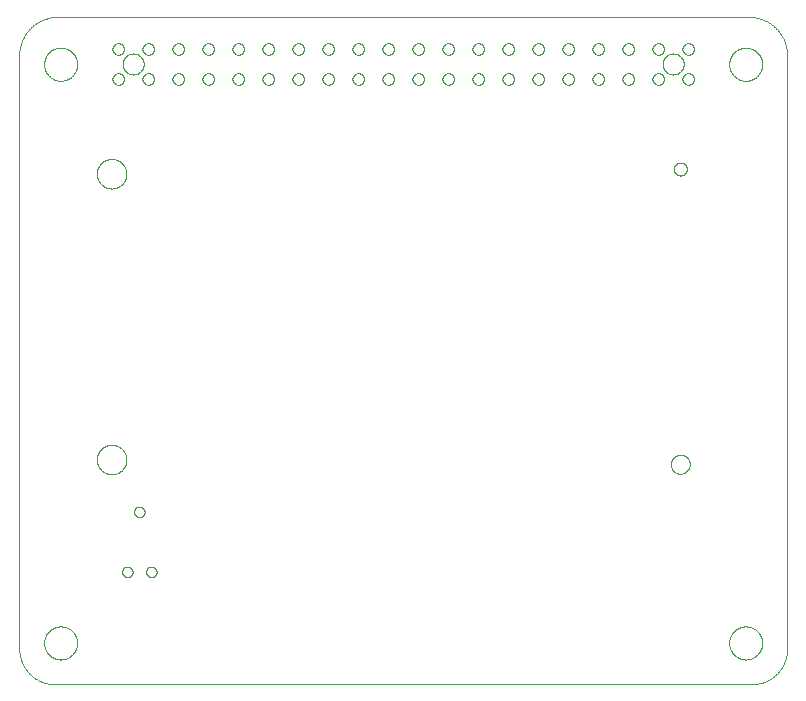
<source format=gbp>
G04 EAGLE Gerber RS-274X export*
G75*
%MOMM*%
%FSLAX34Y34*%
%LPD*%
%INBottom solder paste for stencil*%
%IPPOS*%
%AMOC8*
5,1,8,0,0,1.08239X$1,22.5*%
G01*
%ADD10C,0.000000*%


D10*
X21000Y525000D02*
X21004Y525344D01*
X21017Y525687D01*
X21038Y526030D01*
X21067Y526372D01*
X21105Y526714D01*
X21152Y527054D01*
X21206Y527393D01*
X21269Y527731D01*
X21340Y528067D01*
X21420Y528402D01*
X21507Y528734D01*
X21603Y529064D01*
X21707Y529392D01*
X21818Y529716D01*
X21938Y530039D01*
X22066Y530358D01*
X22201Y530673D01*
X22344Y530986D01*
X22495Y531295D01*
X22653Y531600D01*
X22819Y531901D01*
X22992Y532197D01*
X23172Y532490D01*
X23359Y532778D01*
X23554Y533061D01*
X23755Y533340D01*
X23963Y533613D01*
X24178Y533882D01*
X24399Y534144D01*
X24627Y534402D01*
X24861Y534654D01*
X25101Y534899D01*
X25346Y535139D01*
X25598Y535373D01*
X25856Y535601D01*
X26118Y535822D01*
X26387Y536037D01*
X26660Y536245D01*
X26939Y536446D01*
X27222Y536641D01*
X27510Y536828D01*
X27803Y537008D01*
X28099Y537181D01*
X28400Y537347D01*
X28705Y537505D01*
X29014Y537656D01*
X29327Y537799D01*
X29642Y537934D01*
X29961Y538062D01*
X30284Y538182D01*
X30608Y538293D01*
X30936Y538397D01*
X31266Y538493D01*
X31598Y538580D01*
X31933Y538660D01*
X32269Y538731D01*
X32607Y538794D01*
X32946Y538848D01*
X33286Y538895D01*
X33628Y538933D01*
X33970Y538962D01*
X34313Y538983D01*
X34656Y538996D01*
X35000Y539000D01*
X35344Y538996D01*
X35687Y538983D01*
X36030Y538962D01*
X36372Y538933D01*
X36714Y538895D01*
X37054Y538848D01*
X37393Y538794D01*
X37731Y538731D01*
X38067Y538660D01*
X38402Y538580D01*
X38734Y538493D01*
X39064Y538397D01*
X39392Y538293D01*
X39716Y538182D01*
X40039Y538062D01*
X40358Y537934D01*
X40673Y537799D01*
X40986Y537656D01*
X41295Y537505D01*
X41600Y537347D01*
X41901Y537181D01*
X42197Y537008D01*
X42490Y536828D01*
X42778Y536641D01*
X43061Y536446D01*
X43340Y536245D01*
X43613Y536037D01*
X43882Y535822D01*
X44144Y535601D01*
X44402Y535373D01*
X44654Y535139D01*
X44899Y534899D01*
X45139Y534654D01*
X45373Y534402D01*
X45601Y534144D01*
X45822Y533882D01*
X46037Y533613D01*
X46245Y533340D01*
X46446Y533061D01*
X46641Y532778D01*
X46828Y532490D01*
X47008Y532197D01*
X47181Y531901D01*
X47347Y531600D01*
X47505Y531295D01*
X47656Y530986D01*
X47799Y530673D01*
X47934Y530358D01*
X48062Y530039D01*
X48182Y529716D01*
X48293Y529392D01*
X48397Y529064D01*
X48493Y528734D01*
X48580Y528402D01*
X48660Y528067D01*
X48731Y527731D01*
X48794Y527393D01*
X48848Y527054D01*
X48895Y526714D01*
X48933Y526372D01*
X48962Y526030D01*
X48983Y525687D01*
X48996Y525344D01*
X49000Y525000D01*
X48996Y524656D01*
X48983Y524313D01*
X48962Y523970D01*
X48933Y523628D01*
X48895Y523286D01*
X48848Y522946D01*
X48794Y522607D01*
X48731Y522269D01*
X48660Y521933D01*
X48580Y521598D01*
X48493Y521266D01*
X48397Y520936D01*
X48293Y520608D01*
X48182Y520284D01*
X48062Y519961D01*
X47934Y519642D01*
X47799Y519327D01*
X47656Y519014D01*
X47505Y518705D01*
X47347Y518400D01*
X47181Y518099D01*
X47008Y517803D01*
X46828Y517510D01*
X46641Y517222D01*
X46446Y516939D01*
X46245Y516660D01*
X46037Y516387D01*
X45822Y516118D01*
X45601Y515856D01*
X45373Y515598D01*
X45139Y515346D01*
X44899Y515101D01*
X44654Y514861D01*
X44402Y514627D01*
X44144Y514399D01*
X43882Y514178D01*
X43613Y513963D01*
X43340Y513755D01*
X43061Y513554D01*
X42778Y513359D01*
X42490Y513172D01*
X42197Y512992D01*
X41901Y512819D01*
X41600Y512653D01*
X41295Y512495D01*
X40986Y512344D01*
X40673Y512201D01*
X40358Y512066D01*
X40039Y511938D01*
X39716Y511818D01*
X39392Y511707D01*
X39064Y511603D01*
X38734Y511507D01*
X38402Y511420D01*
X38067Y511340D01*
X37731Y511269D01*
X37393Y511206D01*
X37054Y511152D01*
X36714Y511105D01*
X36372Y511067D01*
X36030Y511038D01*
X35687Y511017D01*
X35344Y511004D01*
X35000Y511000D01*
X34656Y511004D01*
X34313Y511017D01*
X33970Y511038D01*
X33628Y511067D01*
X33286Y511105D01*
X32946Y511152D01*
X32607Y511206D01*
X32269Y511269D01*
X31933Y511340D01*
X31598Y511420D01*
X31266Y511507D01*
X30936Y511603D01*
X30608Y511707D01*
X30284Y511818D01*
X29961Y511938D01*
X29642Y512066D01*
X29327Y512201D01*
X29014Y512344D01*
X28705Y512495D01*
X28400Y512653D01*
X28099Y512819D01*
X27803Y512992D01*
X27510Y513172D01*
X27222Y513359D01*
X26939Y513554D01*
X26660Y513755D01*
X26387Y513963D01*
X26118Y514178D01*
X25856Y514399D01*
X25598Y514627D01*
X25346Y514861D01*
X25101Y515101D01*
X24861Y515346D01*
X24627Y515598D01*
X24399Y515856D01*
X24178Y516118D01*
X23963Y516387D01*
X23755Y516660D01*
X23554Y516939D01*
X23359Y517222D01*
X23172Y517510D01*
X22992Y517803D01*
X22819Y518099D01*
X22653Y518400D01*
X22495Y518705D01*
X22344Y519014D01*
X22201Y519327D01*
X22066Y519642D01*
X21938Y519961D01*
X21818Y520284D01*
X21707Y520608D01*
X21603Y520936D01*
X21507Y521266D01*
X21420Y521598D01*
X21340Y521933D01*
X21269Y522269D01*
X21206Y522607D01*
X21152Y522946D01*
X21105Y523286D01*
X21067Y523628D01*
X21038Y523970D01*
X21017Y524313D01*
X21004Y524656D01*
X21000Y525000D01*
X650000Y530000D02*
X650000Y30000D01*
X620000Y565000D02*
X30000Y565000D01*
X0Y530000D02*
X0Y30000D01*
X0Y530000D02*
X-51Y530786D01*
X-83Y531573D01*
X-96Y532361D01*
X-90Y533148D01*
X-64Y533936D01*
X-20Y534722D01*
X43Y535507D01*
X125Y536291D01*
X226Y537072D01*
X346Y537850D01*
X485Y538626D01*
X642Y539398D01*
X818Y540165D01*
X1013Y540929D01*
X1225Y541687D01*
X1457Y542440D01*
X1706Y543187D01*
X1973Y543928D01*
X2258Y544663D01*
X2561Y545390D01*
X2881Y546110D01*
X3219Y546821D01*
X3573Y547525D01*
X3945Y548219D01*
X4333Y548905D01*
X4737Y549580D01*
X5158Y550246D01*
X5595Y550902D01*
X6048Y551547D01*
X6516Y552180D01*
X6999Y552802D01*
X7497Y553413D01*
X8009Y554011D01*
X8536Y554596D01*
X9077Y555169D01*
X9632Y555728D01*
X10200Y556274D01*
X10781Y556806D01*
X11374Y557324D01*
X11980Y557827D01*
X12598Y558315D01*
X13228Y558789D01*
X13869Y559247D01*
X14521Y559689D01*
X15183Y560116D01*
X15855Y560526D01*
X16537Y560920D01*
X17229Y561297D01*
X17929Y561658D01*
X18638Y562002D01*
X19355Y562328D01*
X20079Y562637D01*
X20811Y562928D01*
X21550Y563202D01*
X22295Y563457D01*
X23046Y563695D01*
X23802Y563914D01*
X24564Y564115D01*
X25330Y564298D01*
X26101Y564462D01*
X26875Y564607D01*
X27652Y564734D01*
X28433Y564841D01*
X29215Y564930D01*
X30000Y565000D01*
X601000Y525000D02*
X601004Y525344D01*
X601017Y525687D01*
X601038Y526030D01*
X601067Y526372D01*
X601105Y526714D01*
X601152Y527054D01*
X601206Y527393D01*
X601269Y527731D01*
X601340Y528067D01*
X601420Y528402D01*
X601507Y528734D01*
X601603Y529064D01*
X601707Y529392D01*
X601818Y529716D01*
X601938Y530039D01*
X602066Y530358D01*
X602201Y530673D01*
X602344Y530986D01*
X602495Y531295D01*
X602653Y531600D01*
X602819Y531901D01*
X602992Y532197D01*
X603172Y532490D01*
X603359Y532778D01*
X603554Y533061D01*
X603755Y533340D01*
X603963Y533613D01*
X604178Y533882D01*
X604399Y534144D01*
X604627Y534402D01*
X604861Y534654D01*
X605101Y534899D01*
X605346Y535139D01*
X605598Y535373D01*
X605856Y535601D01*
X606118Y535822D01*
X606387Y536037D01*
X606660Y536245D01*
X606939Y536446D01*
X607222Y536641D01*
X607510Y536828D01*
X607803Y537008D01*
X608099Y537181D01*
X608400Y537347D01*
X608705Y537505D01*
X609014Y537656D01*
X609327Y537799D01*
X609642Y537934D01*
X609961Y538062D01*
X610284Y538182D01*
X610608Y538293D01*
X610936Y538397D01*
X611266Y538493D01*
X611598Y538580D01*
X611933Y538660D01*
X612269Y538731D01*
X612607Y538794D01*
X612946Y538848D01*
X613286Y538895D01*
X613628Y538933D01*
X613970Y538962D01*
X614313Y538983D01*
X614656Y538996D01*
X615000Y539000D01*
X615344Y538996D01*
X615687Y538983D01*
X616030Y538962D01*
X616372Y538933D01*
X616714Y538895D01*
X617054Y538848D01*
X617393Y538794D01*
X617731Y538731D01*
X618067Y538660D01*
X618402Y538580D01*
X618734Y538493D01*
X619064Y538397D01*
X619392Y538293D01*
X619716Y538182D01*
X620039Y538062D01*
X620358Y537934D01*
X620673Y537799D01*
X620986Y537656D01*
X621295Y537505D01*
X621600Y537347D01*
X621901Y537181D01*
X622197Y537008D01*
X622490Y536828D01*
X622778Y536641D01*
X623061Y536446D01*
X623340Y536245D01*
X623613Y536037D01*
X623882Y535822D01*
X624144Y535601D01*
X624402Y535373D01*
X624654Y535139D01*
X624899Y534899D01*
X625139Y534654D01*
X625373Y534402D01*
X625601Y534144D01*
X625822Y533882D01*
X626037Y533613D01*
X626245Y533340D01*
X626446Y533061D01*
X626641Y532778D01*
X626828Y532490D01*
X627008Y532197D01*
X627181Y531901D01*
X627347Y531600D01*
X627505Y531295D01*
X627656Y530986D01*
X627799Y530673D01*
X627934Y530358D01*
X628062Y530039D01*
X628182Y529716D01*
X628293Y529392D01*
X628397Y529064D01*
X628493Y528734D01*
X628580Y528402D01*
X628660Y528067D01*
X628731Y527731D01*
X628794Y527393D01*
X628848Y527054D01*
X628895Y526714D01*
X628933Y526372D01*
X628962Y526030D01*
X628983Y525687D01*
X628996Y525344D01*
X629000Y525000D01*
X628996Y524656D01*
X628983Y524313D01*
X628962Y523970D01*
X628933Y523628D01*
X628895Y523286D01*
X628848Y522946D01*
X628794Y522607D01*
X628731Y522269D01*
X628660Y521933D01*
X628580Y521598D01*
X628493Y521266D01*
X628397Y520936D01*
X628293Y520608D01*
X628182Y520284D01*
X628062Y519961D01*
X627934Y519642D01*
X627799Y519327D01*
X627656Y519014D01*
X627505Y518705D01*
X627347Y518400D01*
X627181Y518099D01*
X627008Y517803D01*
X626828Y517510D01*
X626641Y517222D01*
X626446Y516939D01*
X626245Y516660D01*
X626037Y516387D01*
X625822Y516118D01*
X625601Y515856D01*
X625373Y515598D01*
X625139Y515346D01*
X624899Y515101D01*
X624654Y514861D01*
X624402Y514627D01*
X624144Y514399D01*
X623882Y514178D01*
X623613Y513963D01*
X623340Y513755D01*
X623061Y513554D01*
X622778Y513359D01*
X622490Y513172D01*
X622197Y512992D01*
X621901Y512819D01*
X621600Y512653D01*
X621295Y512495D01*
X620986Y512344D01*
X620673Y512201D01*
X620358Y512066D01*
X620039Y511938D01*
X619716Y511818D01*
X619392Y511707D01*
X619064Y511603D01*
X618734Y511507D01*
X618402Y511420D01*
X618067Y511340D01*
X617731Y511269D01*
X617393Y511206D01*
X617054Y511152D01*
X616714Y511105D01*
X616372Y511067D01*
X616030Y511038D01*
X615687Y511017D01*
X615344Y511004D01*
X615000Y511000D01*
X614656Y511004D01*
X614313Y511017D01*
X613970Y511038D01*
X613628Y511067D01*
X613286Y511105D01*
X612946Y511152D01*
X612607Y511206D01*
X612269Y511269D01*
X611933Y511340D01*
X611598Y511420D01*
X611266Y511507D01*
X610936Y511603D01*
X610608Y511707D01*
X610284Y511818D01*
X609961Y511938D01*
X609642Y512066D01*
X609327Y512201D01*
X609014Y512344D01*
X608705Y512495D01*
X608400Y512653D01*
X608099Y512819D01*
X607803Y512992D01*
X607510Y513172D01*
X607222Y513359D01*
X606939Y513554D01*
X606660Y513755D01*
X606387Y513963D01*
X606118Y514178D01*
X605856Y514399D01*
X605598Y514627D01*
X605346Y514861D01*
X605101Y515101D01*
X604861Y515346D01*
X604627Y515598D01*
X604399Y515856D01*
X604178Y516118D01*
X603963Y516387D01*
X603755Y516660D01*
X603554Y516939D01*
X603359Y517222D01*
X603172Y517510D01*
X602992Y517803D01*
X602819Y518099D01*
X602653Y518400D01*
X602495Y518705D01*
X602344Y519014D01*
X602201Y519327D01*
X602066Y519642D01*
X601938Y519961D01*
X601818Y520284D01*
X601707Y520608D01*
X601603Y520936D01*
X601507Y521266D01*
X601420Y521598D01*
X601340Y521933D01*
X601269Y522269D01*
X601206Y522607D01*
X601152Y522946D01*
X601105Y523286D01*
X601067Y523628D01*
X601038Y523970D01*
X601017Y524313D01*
X601004Y524656D01*
X601000Y525000D01*
X21000Y35000D02*
X21004Y35344D01*
X21017Y35687D01*
X21038Y36030D01*
X21067Y36372D01*
X21105Y36714D01*
X21152Y37054D01*
X21206Y37393D01*
X21269Y37731D01*
X21340Y38067D01*
X21420Y38402D01*
X21507Y38734D01*
X21603Y39064D01*
X21707Y39392D01*
X21818Y39716D01*
X21938Y40039D01*
X22066Y40358D01*
X22201Y40673D01*
X22344Y40986D01*
X22495Y41295D01*
X22653Y41600D01*
X22819Y41901D01*
X22992Y42197D01*
X23172Y42490D01*
X23359Y42778D01*
X23554Y43061D01*
X23755Y43340D01*
X23963Y43613D01*
X24178Y43882D01*
X24399Y44144D01*
X24627Y44402D01*
X24861Y44654D01*
X25101Y44899D01*
X25346Y45139D01*
X25598Y45373D01*
X25856Y45601D01*
X26118Y45822D01*
X26387Y46037D01*
X26660Y46245D01*
X26939Y46446D01*
X27222Y46641D01*
X27510Y46828D01*
X27803Y47008D01*
X28099Y47181D01*
X28400Y47347D01*
X28705Y47505D01*
X29014Y47656D01*
X29327Y47799D01*
X29642Y47934D01*
X29961Y48062D01*
X30284Y48182D01*
X30608Y48293D01*
X30936Y48397D01*
X31266Y48493D01*
X31598Y48580D01*
X31933Y48660D01*
X32269Y48731D01*
X32607Y48794D01*
X32946Y48848D01*
X33286Y48895D01*
X33628Y48933D01*
X33970Y48962D01*
X34313Y48983D01*
X34656Y48996D01*
X35000Y49000D01*
X35344Y48996D01*
X35687Y48983D01*
X36030Y48962D01*
X36372Y48933D01*
X36714Y48895D01*
X37054Y48848D01*
X37393Y48794D01*
X37731Y48731D01*
X38067Y48660D01*
X38402Y48580D01*
X38734Y48493D01*
X39064Y48397D01*
X39392Y48293D01*
X39716Y48182D01*
X40039Y48062D01*
X40358Y47934D01*
X40673Y47799D01*
X40986Y47656D01*
X41295Y47505D01*
X41600Y47347D01*
X41901Y47181D01*
X42197Y47008D01*
X42490Y46828D01*
X42778Y46641D01*
X43061Y46446D01*
X43340Y46245D01*
X43613Y46037D01*
X43882Y45822D01*
X44144Y45601D01*
X44402Y45373D01*
X44654Y45139D01*
X44899Y44899D01*
X45139Y44654D01*
X45373Y44402D01*
X45601Y44144D01*
X45822Y43882D01*
X46037Y43613D01*
X46245Y43340D01*
X46446Y43061D01*
X46641Y42778D01*
X46828Y42490D01*
X47008Y42197D01*
X47181Y41901D01*
X47347Y41600D01*
X47505Y41295D01*
X47656Y40986D01*
X47799Y40673D01*
X47934Y40358D01*
X48062Y40039D01*
X48182Y39716D01*
X48293Y39392D01*
X48397Y39064D01*
X48493Y38734D01*
X48580Y38402D01*
X48660Y38067D01*
X48731Y37731D01*
X48794Y37393D01*
X48848Y37054D01*
X48895Y36714D01*
X48933Y36372D01*
X48962Y36030D01*
X48983Y35687D01*
X48996Y35344D01*
X49000Y35000D01*
X48996Y34656D01*
X48983Y34313D01*
X48962Y33970D01*
X48933Y33628D01*
X48895Y33286D01*
X48848Y32946D01*
X48794Y32607D01*
X48731Y32269D01*
X48660Y31933D01*
X48580Y31598D01*
X48493Y31266D01*
X48397Y30936D01*
X48293Y30608D01*
X48182Y30284D01*
X48062Y29961D01*
X47934Y29642D01*
X47799Y29327D01*
X47656Y29014D01*
X47505Y28705D01*
X47347Y28400D01*
X47181Y28099D01*
X47008Y27803D01*
X46828Y27510D01*
X46641Y27222D01*
X46446Y26939D01*
X46245Y26660D01*
X46037Y26387D01*
X45822Y26118D01*
X45601Y25856D01*
X45373Y25598D01*
X45139Y25346D01*
X44899Y25101D01*
X44654Y24861D01*
X44402Y24627D01*
X44144Y24399D01*
X43882Y24178D01*
X43613Y23963D01*
X43340Y23755D01*
X43061Y23554D01*
X42778Y23359D01*
X42490Y23172D01*
X42197Y22992D01*
X41901Y22819D01*
X41600Y22653D01*
X41295Y22495D01*
X40986Y22344D01*
X40673Y22201D01*
X40358Y22066D01*
X40039Y21938D01*
X39716Y21818D01*
X39392Y21707D01*
X39064Y21603D01*
X38734Y21507D01*
X38402Y21420D01*
X38067Y21340D01*
X37731Y21269D01*
X37393Y21206D01*
X37054Y21152D01*
X36714Y21105D01*
X36372Y21067D01*
X36030Y21038D01*
X35687Y21017D01*
X35344Y21004D01*
X35000Y21000D01*
X34656Y21004D01*
X34313Y21017D01*
X33970Y21038D01*
X33628Y21067D01*
X33286Y21105D01*
X32946Y21152D01*
X32607Y21206D01*
X32269Y21269D01*
X31933Y21340D01*
X31598Y21420D01*
X31266Y21507D01*
X30936Y21603D01*
X30608Y21707D01*
X30284Y21818D01*
X29961Y21938D01*
X29642Y22066D01*
X29327Y22201D01*
X29014Y22344D01*
X28705Y22495D01*
X28400Y22653D01*
X28099Y22819D01*
X27803Y22992D01*
X27510Y23172D01*
X27222Y23359D01*
X26939Y23554D01*
X26660Y23755D01*
X26387Y23963D01*
X26118Y24178D01*
X25856Y24399D01*
X25598Y24627D01*
X25346Y24861D01*
X25101Y25101D01*
X24861Y25346D01*
X24627Y25598D01*
X24399Y25856D01*
X24178Y26118D01*
X23963Y26387D01*
X23755Y26660D01*
X23554Y26939D01*
X23359Y27222D01*
X23172Y27510D01*
X22992Y27803D01*
X22819Y28099D01*
X22653Y28400D01*
X22495Y28705D01*
X22344Y29014D01*
X22201Y29327D01*
X22066Y29642D01*
X21938Y29961D01*
X21818Y30284D01*
X21707Y30608D01*
X21603Y30936D01*
X21507Y31266D01*
X21420Y31598D01*
X21340Y31933D01*
X21269Y32269D01*
X21206Y32607D01*
X21152Y32946D01*
X21105Y33286D01*
X21067Y33628D01*
X21038Y33970D01*
X21017Y34313D01*
X21004Y34656D01*
X21000Y35000D01*
X601000Y35000D02*
X601004Y35344D01*
X601017Y35687D01*
X601038Y36030D01*
X601067Y36372D01*
X601105Y36714D01*
X601152Y37054D01*
X601206Y37393D01*
X601269Y37731D01*
X601340Y38067D01*
X601420Y38402D01*
X601507Y38734D01*
X601603Y39064D01*
X601707Y39392D01*
X601818Y39716D01*
X601938Y40039D01*
X602066Y40358D01*
X602201Y40673D01*
X602344Y40986D01*
X602495Y41295D01*
X602653Y41600D01*
X602819Y41901D01*
X602992Y42197D01*
X603172Y42490D01*
X603359Y42778D01*
X603554Y43061D01*
X603755Y43340D01*
X603963Y43613D01*
X604178Y43882D01*
X604399Y44144D01*
X604627Y44402D01*
X604861Y44654D01*
X605101Y44899D01*
X605346Y45139D01*
X605598Y45373D01*
X605856Y45601D01*
X606118Y45822D01*
X606387Y46037D01*
X606660Y46245D01*
X606939Y46446D01*
X607222Y46641D01*
X607510Y46828D01*
X607803Y47008D01*
X608099Y47181D01*
X608400Y47347D01*
X608705Y47505D01*
X609014Y47656D01*
X609327Y47799D01*
X609642Y47934D01*
X609961Y48062D01*
X610284Y48182D01*
X610608Y48293D01*
X610936Y48397D01*
X611266Y48493D01*
X611598Y48580D01*
X611933Y48660D01*
X612269Y48731D01*
X612607Y48794D01*
X612946Y48848D01*
X613286Y48895D01*
X613628Y48933D01*
X613970Y48962D01*
X614313Y48983D01*
X614656Y48996D01*
X615000Y49000D01*
X615344Y48996D01*
X615687Y48983D01*
X616030Y48962D01*
X616372Y48933D01*
X616714Y48895D01*
X617054Y48848D01*
X617393Y48794D01*
X617731Y48731D01*
X618067Y48660D01*
X618402Y48580D01*
X618734Y48493D01*
X619064Y48397D01*
X619392Y48293D01*
X619716Y48182D01*
X620039Y48062D01*
X620358Y47934D01*
X620673Y47799D01*
X620986Y47656D01*
X621295Y47505D01*
X621600Y47347D01*
X621901Y47181D01*
X622197Y47008D01*
X622490Y46828D01*
X622778Y46641D01*
X623061Y46446D01*
X623340Y46245D01*
X623613Y46037D01*
X623882Y45822D01*
X624144Y45601D01*
X624402Y45373D01*
X624654Y45139D01*
X624899Y44899D01*
X625139Y44654D01*
X625373Y44402D01*
X625601Y44144D01*
X625822Y43882D01*
X626037Y43613D01*
X626245Y43340D01*
X626446Y43061D01*
X626641Y42778D01*
X626828Y42490D01*
X627008Y42197D01*
X627181Y41901D01*
X627347Y41600D01*
X627505Y41295D01*
X627656Y40986D01*
X627799Y40673D01*
X627934Y40358D01*
X628062Y40039D01*
X628182Y39716D01*
X628293Y39392D01*
X628397Y39064D01*
X628493Y38734D01*
X628580Y38402D01*
X628660Y38067D01*
X628731Y37731D01*
X628794Y37393D01*
X628848Y37054D01*
X628895Y36714D01*
X628933Y36372D01*
X628962Y36030D01*
X628983Y35687D01*
X628996Y35344D01*
X629000Y35000D01*
X628996Y34656D01*
X628983Y34313D01*
X628962Y33970D01*
X628933Y33628D01*
X628895Y33286D01*
X628848Y32946D01*
X628794Y32607D01*
X628731Y32269D01*
X628660Y31933D01*
X628580Y31598D01*
X628493Y31266D01*
X628397Y30936D01*
X628293Y30608D01*
X628182Y30284D01*
X628062Y29961D01*
X627934Y29642D01*
X627799Y29327D01*
X627656Y29014D01*
X627505Y28705D01*
X627347Y28400D01*
X627181Y28099D01*
X627008Y27803D01*
X626828Y27510D01*
X626641Y27222D01*
X626446Y26939D01*
X626245Y26660D01*
X626037Y26387D01*
X625822Y26118D01*
X625601Y25856D01*
X625373Y25598D01*
X625139Y25346D01*
X624899Y25101D01*
X624654Y24861D01*
X624402Y24627D01*
X624144Y24399D01*
X623882Y24178D01*
X623613Y23963D01*
X623340Y23755D01*
X623061Y23554D01*
X622778Y23359D01*
X622490Y23172D01*
X622197Y22992D01*
X621901Y22819D01*
X621600Y22653D01*
X621295Y22495D01*
X620986Y22344D01*
X620673Y22201D01*
X620358Y22066D01*
X620039Y21938D01*
X619716Y21818D01*
X619392Y21707D01*
X619064Y21603D01*
X618734Y21507D01*
X618402Y21420D01*
X618067Y21340D01*
X617731Y21269D01*
X617393Y21206D01*
X617054Y21152D01*
X616714Y21105D01*
X616372Y21067D01*
X616030Y21038D01*
X615687Y21017D01*
X615344Y21004D01*
X615000Y21000D01*
X614656Y21004D01*
X614313Y21017D01*
X613970Y21038D01*
X613628Y21067D01*
X613286Y21105D01*
X612946Y21152D01*
X612607Y21206D01*
X612269Y21269D01*
X611933Y21340D01*
X611598Y21420D01*
X611266Y21507D01*
X610936Y21603D01*
X610608Y21707D01*
X610284Y21818D01*
X609961Y21938D01*
X609642Y22066D01*
X609327Y22201D01*
X609014Y22344D01*
X608705Y22495D01*
X608400Y22653D01*
X608099Y22819D01*
X607803Y22992D01*
X607510Y23172D01*
X607222Y23359D01*
X606939Y23554D01*
X606660Y23755D01*
X606387Y23963D01*
X606118Y24178D01*
X605856Y24399D01*
X605598Y24627D01*
X605346Y24861D01*
X605101Y25101D01*
X604861Y25346D01*
X604627Y25598D01*
X604399Y25856D01*
X604178Y26118D01*
X603963Y26387D01*
X603755Y26660D01*
X603554Y26939D01*
X603359Y27222D01*
X603172Y27510D01*
X602992Y27803D01*
X602819Y28099D01*
X602653Y28400D01*
X602495Y28705D01*
X602344Y29014D01*
X602201Y29327D01*
X602066Y29642D01*
X601938Y29961D01*
X601818Y30284D01*
X601707Y30608D01*
X601603Y30936D01*
X601507Y31266D01*
X601420Y31598D01*
X601340Y31933D01*
X601269Y32269D01*
X601206Y32607D01*
X601152Y32946D01*
X601105Y33286D01*
X601067Y33628D01*
X601038Y33970D01*
X601017Y34313D01*
X601004Y34656D01*
X601000Y35000D01*
X650000Y530000D02*
X650051Y530786D01*
X650083Y531573D01*
X650096Y532361D01*
X650090Y533148D01*
X650064Y533936D01*
X650020Y534722D01*
X649957Y535507D01*
X649875Y536291D01*
X649774Y537072D01*
X649654Y537850D01*
X649515Y538626D01*
X649358Y539398D01*
X649182Y540165D01*
X648987Y540929D01*
X648775Y541687D01*
X648543Y542440D01*
X648294Y543187D01*
X648027Y543928D01*
X647742Y544663D01*
X647439Y545390D01*
X647119Y546110D01*
X646781Y546821D01*
X646427Y547525D01*
X646055Y548219D01*
X645667Y548905D01*
X645263Y549580D01*
X644842Y550246D01*
X644405Y550902D01*
X643952Y551547D01*
X643484Y552180D01*
X643001Y552802D01*
X642503Y553413D01*
X641991Y554011D01*
X641464Y554596D01*
X640923Y555169D01*
X640368Y555728D01*
X639800Y556274D01*
X639219Y556806D01*
X638626Y557324D01*
X638020Y557827D01*
X637402Y558315D01*
X636772Y558789D01*
X636131Y559247D01*
X635479Y559689D01*
X634817Y560116D01*
X634145Y560526D01*
X633463Y560920D01*
X632771Y561297D01*
X632071Y561658D01*
X631362Y562002D01*
X630645Y562328D01*
X629921Y562637D01*
X629189Y562928D01*
X628450Y563202D01*
X627705Y563457D01*
X626954Y563695D01*
X626198Y563914D01*
X625436Y564115D01*
X624670Y564298D01*
X623899Y564462D01*
X623125Y564607D01*
X622348Y564734D01*
X621567Y564841D01*
X620785Y564930D01*
X620000Y565000D01*
X30000Y0D02*
X29275Y9D01*
X28551Y35D01*
X27827Y79D01*
X27105Y140D01*
X26384Y219D01*
X25665Y315D01*
X24949Y428D01*
X24236Y559D01*
X23526Y707D01*
X22821Y872D01*
X22119Y1054D01*
X21422Y1253D01*
X20729Y1468D01*
X20043Y1701D01*
X19362Y1950D01*
X18687Y2215D01*
X18019Y2496D01*
X17358Y2794D01*
X16704Y3107D01*
X16058Y3436D01*
X15420Y3781D01*
X14791Y4141D01*
X14171Y4516D01*
X13560Y4906D01*
X12958Y5310D01*
X12366Y5729D01*
X11785Y6163D01*
X11214Y6610D01*
X10655Y7071D01*
X10106Y7545D01*
X9570Y8032D01*
X9045Y8532D01*
X8532Y9045D01*
X8032Y9570D01*
X7545Y10106D01*
X7071Y10655D01*
X6610Y11214D01*
X6163Y11785D01*
X5729Y12366D01*
X5310Y12958D01*
X4906Y13560D01*
X4516Y14171D01*
X4141Y14791D01*
X3781Y15420D01*
X3436Y16058D01*
X3107Y16704D01*
X2794Y17358D01*
X2496Y18019D01*
X2215Y18687D01*
X1950Y19362D01*
X1701Y20043D01*
X1468Y20729D01*
X1253Y21422D01*
X1054Y22119D01*
X872Y22821D01*
X707Y23526D01*
X559Y24236D01*
X428Y24949D01*
X315Y25665D01*
X219Y26384D01*
X140Y27105D01*
X79Y27827D01*
X35Y28551D01*
X9Y29275D01*
X0Y30000D01*
X620000Y0D02*
X620725Y9D01*
X621449Y35D01*
X622173Y79D01*
X622895Y140D01*
X623616Y219D01*
X624335Y315D01*
X625051Y428D01*
X625764Y559D01*
X626474Y707D01*
X627179Y872D01*
X627881Y1054D01*
X628578Y1253D01*
X629271Y1468D01*
X629957Y1701D01*
X630638Y1950D01*
X631313Y2215D01*
X631981Y2496D01*
X632642Y2794D01*
X633296Y3107D01*
X633942Y3436D01*
X634580Y3781D01*
X635209Y4141D01*
X635829Y4516D01*
X636440Y4906D01*
X637042Y5310D01*
X637634Y5729D01*
X638215Y6163D01*
X638786Y6610D01*
X639345Y7071D01*
X639894Y7545D01*
X640430Y8032D01*
X640955Y8532D01*
X641468Y9045D01*
X641968Y9570D01*
X642455Y10106D01*
X642929Y10655D01*
X643390Y11214D01*
X643837Y11785D01*
X644271Y12366D01*
X644690Y12958D01*
X645094Y13560D01*
X645484Y14171D01*
X645859Y14791D01*
X646219Y15420D01*
X646564Y16058D01*
X646893Y16704D01*
X647206Y17358D01*
X647504Y18019D01*
X647785Y18687D01*
X648050Y19362D01*
X648299Y20043D01*
X648532Y20729D01*
X648747Y21422D01*
X648946Y22119D01*
X649128Y22821D01*
X649293Y23526D01*
X649441Y24236D01*
X649572Y24949D01*
X649685Y25665D01*
X649781Y26384D01*
X649860Y27105D01*
X649921Y27827D01*
X649965Y28551D01*
X649991Y29275D01*
X650000Y30000D01*
X620000Y0D02*
X30000Y0D01*
X551646Y186268D02*
X551648Y186464D01*
X551656Y186661D01*
X551668Y186857D01*
X551685Y187052D01*
X551706Y187247D01*
X551733Y187442D01*
X551764Y187636D01*
X551800Y187829D01*
X551840Y188021D01*
X551886Y188212D01*
X551936Y188402D01*
X551990Y188590D01*
X552050Y188777D01*
X552114Y188963D01*
X552182Y189147D01*
X552255Y189329D01*
X552332Y189510D01*
X552414Y189688D01*
X552500Y189865D01*
X552591Y190039D01*
X552685Y190211D01*
X552784Y190381D01*
X552887Y190548D01*
X552994Y190713D01*
X553105Y190874D01*
X553220Y191034D01*
X553339Y191190D01*
X553462Y191343D01*
X553588Y191493D01*
X553718Y191640D01*
X553852Y191784D01*
X553989Y191925D01*
X554130Y192062D01*
X554274Y192196D01*
X554421Y192326D01*
X554571Y192452D01*
X554724Y192575D01*
X554880Y192694D01*
X555040Y192809D01*
X555201Y192920D01*
X555366Y193027D01*
X555533Y193130D01*
X555703Y193229D01*
X555875Y193323D01*
X556049Y193414D01*
X556226Y193500D01*
X556404Y193582D01*
X556585Y193659D01*
X556767Y193732D01*
X556951Y193800D01*
X557137Y193864D01*
X557324Y193924D01*
X557512Y193978D01*
X557702Y194028D01*
X557893Y194074D01*
X558085Y194114D01*
X558278Y194150D01*
X558472Y194181D01*
X558667Y194208D01*
X558862Y194229D01*
X559057Y194246D01*
X559253Y194258D01*
X559450Y194266D01*
X559646Y194268D01*
X559842Y194266D01*
X560039Y194258D01*
X560235Y194246D01*
X560430Y194229D01*
X560625Y194208D01*
X560820Y194181D01*
X561014Y194150D01*
X561207Y194114D01*
X561399Y194074D01*
X561590Y194028D01*
X561780Y193978D01*
X561968Y193924D01*
X562155Y193864D01*
X562341Y193800D01*
X562525Y193732D01*
X562707Y193659D01*
X562888Y193582D01*
X563066Y193500D01*
X563243Y193414D01*
X563417Y193323D01*
X563589Y193229D01*
X563759Y193130D01*
X563926Y193027D01*
X564091Y192920D01*
X564252Y192809D01*
X564412Y192694D01*
X564568Y192575D01*
X564721Y192452D01*
X564871Y192326D01*
X565018Y192196D01*
X565162Y192062D01*
X565303Y191925D01*
X565440Y191784D01*
X565574Y191640D01*
X565704Y191493D01*
X565830Y191343D01*
X565953Y191190D01*
X566072Y191034D01*
X566187Y190874D01*
X566298Y190713D01*
X566405Y190548D01*
X566508Y190381D01*
X566607Y190211D01*
X566701Y190039D01*
X566792Y189865D01*
X566878Y189688D01*
X566960Y189510D01*
X567037Y189329D01*
X567110Y189147D01*
X567178Y188963D01*
X567242Y188777D01*
X567302Y188590D01*
X567356Y188402D01*
X567406Y188212D01*
X567452Y188021D01*
X567492Y187829D01*
X567528Y187636D01*
X567559Y187442D01*
X567586Y187247D01*
X567607Y187052D01*
X567624Y186857D01*
X567636Y186661D01*
X567644Y186464D01*
X567646Y186268D01*
X567644Y186072D01*
X567636Y185875D01*
X567624Y185679D01*
X567607Y185484D01*
X567586Y185289D01*
X567559Y185094D01*
X567528Y184900D01*
X567492Y184707D01*
X567452Y184515D01*
X567406Y184324D01*
X567356Y184134D01*
X567302Y183946D01*
X567242Y183759D01*
X567178Y183573D01*
X567110Y183389D01*
X567037Y183207D01*
X566960Y183026D01*
X566878Y182848D01*
X566792Y182671D01*
X566701Y182497D01*
X566607Y182325D01*
X566508Y182155D01*
X566405Y181988D01*
X566298Y181823D01*
X566187Y181662D01*
X566072Y181502D01*
X565953Y181346D01*
X565830Y181193D01*
X565704Y181043D01*
X565574Y180896D01*
X565440Y180752D01*
X565303Y180611D01*
X565162Y180474D01*
X565018Y180340D01*
X564871Y180210D01*
X564721Y180084D01*
X564568Y179961D01*
X564412Y179842D01*
X564252Y179727D01*
X564091Y179616D01*
X563926Y179509D01*
X563759Y179406D01*
X563589Y179307D01*
X563417Y179213D01*
X563243Y179122D01*
X563066Y179036D01*
X562888Y178954D01*
X562707Y178877D01*
X562525Y178804D01*
X562341Y178736D01*
X562155Y178672D01*
X561968Y178612D01*
X561780Y178558D01*
X561590Y178508D01*
X561399Y178462D01*
X561207Y178422D01*
X561014Y178386D01*
X560820Y178355D01*
X560625Y178328D01*
X560430Y178307D01*
X560235Y178290D01*
X560039Y178278D01*
X559842Y178270D01*
X559646Y178268D01*
X559450Y178270D01*
X559253Y178278D01*
X559057Y178290D01*
X558862Y178307D01*
X558667Y178328D01*
X558472Y178355D01*
X558278Y178386D01*
X558085Y178422D01*
X557893Y178462D01*
X557702Y178508D01*
X557512Y178558D01*
X557324Y178612D01*
X557137Y178672D01*
X556951Y178736D01*
X556767Y178804D01*
X556585Y178877D01*
X556404Y178954D01*
X556226Y179036D01*
X556049Y179122D01*
X555875Y179213D01*
X555703Y179307D01*
X555533Y179406D01*
X555366Y179509D01*
X555201Y179616D01*
X555040Y179727D01*
X554880Y179842D01*
X554724Y179961D01*
X554571Y180084D01*
X554421Y180210D01*
X554274Y180340D01*
X554130Y180474D01*
X553989Y180611D01*
X553852Y180752D01*
X553718Y180896D01*
X553588Y181043D01*
X553462Y181193D01*
X553339Y181346D01*
X553220Y181502D01*
X553105Y181662D01*
X552994Y181823D01*
X552887Y181988D01*
X552784Y182155D01*
X552685Y182325D01*
X552591Y182497D01*
X552500Y182671D01*
X552414Y182848D01*
X552332Y183026D01*
X552255Y183207D01*
X552182Y183389D01*
X552114Y183573D01*
X552050Y183759D01*
X551990Y183946D01*
X551936Y184134D01*
X551886Y184324D01*
X551840Y184515D01*
X551800Y184707D01*
X551764Y184900D01*
X551733Y185094D01*
X551706Y185289D01*
X551685Y185484D01*
X551668Y185679D01*
X551656Y185875D01*
X551648Y186072D01*
X551646Y186268D01*
X554146Y436268D02*
X554148Y436416D01*
X554154Y436564D01*
X554164Y436712D01*
X554178Y436860D01*
X554196Y437007D01*
X554218Y437154D01*
X554244Y437300D01*
X554273Y437445D01*
X554307Y437590D01*
X554345Y437733D01*
X554386Y437876D01*
X554431Y438017D01*
X554481Y438157D01*
X554533Y438295D01*
X554590Y438433D01*
X554650Y438568D01*
X554714Y438702D01*
X554781Y438834D01*
X554852Y438964D01*
X554927Y439093D01*
X555005Y439219D01*
X555086Y439343D01*
X555170Y439465D01*
X555258Y439584D01*
X555349Y439701D01*
X555443Y439816D01*
X555541Y439928D01*
X555641Y440037D01*
X555744Y440144D01*
X555850Y440248D01*
X555958Y440349D01*
X556070Y440447D01*
X556184Y440542D01*
X556300Y440633D01*
X556419Y440722D01*
X556540Y440807D01*
X556664Y440889D01*
X556790Y440968D01*
X556917Y441043D01*
X557047Y441115D01*
X557179Y441184D01*
X557312Y441248D01*
X557447Y441309D01*
X557584Y441367D01*
X557722Y441421D01*
X557862Y441471D01*
X558003Y441517D01*
X558145Y441559D01*
X558288Y441598D01*
X558432Y441632D01*
X558578Y441663D01*
X558723Y441690D01*
X558870Y441713D01*
X559017Y441732D01*
X559165Y441747D01*
X559312Y441758D01*
X559461Y441765D01*
X559609Y441768D01*
X559757Y441767D01*
X559905Y441762D01*
X560053Y441753D01*
X560201Y441740D01*
X560349Y441723D01*
X560495Y441702D01*
X560642Y441677D01*
X560787Y441648D01*
X560932Y441616D01*
X561075Y441579D01*
X561218Y441539D01*
X561360Y441494D01*
X561500Y441446D01*
X561639Y441394D01*
X561776Y441339D01*
X561912Y441279D01*
X562047Y441216D01*
X562179Y441150D01*
X562310Y441080D01*
X562439Y441006D01*
X562565Y440929D01*
X562690Y440849D01*
X562812Y440765D01*
X562933Y440678D01*
X563050Y440588D01*
X563166Y440494D01*
X563278Y440398D01*
X563388Y440299D01*
X563496Y440196D01*
X563600Y440091D01*
X563702Y439983D01*
X563800Y439872D01*
X563896Y439759D01*
X563989Y439643D01*
X564078Y439525D01*
X564164Y439404D01*
X564247Y439281D01*
X564327Y439156D01*
X564403Y439029D01*
X564476Y438899D01*
X564545Y438768D01*
X564610Y438635D01*
X564673Y438501D01*
X564731Y438364D01*
X564786Y438226D01*
X564836Y438087D01*
X564884Y437946D01*
X564927Y437805D01*
X564967Y437662D01*
X565002Y437518D01*
X565034Y437373D01*
X565062Y437227D01*
X565086Y437081D01*
X565106Y436934D01*
X565122Y436786D01*
X565134Y436639D01*
X565142Y436490D01*
X565146Y436342D01*
X565146Y436194D01*
X565142Y436046D01*
X565134Y435897D01*
X565122Y435750D01*
X565106Y435602D01*
X565086Y435455D01*
X565062Y435309D01*
X565034Y435163D01*
X565002Y435018D01*
X564967Y434874D01*
X564927Y434731D01*
X564884Y434590D01*
X564836Y434449D01*
X564786Y434310D01*
X564731Y434172D01*
X564673Y434035D01*
X564610Y433901D01*
X564545Y433768D01*
X564476Y433637D01*
X564403Y433507D01*
X564327Y433380D01*
X564247Y433255D01*
X564164Y433132D01*
X564078Y433011D01*
X563989Y432893D01*
X563896Y432777D01*
X563800Y432664D01*
X563702Y432553D01*
X563600Y432445D01*
X563496Y432340D01*
X563388Y432237D01*
X563278Y432138D01*
X563166Y432042D01*
X563050Y431948D01*
X562933Y431858D01*
X562812Y431771D01*
X562690Y431687D01*
X562565Y431607D01*
X562439Y431530D01*
X562310Y431456D01*
X562179Y431386D01*
X562047Y431320D01*
X561912Y431257D01*
X561776Y431197D01*
X561639Y431142D01*
X561500Y431090D01*
X561360Y431042D01*
X561218Y430997D01*
X561075Y430957D01*
X560932Y430920D01*
X560787Y430888D01*
X560642Y430859D01*
X560495Y430834D01*
X560349Y430813D01*
X560201Y430796D01*
X560053Y430783D01*
X559905Y430774D01*
X559757Y430769D01*
X559609Y430768D01*
X559461Y430771D01*
X559312Y430778D01*
X559165Y430789D01*
X559017Y430804D01*
X558870Y430823D01*
X558723Y430846D01*
X558578Y430873D01*
X558432Y430904D01*
X558288Y430938D01*
X558145Y430977D01*
X558003Y431019D01*
X557862Y431065D01*
X557722Y431115D01*
X557584Y431169D01*
X557447Y431227D01*
X557312Y431288D01*
X557179Y431352D01*
X557047Y431421D01*
X556917Y431493D01*
X556790Y431568D01*
X556664Y431647D01*
X556540Y431729D01*
X556419Y431814D01*
X556300Y431903D01*
X556184Y431994D01*
X556070Y432089D01*
X555958Y432187D01*
X555850Y432288D01*
X555744Y432392D01*
X555641Y432499D01*
X555541Y432608D01*
X555443Y432720D01*
X555349Y432835D01*
X555258Y432952D01*
X555170Y433071D01*
X555086Y433193D01*
X555005Y433317D01*
X554927Y433443D01*
X554852Y433572D01*
X554781Y433702D01*
X554714Y433834D01*
X554650Y433968D01*
X554590Y434103D01*
X554533Y434241D01*
X554481Y434379D01*
X554431Y434519D01*
X554386Y434660D01*
X554345Y434803D01*
X554307Y434946D01*
X554273Y435091D01*
X554244Y435236D01*
X554218Y435382D01*
X554196Y435529D01*
X554178Y435676D01*
X554164Y435824D01*
X554154Y435972D01*
X554148Y436120D01*
X554146Y436268D01*
X65646Y190268D02*
X65650Y190575D01*
X65661Y190881D01*
X65680Y191188D01*
X65706Y191493D01*
X65740Y191798D01*
X65781Y192102D01*
X65830Y192405D01*
X65886Y192707D01*
X65950Y193007D01*
X66021Y193305D01*
X66099Y193602D01*
X66184Y193897D01*
X66277Y194189D01*
X66377Y194479D01*
X66484Y194767D01*
X66598Y195052D01*
X66718Y195334D01*
X66846Y195612D01*
X66981Y195888D01*
X67122Y196160D01*
X67270Y196429D01*
X67424Y196694D01*
X67585Y196955D01*
X67753Y197213D01*
X67926Y197466D01*
X68106Y197714D01*
X68292Y197958D01*
X68483Y198198D01*
X68681Y198433D01*
X68884Y198662D01*
X69093Y198887D01*
X69307Y199107D01*
X69527Y199321D01*
X69752Y199530D01*
X69981Y199733D01*
X70216Y199931D01*
X70456Y200122D01*
X70700Y200308D01*
X70948Y200488D01*
X71201Y200661D01*
X71459Y200829D01*
X71720Y200990D01*
X71985Y201144D01*
X72254Y201292D01*
X72526Y201433D01*
X72802Y201568D01*
X73080Y201696D01*
X73362Y201816D01*
X73647Y201930D01*
X73935Y202037D01*
X74225Y202137D01*
X74517Y202230D01*
X74812Y202315D01*
X75109Y202393D01*
X75407Y202464D01*
X75707Y202528D01*
X76009Y202584D01*
X76312Y202633D01*
X76616Y202674D01*
X76921Y202708D01*
X77226Y202734D01*
X77533Y202753D01*
X77839Y202764D01*
X78146Y202768D01*
X78453Y202764D01*
X78759Y202753D01*
X79066Y202734D01*
X79371Y202708D01*
X79676Y202674D01*
X79980Y202633D01*
X80283Y202584D01*
X80585Y202528D01*
X80885Y202464D01*
X81183Y202393D01*
X81480Y202315D01*
X81775Y202230D01*
X82067Y202137D01*
X82357Y202037D01*
X82645Y201930D01*
X82930Y201816D01*
X83212Y201696D01*
X83490Y201568D01*
X83766Y201433D01*
X84038Y201292D01*
X84307Y201144D01*
X84572Y200990D01*
X84833Y200829D01*
X85091Y200661D01*
X85344Y200488D01*
X85592Y200308D01*
X85836Y200122D01*
X86076Y199931D01*
X86311Y199733D01*
X86540Y199530D01*
X86765Y199321D01*
X86985Y199107D01*
X87199Y198887D01*
X87408Y198662D01*
X87611Y198433D01*
X87809Y198198D01*
X88000Y197958D01*
X88186Y197714D01*
X88366Y197466D01*
X88539Y197213D01*
X88707Y196955D01*
X88868Y196694D01*
X89022Y196429D01*
X89170Y196160D01*
X89311Y195888D01*
X89446Y195612D01*
X89574Y195334D01*
X89694Y195052D01*
X89808Y194767D01*
X89915Y194479D01*
X90015Y194189D01*
X90108Y193897D01*
X90193Y193602D01*
X90271Y193305D01*
X90342Y193007D01*
X90406Y192707D01*
X90462Y192405D01*
X90511Y192102D01*
X90552Y191798D01*
X90586Y191493D01*
X90612Y191188D01*
X90631Y190881D01*
X90642Y190575D01*
X90646Y190268D01*
X90642Y189961D01*
X90631Y189655D01*
X90612Y189348D01*
X90586Y189043D01*
X90552Y188738D01*
X90511Y188434D01*
X90462Y188131D01*
X90406Y187829D01*
X90342Y187529D01*
X90271Y187231D01*
X90193Y186934D01*
X90108Y186639D01*
X90015Y186347D01*
X89915Y186057D01*
X89808Y185769D01*
X89694Y185484D01*
X89574Y185202D01*
X89446Y184924D01*
X89311Y184648D01*
X89170Y184376D01*
X89022Y184107D01*
X88868Y183842D01*
X88707Y183581D01*
X88539Y183323D01*
X88366Y183070D01*
X88186Y182822D01*
X88000Y182578D01*
X87809Y182338D01*
X87611Y182103D01*
X87408Y181874D01*
X87199Y181649D01*
X86985Y181429D01*
X86765Y181215D01*
X86540Y181006D01*
X86311Y180803D01*
X86076Y180605D01*
X85836Y180414D01*
X85592Y180228D01*
X85344Y180048D01*
X85091Y179875D01*
X84833Y179707D01*
X84572Y179546D01*
X84307Y179392D01*
X84038Y179244D01*
X83766Y179103D01*
X83490Y178968D01*
X83212Y178840D01*
X82930Y178720D01*
X82645Y178606D01*
X82357Y178499D01*
X82067Y178399D01*
X81775Y178306D01*
X81480Y178221D01*
X81183Y178143D01*
X80885Y178072D01*
X80585Y178008D01*
X80283Y177952D01*
X79980Y177903D01*
X79676Y177862D01*
X79371Y177828D01*
X79066Y177802D01*
X78759Y177783D01*
X78453Y177772D01*
X78146Y177768D01*
X77839Y177772D01*
X77533Y177783D01*
X77226Y177802D01*
X76921Y177828D01*
X76616Y177862D01*
X76312Y177903D01*
X76009Y177952D01*
X75707Y178008D01*
X75407Y178072D01*
X75109Y178143D01*
X74812Y178221D01*
X74517Y178306D01*
X74225Y178399D01*
X73935Y178499D01*
X73647Y178606D01*
X73362Y178720D01*
X73080Y178840D01*
X72802Y178968D01*
X72526Y179103D01*
X72254Y179244D01*
X71985Y179392D01*
X71720Y179546D01*
X71459Y179707D01*
X71201Y179875D01*
X70948Y180048D01*
X70700Y180228D01*
X70456Y180414D01*
X70216Y180605D01*
X69981Y180803D01*
X69752Y181006D01*
X69527Y181215D01*
X69307Y181429D01*
X69093Y181649D01*
X68884Y181874D01*
X68681Y182103D01*
X68483Y182338D01*
X68292Y182578D01*
X68106Y182822D01*
X67926Y183070D01*
X67753Y183323D01*
X67585Y183581D01*
X67424Y183842D01*
X67270Y184107D01*
X67122Y184376D01*
X66981Y184648D01*
X66846Y184924D01*
X66718Y185202D01*
X66598Y185484D01*
X66484Y185769D01*
X66377Y186057D01*
X66277Y186347D01*
X66184Y186639D01*
X66099Y186934D01*
X66021Y187231D01*
X65950Y187529D01*
X65886Y187829D01*
X65830Y188131D01*
X65781Y188434D01*
X65740Y188738D01*
X65706Y189043D01*
X65680Y189348D01*
X65661Y189655D01*
X65650Y189961D01*
X65646Y190268D01*
X65646Y432268D02*
X65650Y432575D01*
X65661Y432881D01*
X65680Y433188D01*
X65706Y433493D01*
X65740Y433798D01*
X65781Y434102D01*
X65830Y434405D01*
X65886Y434707D01*
X65950Y435007D01*
X66021Y435305D01*
X66099Y435602D01*
X66184Y435897D01*
X66277Y436189D01*
X66377Y436479D01*
X66484Y436767D01*
X66598Y437052D01*
X66718Y437334D01*
X66846Y437612D01*
X66981Y437888D01*
X67122Y438160D01*
X67270Y438429D01*
X67424Y438694D01*
X67585Y438955D01*
X67753Y439213D01*
X67926Y439466D01*
X68106Y439714D01*
X68292Y439958D01*
X68483Y440198D01*
X68681Y440433D01*
X68884Y440662D01*
X69093Y440887D01*
X69307Y441107D01*
X69527Y441321D01*
X69752Y441530D01*
X69981Y441733D01*
X70216Y441931D01*
X70456Y442122D01*
X70700Y442308D01*
X70948Y442488D01*
X71201Y442661D01*
X71459Y442829D01*
X71720Y442990D01*
X71985Y443144D01*
X72254Y443292D01*
X72526Y443433D01*
X72802Y443568D01*
X73080Y443696D01*
X73362Y443816D01*
X73647Y443930D01*
X73935Y444037D01*
X74225Y444137D01*
X74517Y444230D01*
X74812Y444315D01*
X75109Y444393D01*
X75407Y444464D01*
X75707Y444528D01*
X76009Y444584D01*
X76312Y444633D01*
X76616Y444674D01*
X76921Y444708D01*
X77226Y444734D01*
X77533Y444753D01*
X77839Y444764D01*
X78146Y444768D01*
X78453Y444764D01*
X78759Y444753D01*
X79066Y444734D01*
X79371Y444708D01*
X79676Y444674D01*
X79980Y444633D01*
X80283Y444584D01*
X80585Y444528D01*
X80885Y444464D01*
X81183Y444393D01*
X81480Y444315D01*
X81775Y444230D01*
X82067Y444137D01*
X82357Y444037D01*
X82645Y443930D01*
X82930Y443816D01*
X83212Y443696D01*
X83490Y443568D01*
X83766Y443433D01*
X84038Y443292D01*
X84307Y443144D01*
X84572Y442990D01*
X84833Y442829D01*
X85091Y442661D01*
X85344Y442488D01*
X85592Y442308D01*
X85836Y442122D01*
X86076Y441931D01*
X86311Y441733D01*
X86540Y441530D01*
X86765Y441321D01*
X86985Y441107D01*
X87199Y440887D01*
X87408Y440662D01*
X87611Y440433D01*
X87809Y440198D01*
X88000Y439958D01*
X88186Y439714D01*
X88366Y439466D01*
X88539Y439213D01*
X88707Y438955D01*
X88868Y438694D01*
X89022Y438429D01*
X89170Y438160D01*
X89311Y437888D01*
X89446Y437612D01*
X89574Y437334D01*
X89694Y437052D01*
X89808Y436767D01*
X89915Y436479D01*
X90015Y436189D01*
X90108Y435897D01*
X90193Y435602D01*
X90271Y435305D01*
X90342Y435007D01*
X90406Y434707D01*
X90462Y434405D01*
X90511Y434102D01*
X90552Y433798D01*
X90586Y433493D01*
X90612Y433188D01*
X90631Y432881D01*
X90642Y432575D01*
X90646Y432268D01*
X90642Y431961D01*
X90631Y431655D01*
X90612Y431348D01*
X90586Y431043D01*
X90552Y430738D01*
X90511Y430434D01*
X90462Y430131D01*
X90406Y429829D01*
X90342Y429529D01*
X90271Y429231D01*
X90193Y428934D01*
X90108Y428639D01*
X90015Y428347D01*
X89915Y428057D01*
X89808Y427769D01*
X89694Y427484D01*
X89574Y427202D01*
X89446Y426924D01*
X89311Y426648D01*
X89170Y426376D01*
X89022Y426107D01*
X88868Y425842D01*
X88707Y425581D01*
X88539Y425323D01*
X88366Y425070D01*
X88186Y424822D01*
X88000Y424578D01*
X87809Y424338D01*
X87611Y424103D01*
X87408Y423874D01*
X87199Y423649D01*
X86985Y423429D01*
X86765Y423215D01*
X86540Y423006D01*
X86311Y422803D01*
X86076Y422605D01*
X85836Y422414D01*
X85592Y422228D01*
X85344Y422048D01*
X85091Y421875D01*
X84833Y421707D01*
X84572Y421546D01*
X84307Y421392D01*
X84038Y421244D01*
X83766Y421103D01*
X83490Y420968D01*
X83212Y420840D01*
X82930Y420720D01*
X82645Y420606D01*
X82357Y420499D01*
X82067Y420399D01*
X81775Y420306D01*
X81480Y420221D01*
X81183Y420143D01*
X80885Y420072D01*
X80585Y420008D01*
X80283Y419952D01*
X79980Y419903D01*
X79676Y419862D01*
X79371Y419828D01*
X79066Y419802D01*
X78759Y419783D01*
X78453Y419772D01*
X78146Y419768D01*
X77839Y419772D01*
X77533Y419783D01*
X77226Y419802D01*
X76921Y419828D01*
X76616Y419862D01*
X76312Y419903D01*
X76009Y419952D01*
X75707Y420008D01*
X75407Y420072D01*
X75109Y420143D01*
X74812Y420221D01*
X74517Y420306D01*
X74225Y420399D01*
X73935Y420499D01*
X73647Y420606D01*
X73362Y420720D01*
X73080Y420840D01*
X72802Y420968D01*
X72526Y421103D01*
X72254Y421244D01*
X71985Y421392D01*
X71720Y421546D01*
X71459Y421707D01*
X71201Y421875D01*
X70948Y422048D01*
X70700Y422228D01*
X70456Y422414D01*
X70216Y422605D01*
X69981Y422803D01*
X69752Y423006D01*
X69527Y423215D01*
X69307Y423429D01*
X69093Y423649D01*
X68884Y423874D01*
X68681Y424103D01*
X68483Y424338D01*
X68292Y424578D01*
X68106Y424822D01*
X67926Y425070D01*
X67753Y425323D01*
X67585Y425581D01*
X67424Y425842D01*
X67270Y426107D01*
X67122Y426376D01*
X66981Y426648D01*
X66846Y426924D01*
X66718Y427202D01*
X66598Y427484D01*
X66484Y427769D01*
X66377Y428057D01*
X66277Y428347D01*
X66184Y428639D01*
X66099Y428934D01*
X66021Y429231D01*
X65950Y429529D01*
X65886Y429829D01*
X65830Y430131D01*
X65781Y430434D01*
X65740Y430738D01*
X65706Y431043D01*
X65680Y431348D01*
X65661Y431655D01*
X65650Y431961D01*
X65646Y432268D01*
X87494Y525195D02*
X87497Y525413D01*
X87505Y525632D01*
X87518Y525850D01*
X87537Y526067D01*
X87561Y526284D01*
X87590Y526501D01*
X87625Y526717D01*
X87665Y526931D01*
X87710Y527145D01*
X87761Y527358D01*
X87816Y527569D01*
X87877Y527779D01*
X87943Y527987D01*
X88014Y528193D01*
X88090Y528398D01*
X88171Y528601D01*
X88258Y528802D01*
X88348Y529000D01*
X88444Y529197D01*
X88545Y529390D01*
X88650Y529582D01*
X88760Y529771D01*
X88875Y529956D01*
X88994Y530140D01*
X89117Y530320D01*
X89245Y530497D01*
X89378Y530671D01*
X89514Y530841D01*
X89655Y531008D01*
X89800Y531172D01*
X89948Y531332D01*
X90101Y531488D01*
X90257Y531641D01*
X90417Y531789D01*
X90581Y531934D01*
X90748Y532075D01*
X90918Y532211D01*
X91092Y532344D01*
X91269Y532472D01*
X91449Y532595D01*
X91633Y532714D01*
X91818Y532829D01*
X92007Y532939D01*
X92199Y533044D01*
X92392Y533145D01*
X92589Y533241D01*
X92787Y533331D01*
X92988Y533418D01*
X93191Y533499D01*
X93396Y533575D01*
X93602Y533646D01*
X93810Y533712D01*
X94020Y533773D01*
X94231Y533828D01*
X94444Y533879D01*
X94658Y533924D01*
X94872Y533964D01*
X95088Y533999D01*
X95305Y534028D01*
X95522Y534052D01*
X95739Y534071D01*
X95957Y534084D01*
X96176Y534092D01*
X96394Y534095D01*
X96612Y534092D01*
X96831Y534084D01*
X97049Y534071D01*
X97266Y534052D01*
X97483Y534028D01*
X97700Y533999D01*
X97916Y533964D01*
X98130Y533924D01*
X98344Y533879D01*
X98557Y533828D01*
X98768Y533773D01*
X98978Y533712D01*
X99186Y533646D01*
X99392Y533575D01*
X99597Y533499D01*
X99800Y533418D01*
X100001Y533331D01*
X100199Y533241D01*
X100396Y533145D01*
X100589Y533044D01*
X100781Y532939D01*
X100970Y532829D01*
X101155Y532714D01*
X101339Y532595D01*
X101519Y532472D01*
X101696Y532344D01*
X101870Y532211D01*
X102040Y532075D01*
X102207Y531934D01*
X102371Y531789D01*
X102531Y531641D01*
X102687Y531488D01*
X102840Y531332D01*
X102988Y531172D01*
X103133Y531008D01*
X103274Y530841D01*
X103410Y530671D01*
X103543Y530497D01*
X103671Y530320D01*
X103794Y530140D01*
X103913Y529956D01*
X104028Y529771D01*
X104138Y529582D01*
X104243Y529390D01*
X104344Y529197D01*
X104440Y529000D01*
X104530Y528802D01*
X104617Y528601D01*
X104698Y528398D01*
X104774Y528193D01*
X104845Y527987D01*
X104911Y527779D01*
X104972Y527569D01*
X105027Y527358D01*
X105078Y527145D01*
X105123Y526931D01*
X105163Y526717D01*
X105198Y526501D01*
X105227Y526284D01*
X105251Y526067D01*
X105270Y525850D01*
X105283Y525632D01*
X105291Y525413D01*
X105294Y525195D01*
X105291Y524977D01*
X105283Y524758D01*
X105270Y524540D01*
X105251Y524323D01*
X105227Y524106D01*
X105198Y523889D01*
X105163Y523673D01*
X105123Y523459D01*
X105078Y523245D01*
X105027Y523032D01*
X104972Y522821D01*
X104911Y522611D01*
X104845Y522403D01*
X104774Y522197D01*
X104698Y521992D01*
X104617Y521789D01*
X104530Y521588D01*
X104440Y521390D01*
X104344Y521193D01*
X104243Y521000D01*
X104138Y520808D01*
X104028Y520619D01*
X103913Y520434D01*
X103794Y520250D01*
X103671Y520070D01*
X103543Y519893D01*
X103410Y519719D01*
X103274Y519549D01*
X103133Y519382D01*
X102988Y519218D01*
X102840Y519058D01*
X102687Y518902D01*
X102531Y518749D01*
X102371Y518601D01*
X102207Y518456D01*
X102040Y518315D01*
X101870Y518179D01*
X101696Y518046D01*
X101519Y517918D01*
X101339Y517795D01*
X101155Y517676D01*
X100970Y517561D01*
X100781Y517451D01*
X100589Y517346D01*
X100396Y517245D01*
X100199Y517149D01*
X100001Y517059D01*
X99800Y516972D01*
X99597Y516891D01*
X99392Y516815D01*
X99186Y516744D01*
X98978Y516678D01*
X98768Y516617D01*
X98557Y516562D01*
X98344Y516511D01*
X98130Y516466D01*
X97916Y516426D01*
X97700Y516391D01*
X97483Y516362D01*
X97266Y516338D01*
X97049Y516319D01*
X96831Y516306D01*
X96612Y516298D01*
X96394Y516295D01*
X96176Y516298D01*
X95957Y516306D01*
X95739Y516319D01*
X95522Y516338D01*
X95305Y516362D01*
X95088Y516391D01*
X94872Y516426D01*
X94658Y516466D01*
X94444Y516511D01*
X94231Y516562D01*
X94020Y516617D01*
X93810Y516678D01*
X93602Y516744D01*
X93396Y516815D01*
X93191Y516891D01*
X92988Y516972D01*
X92787Y517059D01*
X92589Y517149D01*
X92392Y517245D01*
X92199Y517346D01*
X92007Y517451D01*
X91818Y517561D01*
X91633Y517676D01*
X91449Y517795D01*
X91269Y517918D01*
X91092Y518046D01*
X90918Y518179D01*
X90748Y518315D01*
X90581Y518456D01*
X90417Y518601D01*
X90257Y518749D01*
X90101Y518902D01*
X89948Y519058D01*
X89800Y519218D01*
X89655Y519382D01*
X89514Y519549D01*
X89378Y519719D01*
X89245Y519893D01*
X89117Y520070D01*
X88994Y520250D01*
X88875Y520434D01*
X88760Y520619D01*
X88650Y520808D01*
X88545Y521000D01*
X88444Y521193D01*
X88348Y521390D01*
X88258Y521588D01*
X88171Y521789D01*
X88090Y521992D01*
X88014Y522197D01*
X87943Y522403D01*
X87877Y522611D01*
X87816Y522821D01*
X87761Y523032D01*
X87710Y523245D01*
X87665Y523459D01*
X87625Y523673D01*
X87590Y523889D01*
X87561Y524106D01*
X87537Y524323D01*
X87518Y524540D01*
X87505Y524758D01*
X87497Y524977D01*
X87494Y525195D01*
X544694Y525195D02*
X544697Y525413D01*
X544705Y525632D01*
X544718Y525850D01*
X544737Y526067D01*
X544761Y526284D01*
X544790Y526501D01*
X544825Y526717D01*
X544865Y526931D01*
X544910Y527145D01*
X544961Y527358D01*
X545016Y527569D01*
X545077Y527779D01*
X545143Y527987D01*
X545214Y528193D01*
X545290Y528398D01*
X545371Y528601D01*
X545458Y528802D01*
X545548Y529000D01*
X545644Y529197D01*
X545745Y529390D01*
X545850Y529582D01*
X545960Y529771D01*
X546075Y529956D01*
X546194Y530140D01*
X546317Y530320D01*
X546445Y530497D01*
X546578Y530671D01*
X546714Y530841D01*
X546855Y531008D01*
X547000Y531172D01*
X547148Y531332D01*
X547301Y531488D01*
X547457Y531641D01*
X547617Y531789D01*
X547781Y531934D01*
X547948Y532075D01*
X548118Y532211D01*
X548292Y532344D01*
X548469Y532472D01*
X548649Y532595D01*
X548833Y532714D01*
X549018Y532829D01*
X549207Y532939D01*
X549399Y533044D01*
X549592Y533145D01*
X549789Y533241D01*
X549987Y533331D01*
X550188Y533418D01*
X550391Y533499D01*
X550596Y533575D01*
X550802Y533646D01*
X551010Y533712D01*
X551220Y533773D01*
X551431Y533828D01*
X551644Y533879D01*
X551858Y533924D01*
X552072Y533964D01*
X552288Y533999D01*
X552505Y534028D01*
X552722Y534052D01*
X552939Y534071D01*
X553157Y534084D01*
X553376Y534092D01*
X553594Y534095D01*
X553812Y534092D01*
X554031Y534084D01*
X554249Y534071D01*
X554466Y534052D01*
X554683Y534028D01*
X554900Y533999D01*
X555116Y533964D01*
X555330Y533924D01*
X555544Y533879D01*
X555757Y533828D01*
X555968Y533773D01*
X556178Y533712D01*
X556386Y533646D01*
X556592Y533575D01*
X556797Y533499D01*
X557000Y533418D01*
X557201Y533331D01*
X557399Y533241D01*
X557596Y533145D01*
X557789Y533044D01*
X557981Y532939D01*
X558170Y532829D01*
X558355Y532714D01*
X558539Y532595D01*
X558719Y532472D01*
X558896Y532344D01*
X559070Y532211D01*
X559240Y532075D01*
X559407Y531934D01*
X559571Y531789D01*
X559731Y531641D01*
X559887Y531488D01*
X560040Y531332D01*
X560188Y531172D01*
X560333Y531008D01*
X560474Y530841D01*
X560610Y530671D01*
X560743Y530497D01*
X560871Y530320D01*
X560994Y530140D01*
X561113Y529956D01*
X561228Y529771D01*
X561338Y529582D01*
X561443Y529390D01*
X561544Y529197D01*
X561640Y529000D01*
X561730Y528802D01*
X561817Y528601D01*
X561898Y528398D01*
X561974Y528193D01*
X562045Y527987D01*
X562111Y527779D01*
X562172Y527569D01*
X562227Y527358D01*
X562278Y527145D01*
X562323Y526931D01*
X562363Y526717D01*
X562398Y526501D01*
X562427Y526284D01*
X562451Y526067D01*
X562470Y525850D01*
X562483Y525632D01*
X562491Y525413D01*
X562494Y525195D01*
X562491Y524977D01*
X562483Y524758D01*
X562470Y524540D01*
X562451Y524323D01*
X562427Y524106D01*
X562398Y523889D01*
X562363Y523673D01*
X562323Y523459D01*
X562278Y523245D01*
X562227Y523032D01*
X562172Y522821D01*
X562111Y522611D01*
X562045Y522403D01*
X561974Y522197D01*
X561898Y521992D01*
X561817Y521789D01*
X561730Y521588D01*
X561640Y521390D01*
X561544Y521193D01*
X561443Y521000D01*
X561338Y520808D01*
X561228Y520619D01*
X561113Y520434D01*
X560994Y520250D01*
X560871Y520070D01*
X560743Y519893D01*
X560610Y519719D01*
X560474Y519549D01*
X560333Y519382D01*
X560188Y519218D01*
X560040Y519058D01*
X559887Y518902D01*
X559731Y518749D01*
X559571Y518601D01*
X559407Y518456D01*
X559240Y518315D01*
X559070Y518179D01*
X558896Y518046D01*
X558719Y517918D01*
X558539Y517795D01*
X558355Y517676D01*
X558170Y517561D01*
X557981Y517451D01*
X557789Y517346D01*
X557596Y517245D01*
X557399Y517149D01*
X557201Y517059D01*
X557000Y516972D01*
X556797Y516891D01*
X556592Y516815D01*
X556386Y516744D01*
X556178Y516678D01*
X555968Y516617D01*
X555757Y516562D01*
X555544Y516511D01*
X555330Y516466D01*
X555116Y516426D01*
X554900Y516391D01*
X554683Y516362D01*
X554466Y516338D01*
X554249Y516319D01*
X554031Y516306D01*
X553812Y516298D01*
X553594Y516295D01*
X553376Y516298D01*
X553157Y516306D01*
X552939Y516319D01*
X552722Y516338D01*
X552505Y516362D01*
X552288Y516391D01*
X552072Y516426D01*
X551858Y516466D01*
X551644Y516511D01*
X551431Y516562D01*
X551220Y516617D01*
X551010Y516678D01*
X550802Y516744D01*
X550596Y516815D01*
X550391Y516891D01*
X550188Y516972D01*
X549987Y517059D01*
X549789Y517149D01*
X549592Y517245D01*
X549399Y517346D01*
X549207Y517451D01*
X549018Y517561D01*
X548833Y517676D01*
X548649Y517795D01*
X548469Y517918D01*
X548292Y518046D01*
X548118Y518179D01*
X547948Y518315D01*
X547781Y518456D01*
X547617Y518601D01*
X547457Y518749D01*
X547301Y518902D01*
X547148Y519058D01*
X547000Y519218D01*
X546855Y519382D01*
X546714Y519549D01*
X546578Y519719D01*
X546445Y519893D01*
X546317Y520070D01*
X546194Y520250D01*
X546075Y520434D01*
X545960Y520619D01*
X545850Y520808D01*
X545745Y521000D01*
X545644Y521193D01*
X545548Y521390D01*
X545458Y521588D01*
X545371Y521789D01*
X545290Y521992D01*
X545214Y522197D01*
X545143Y522403D01*
X545077Y522611D01*
X545016Y522821D01*
X544961Y523032D01*
X544910Y523245D01*
X544865Y523459D01*
X544825Y523673D01*
X544790Y523889D01*
X544761Y524106D01*
X544737Y524323D01*
X544718Y524540D01*
X544705Y524758D01*
X544697Y524977D01*
X544694Y525195D01*
X78844Y537895D02*
X78846Y538034D01*
X78852Y538173D01*
X78862Y538312D01*
X78876Y538450D01*
X78894Y538588D01*
X78916Y538726D01*
X78941Y538863D01*
X78971Y538998D01*
X79005Y539133D01*
X79042Y539267D01*
X79084Y539400D01*
X79129Y539532D01*
X79177Y539662D01*
X79230Y539791D01*
X79286Y539918D01*
X79346Y540044D01*
X79410Y540168D01*
X79476Y540290D01*
X79547Y540410D01*
X79621Y540528D01*
X79698Y540644D01*
X79778Y540757D01*
X79862Y540868D01*
X79949Y540977D01*
X80039Y541083D01*
X80132Y541187D01*
X80228Y541287D01*
X80327Y541385D01*
X80428Y541481D01*
X80532Y541573D01*
X80639Y541662D01*
X80748Y541748D01*
X80860Y541831D01*
X80974Y541911D01*
X81091Y541987D01*
X81209Y542060D01*
X81330Y542130D01*
X81452Y542196D01*
X81576Y542258D01*
X81702Y542317D01*
X81830Y542372D01*
X81959Y542424D01*
X82090Y542472D01*
X82222Y542516D01*
X82355Y542556D01*
X82489Y542593D01*
X82624Y542626D01*
X82761Y542654D01*
X82898Y542679D01*
X83035Y542700D01*
X83173Y542717D01*
X83312Y542730D01*
X83451Y542739D01*
X83590Y542744D01*
X83729Y542745D01*
X83868Y542742D01*
X84007Y542735D01*
X84146Y542724D01*
X84284Y542709D01*
X84422Y542690D01*
X84559Y542667D01*
X84696Y542640D01*
X84831Y542610D01*
X84966Y542575D01*
X85100Y542537D01*
X85232Y542495D01*
X85364Y542449D01*
X85494Y542399D01*
X85622Y542345D01*
X85749Y542288D01*
X85874Y542227D01*
X85998Y542163D01*
X86119Y542095D01*
X86238Y542024D01*
X86356Y541949D01*
X86471Y541871D01*
X86584Y541790D01*
X86695Y541705D01*
X86803Y541618D01*
X86908Y541527D01*
X87011Y541433D01*
X87111Y541337D01*
X87208Y541237D01*
X87303Y541135D01*
X87394Y541030D01*
X87483Y540923D01*
X87568Y540813D01*
X87650Y540701D01*
X87729Y540586D01*
X87805Y540469D01*
X87877Y540350D01*
X87945Y540229D01*
X88011Y540106D01*
X88072Y539981D01*
X88130Y539855D01*
X88185Y539727D01*
X88235Y539597D01*
X88282Y539466D01*
X88326Y539334D01*
X88365Y539201D01*
X88400Y539066D01*
X88432Y538931D01*
X88460Y538794D01*
X88484Y538657D01*
X88504Y538519D01*
X88520Y538381D01*
X88532Y538243D01*
X88540Y538104D01*
X88544Y537965D01*
X88544Y537825D01*
X88540Y537686D01*
X88532Y537547D01*
X88520Y537409D01*
X88504Y537271D01*
X88484Y537133D01*
X88460Y536996D01*
X88432Y536859D01*
X88400Y536724D01*
X88365Y536589D01*
X88326Y536456D01*
X88282Y536324D01*
X88235Y536193D01*
X88185Y536063D01*
X88130Y535935D01*
X88072Y535809D01*
X88011Y535684D01*
X87945Y535561D01*
X87877Y535440D01*
X87805Y535321D01*
X87729Y535204D01*
X87650Y535089D01*
X87568Y534977D01*
X87483Y534867D01*
X87394Y534760D01*
X87303Y534655D01*
X87208Y534553D01*
X87111Y534453D01*
X87011Y534357D01*
X86908Y534263D01*
X86803Y534172D01*
X86695Y534085D01*
X86584Y534000D01*
X86471Y533919D01*
X86356Y533841D01*
X86238Y533766D01*
X86119Y533695D01*
X85998Y533627D01*
X85874Y533563D01*
X85749Y533502D01*
X85622Y533445D01*
X85494Y533391D01*
X85364Y533341D01*
X85232Y533295D01*
X85100Y533253D01*
X84966Y533215D01*
X84831Y533180D01*
X84696Y533150D01*
X84559Y533123D01*
X84422Y533100D01*
X84284Y533081D01*
X84146Y533066D01*
X84007Y533055D01*
X83868Y533048D01*
X83729Y533045D01*
X83590Y533046D01*
X83451Y533051D01*
X83312Y533060D01*
X83173Y533073D01*
X83035Y533090D01*
X82898Y533111D01*
X82761Y533136D01*
X82624Y533164D01*
X82489Y533197D01*
X82355Y533234D01*
X82222Y533274D01*
X82090Y533318D01*
X81959Y533366D01*
X81830Y533418D01*
X81702Y533473D01*
X81576Y533532D01*
X81452Y533594D01*
X81330Y533660D01*
X81209Y533730D01*
X81091Y533803D01*
X80974Y533879D01*
X80860Y533959D01*
X80748Y534042D01*
X80639Y534128D01*
X80532Y534217D01*
X80428Y534309D01*
X80327Y534405D01*
X80228Y534503D01*
X80132Y534603D01*
X80039Y534707D01*
X79949Y534813D01*
X79862Y534922D01*
X79778Y535033D01*
X79698Y535146D01*
X79621Y535262D01*
X79547Y535380D01*
X79476Y535500D01*
X79410Y535622D01*
X79346Y535746D01*
X79286Y535872D01*
X79230Y535999D01*
X79177Y536128D01*
X79129Y536258D01*
X79084Y536390D01*
X79042Y536523D01*
X79005Y536657D01*
X78971Y536792D01*
X78941Y536927D01*
X78916Y537064D01*
X78894Y537202D01*
X78876Y537340D01*
X78862Y537478D01*
X78852Y537617D01*
X78846Y537756D01*
X78844Y537895D01*
X104244Y537895D02*
X104246Y538034D01*
X104252Y538173D01*
X104262Y538312D01*
X104276Y538450D01*
X104294Y538588D01*
X104316Y538726D01*
X104341Y538863D01*
X104371Y538998D01*
X104405Y539133D01*
X104442Y539267D01*
X104484Y539400D01*
X104529Y539532D01*
X104577Y539662D01*
X104630Y539791D01*
X104686Y539918D01*
X104746Y540044D01*
X104810Y540168D01*
X104876Y540290D01*
X104947Y540410D01*
X105021Y540528D01*
X105098Y540644D01*
X105178Y540757D01*
X105262Y540868D01*
X105349Y540977D01*
X105439Y541083D01*
X105532Y541187D01*
X105628Y541287D01*
X105727Y541385D01*
X105828Y541481D01*
X105932Y541573D01*
X106039Y541662D01*
X106148Y541748D01*
X106260Y541831D01*
X106374Y541911D01*
X106491Y541987D01*
X106609Y542060D01*
X106730Y542130D01*
X106852Y542196D01*
X106976Y542258D01*
X107102Y542317D01*
X107230Y542372D01*
X107359Y542424D01*
X107490Y542472D01*
X107622Y542516D01*
X107755Y542556D01*
X107889Y542593D01*
X108024Y542626D01*
X108161Y542654D01*
X108298Y542679D01*
X108435Y542700D01*
X108573Y542717D01*
X108712Y542730D01*
X108851Y542739D01*
X108990Y542744D01*
X109129Y542745D01*
X109268Y542742D01*
X109407Y542735D01*
X109546Y542724D01*
X109684Y542709D01*
X109822Y542690D01*
X109959Y542667D01*
X110096Y542640D01*
X110231Y542610D01*
X110366Y542575D01*
X110500Y542537D01*
X110632Y542495D01*
X110764Y542449D01*
X110894Y542399D01*
X111022Y542345D01*
X111149Y542288D01*
X111274Y542227D01*
X111398Y542163D01*
X111519Y542095D01*
X111638Y542024D01*
X111756Y541949D01*
X111871Y541871D01*
X111984Y541790D01*
X112095Y541705D01*
X112203Y541618D01*
X112308Y541527D01*
X112411Y541433D01*
X112511Y541337D01*
X112608Y541237D01*
X112703Y541135D01*
X112794Y541030D01*
X112883Y540923D01*
X112968Y540813D01*
X113050Y540701D01*
X113129Y540586D01*
X113205Y540469D01*
X113277Y540350D01*
X113345Y540229D01*
X113411Y540106D01*
X113472Y539981D01*
X113530Y539855D01*
X113585Y539727D01*
X113635Y539597D01*
X113682Y539466D01*
X113726Y539334D01*
X113765Y539201D01*
X113800Y539066D01*
X113832Y538931D01*
X113860Y538794D01*
X113884Y538657D01*
X113904Y538519D01*
X113920Y538381D01*
X113932Y538243D01*
X113940Y538104D01*
X113944Y537965D01*
X113944Y537825D01*
X113940Y537686D01*
X113932Y537547D01*
X113920Y537409D01*
X113904Y537271D01*
X113884Y537133D01*
X113860Y536996D01*
X113832Y536859D01*
X113800Y536724D01*
X113765Y536589D01*
X113726Y536456D01*
X113682Y536324D01*
X113635Y536193D01*
X113585Y536063D01*
X113530Y535935D01*
X113472Y535809D01*
X113411Y535684D01*
X113345Y535561D01*
X113277Y535440D01*
X113205Y535321D01*
X113129Y535204D01*
X113050Y535089D01*
X112968Y534977D01*
X112883Y534867D01*
X112794Y534760D01*
X112703Y534655D01*
X112608Y534553D01*
X112511Y534453D01*
X112411Y534357D01*
X112308Y534263D01*
X112203Y534172D01*
X112095Y534085D01*
X111984Y534000D01*
X111871Y533919D01*
X111756Y533841D01*
X111638Y533766D01*
X111519Y533695D01*
X111398Y533627D01*
X111274Y533563D01*
X111149Y533502D01*
X111022Y533445D01*
X110894Y533391D01*
X110764Y533341D01*
X110632Y533295D01*
X110500Y533253D01*
X110366Y533215D01*
X110231Y533180D01*
X110096Y533150D01*
X109959Y533123D01*
X109822Y533100D01*
X109684Y533081D01*
X109546Y533066D01*
X109407Y533055D01*
X109268Y533048D01*
X109129Y533045D01*
X108990Y533046D01*
X108851Y533051D01*
X108712Y533060D01*
X108573Y533073D01*
X108435Y533090D01*
X108298Y533111D01*
X108161Y533136D01*
X108024Y533164D01*
X107889Y533197D01*
X107755Y533234D01*
X107622Y533274D01*
X107490Y533318D01*
X107359Y533366D01*
X107230Y533418D01*
X107102Y533473D01*
X106976Y533532D01*
X106852Y533594D01*
X106730Y533660D01*
X106609Y533730D01*
X106491Y533803D01*
X106374Y533879D01*
X106260Y533959D01*
X106148Y534042D01*
X106039Y534128D01*
X105932Y534217D01*
X105828Y534309D01*
X105727Y534405D01*
X105628Y534503D01*
X105532Y534603D01*
X105439Y534707D01*
X105349Y534813D01*
X105262Y534922D01*
X105178Y535033D01*
X105098Y535146D01*
X105021Y535262D01*
X104947Y535380D01*
X104876Y535500D01*
X104810Y535622D01*
X104746Y535746D01*
X104686Y535872D01*
X104630Y535999D01*
X104577Y536128D01*
X104529Y536258D01*
X104484Y536390D01*
X104442Y536523D01*
X104405Y536657D01*
X104371Y536792D01*
X104341Y536927D01*
X104316Y537064D01*
X104294Y537202D01*
X104276Y537340D01*
X104262Y537478D01*
X104252Y537617D01*
X104246Y537756D01*
X104244Y537895D01*
X129644Y537895D02*
X129646Y538034D01*
X129652Y538173D01*
X129662Y538312D01*
X129676Y538450D01*
X129694Y538588D01*
X129716Y538726D01*
X129741Y538863D01*
X129771Y538998D01*
X129805Y539133D01*
X129842Y539267D01*
X129884Y539400D01*
X129929Y539532D01*
X129977Y539662D01*
X130030Y539791D01*
X130086Y539918D01*
X130146Y540044D01*
X130210Y540168D01*
X130276Y540290D01*
X130347Y540410D01*
X130421Y540528D01*
X130498Y540644D01*
X130578Y540757D01*
X130662Y540868D01*
X130749Y540977D01*
X130839Y541083D01*
X130932Y541187D01*
X131028Y541287D01*
X131127Y541385D01*
X131228Y541481D01*
X131332Y541573D01*
X131439Y541662D01*
X131548Y541748D01*
X131660Y541831D01*
X131774Y541911D01*
X131891Y541987D01*
X132009Y542060D01*
X132130Y542130D01*
X132252Y542196D01*
X132376Y542258D01*
X132502Y542317D01*
X132630Y542372D01*
X132759Y542424D01*
X132890Y542472D01*
X133022Y542516D01*
X133155Y542556D01*
X133289Y542593D01*
X133424Y542626D01*
X133561Y542654D01*
X133698Y542679D01*
X133835Y542700D01*
X133973Y542717D01*
X134112Y542730D01*
X134251Y542739D01*
X134390Y542744D01*
X134529Y542745D01*
X134668Y542742D01*
X134807Y542735D01*
X134946Y542724D01*
X135084Y542709D01*
X135222Y542690D01*
X135359Y542667D01*
X135496Y542640D01*
X135631Y542610D01*
X135766Y542575D01*
X135900Y542537D01*
X136032Y542495D01*
X136164Y542449D01*
X136294Y542399D01*
X136422Y542345D01*
X136549Y542288D01*
X136674Y542227D01*
X136798Y542163D01*
X136919Y542095D01*
X137038Y542024D01*
X137156Y541949D01*
X137271Y541871D01*
X137384Y541790D01*
X137495Y541705D01*
X137603Y541618D01*
X137708Y541527D01*
X137811Y541433D01*
X137911Y541337D01*
X138008Y541237D01*
X138103Y541135D01*
X138194Y541030D01*
X138283Y540923D01*
X138368Y540813D01*
X138450Y540701D01*
X138529Y540586D01*
X138605Y540469D01*
X138677Y540350D01*
X138745Y540229D01*
X138811Y540106D01*
X138872Y539981D01*
X138930Y539855D01*
X138985Y539727D01*
X139035Y539597D01*
X139082Y539466D01*
X139126Y539334D01*
X139165Y539201D01*
X139200Y539066D01*
X139232Y538931D01*
X139260Y538794D01*
X139284Y538657D01*
X139304Y538519D01*
X139320Y538381D01*
X139332Y538243D01*
X139340Y538104D01*
X139344Y537965D01*
X139344Y537825D01*
X139340Y537686D01*
X139332Y537547D01*
X139320Y537409D01*
X139304Y537271D01*
X139284Y537133D01*
X139260Y536996D01*
X139232Y536859D01*
X139200Y536724D01*
X139165Y536589D01*
X139126Y536456D01*
X139082Y536324D01*
X139035Y536193D01*
X138985Y536063D01*
X138930Y535935D01*
X138872Y535809D01*
X138811Y535684D01*
X138745Y535561D01*
X138677Y535440D01*
X138605Y535321D01*
X138529Y535204D01*
X138450Y535089D01*
X138368Y534977D01*
X138283Y534867D01*
X138194Y534760D01*
X138103Y534655D01*
X138008Y534553D01*
X137911Y534453D01*
X137811Y534357D01*
X137708Y534263D01*
X137603Y534172D01*
X137495Y534085D01*
X137384Y534000D01*
X137271Y533919D01*
X137156Y533841D01*
X137038Y533766D01*
X136919Y533695D01*
X136798Y533627D01*
X136674Y533563D01*
X136549Y533502D01*
X136422Y533445D01*
X136294Y533391D01*
X136164Y533341D01*
X136032Y533295D01*
X135900Y533253D01*
X135766Y533215D01*
X135631Y533180D01*
X135496Y533150D01*
X135359Y533123D01*
X135222Y533100D01*
X135084Y533081D01*
X134946Y533066D01*
X134807Y533055D01*
X134668Y533048D01*
X134529Y533045D01*
X134390Y533046D01*
X134251Y533051D01*
X134112Y533060D01*
X133973Y533073D01*
X133835Y533090D01*
X133698Y533111D01*
X133561Y533136D01*
X133424Y533164D01*
X133289Y533197D01*
X133155Y533234D01*
X133022Y533274D01*
X132890Y533318D01*
X132759Y533366D01*
X132630Y533418D01*
X132502Y533473D01*
X132376Y533532D01*
X132252Y533594D01*
X132130Y533660D01*
X132009Y533730D01*
X131891Y533803D01*
X131774Y533879D01*
X131660Y533959D01*
X131548Y534042D01*
X131439Y534128D01*
X131332Y534217D01*
X131228Y534309D01*
X131127Y534405D01*
X131028Y534503D01*
X130932Y534603D01*
X130839Y534707D01*
X130749Y534813D01*
X130662Y534922D01*
X130578Y535033D01*
X130498Y535146D01*
X130421Y535262D01*
X130347Y535380D01*
X130276Y535500D01*
X130210Y535622D01*
X130146Y535746D01*
X130086Y535872D01*
X130030Y535999D01*
X129977Y536128D01*
X129929Y536258D01*
X129884Y536390D01*
X129842Y536523D01*
X129805Y536657D01*
X129771Y536792D01*
X129741Y536927D01*
X129716Y537064D01*
X129694Y537202D01*
X129676Y537340D01*
X129662Y537478D01*
X129652Y537617D01*
X129646Y537756D01*
X129644Y537895D01*
X155044Y537895D02*
X155046Y538034D01*
X155052Y538173D01*
X155062Y538312D01*
X155076Y538450D01*
X155094Y538588D01*
X155116Y538726D01*
X155141Y538863D01*
X155171Y538998D01*
X155205Y539133D01*
X155242Y539267D01*
X155284Y539400D01*
X155329Y539532D01*
X155377Y539662D01*
X155430Y539791D01*
X155486Y539918D01*
X155546Y540044D01*
X155610Y540168D01*
X155676Y540290D01*
X155747Y540410D01*
X155821Y540528D01*
X155898Y540644D01*
X155978Y540757D01*
X156062Y540868D01*
X156149Y540977D01*
X156239Y541083D01*
X156332Y541187D01*
X156428Y541287D01*
X156527Y541385D01*
X156628Y541481D01*
X156732Y541573D01*
X156839Y541662D01*
X156948Y541748D01*
X157060Y541831D01*
X157174Y541911D01*
X157291Y541987D01*
X157409Y542060D01*
X157530Y542130D01*
X157652Y542196D01*
X157776Y542258D01*
X157902Y542317D01*
X158030Y542372D01*
X158159Y542424D01*
X158290Y542472D01*
X158422Y542516D01*
X158555Y542556D01*
X158689Y542593D01*
X158824Y542626D01*
X158961Y542654D01*
X159098Y542679D01*
X159235Y542700D01*
X159373Y542717D01*
X159512Y542730D01*
X159651Y542739D01*
X159790Y542744D01*
X159929Y542745D01*
X160068Y542742D01*
X160207Y542735D01*
X160346Y542724D01*
X160484Y542709D01*
X160622Y542690D01*
X160759Y542667D01*
X160896Y542640D01*
X161031Y542610D01*
X161166Y542575D01*
X161300Y542537D01*
X161432Y542495D01*
X161564Y542449D01*
X161694Y542399D01*
X161822Y542345D01*
X161949Y542288D01*
X162074Y542227D01*
X162198Y542163D01*
X162319Y542095D01*
X162438Y542024D01*
X162556Y541949D01*
X162671Y541871D01*
X162784Y541790D01*
X162895Y541705D01*
X163003Y541618D01*
X163108Y541527D01*
X163211Y541433D01*
X163311Y541337D01*
X163408Y541237D01*
X163503Y541135D01*
X163594Y541030D01*
X163683Y540923D01*
X163768Y540813D01*
X163850Y540701D01*
X163929Y540586D01*
X164005Y540469D01*
X164077Y540350D01*
X164145Y540229D01*
X164211Y540106D01*
X164272Y539981D01*
X164330Y539855D01*
X164385Y539727D01*
X164435Y539597D01*
X164482Y539466D01*
X164526Y539334D01*
X164565Y539201D01*
X164600Y539066D01*
X164632Y538931D01*
X164660Y538794D01*
X164684Y538657D01*
X164704Y538519D01*
X164720Y538381D01*
X164732Y538243D01*
X164740Y538104D01*
X164744Y537965D01*
X164744Y537825D01*
X164740Y537686D01*
X164732Y537547D01*
X164720Y537409D01*
X164704Y537271D01*
X164684Y537133D01*
X164660Y536996D01*
X164632Y536859D01*
X164600Y536724D01*
X164565Y536589D01*
X164526Y536456D01*
X164482Y536324D01*
X164435Y536193D01*
X164385Y536063D01*
X164330Y535935D01*
X164272Y535809D01*
X164211Y535684D01*
X164145Y535561D01*
X164077Y535440D01*
X164005Y535321D01*
X163929Y535204D01*
X163850Y535089D01*
X163768Y534977D01*
X163683Y534867D01*
X163594Y534760D01*
X163503Y534655D01*
X163408Y534553D01*
X163311Y534453D01*
X163211Y534357D01*
X163108Y534263D01*
X163003Y534172D01*
X162895Y534085D01*
X162784Y534000D01*
X162671Y533919D01*
X162556Y533841D01*
X162438Y533766D01*
X162319Y533695D01*
X162198Y533627D01*
X162074Y533563D01*
X161949Y533502D01*
X161822Y533445D01*
X161694Y533391D01*
X161564Y533341D01*
X161432Y533295D01*
X161300Y533253D01*
X161166Y533215D01*
X161031Y533180D01*
X160896Y533150D01*
X160759Y533123D01*
X160622Y533100D01*
X160484Y533081D01*
X160346Y533066D01*
X160207Y533055D01*
X160068Y533048D01*
X159929Y533045D01*
X159790Y533046D01*
X159651Y533051D01*
X159512Y533060D01*
X159373Y533073D01*
X159235Y533090D01*
X159098Y533111D01*
X158961Y533136D01*
X158824Y533164D01*
X158689Y533197D01*
X158555Y533234D01*
X158422Y533274D01*
X158290Y533318D01*
X158159Y533366D01*
X158030Y533418D01*
X157902Y533473D01*
X157776Y533532D01*
X157652Y533594D01*
X157530Y533660D01*
X157409Y533730D01*
X157291Y533803D01*
X157174Y533879D01*
X157060Y533959D01*
X156948Y534042D01*
X156839Y534128D01*
X156732Y534217D01*
X156628Y534309D01*
X156527Y534405D01*
X156428Y534503D01*
X156332Y534603D01*
X156239Y534707D01*
X156149Y534813D01*
X156062Y534922D01*
X155978Y535033D01*
X155898Y535146D01*
X155821Y535262D01*
X155747Y535380D01*
X155676Y535500D01*
X155610Y535622D01*
X155546Y535746D01*
X155486Y535872D01*
X155430Y535999D01*
X155377Y536128D01*
X155329Y536258D01*
X155284Y536390D01*
X155242Y536523D01*
X155205Y536657D01*
X155171Y536792D01*
X155141Y536927D01*
X155116Y537064D01*
X155094Y537202D01*
X155076Y537340D01*
X155062Y537478D01*
X155052Y537617D01*
X155046Y537756D01*
X155044Y537895D01*
X180444Y537895D02*
X180446Y538034D01*
X180452Y538173D01*
X180462Y538312D01*
X180476Y538450D01*
X180494Y538588D01*
X180516Y538726D01*
X180541Y538863D01*
X180571Y538998D01*
X180605Y539133D01*
X180642Y539267D01*
X180684Y539400D01*
X180729Y539532D01*
X180777Y539662D01*
X180830Y539791D01*
X180886Y539918D01*
X180946Y540044D01*
X181010Y540168D01*
X181076Y540290D01*
X181147Y540410D01*
X181221Y540528D01*
X181298Y540644D01*
X181378Y540757D01*
X181462Y540868D01*
X181549Y540977D01*
X181639Y541083D01*
X181732Y541187D01*
X181828Y541287D01*
X181927Y541385D01*
X182028Y541481D01*
X182132Y541573D01*
X182239Y541662D01*
X182348Y541748D01*
X182460Y541831D01*
X182574Y541911D01*
X182691Y541987D01*
X182809Y542060D01*
X182930Y542130D01*
X183052Y542196D01*
X183176Y542258D01*
X183302Y542317D01*
X183430Y542372D01*
X183559Y542424D01*
X183690Y542472D01*
X183822Y542516D01*
X183955Y542556D01*
X184089Y542593D01*
X184224Y542626D01*
X184361Y542654D01*
X184498Y542679D01*
X184635Y542700D01*
X184773Y542717D01*
X184912Y542730D01*
X185051Y542739D01*
X185190Y542744D01*
X185329Y542745D01*
X185468Y542742D01*
X185607Y542735D01*
X185746Y542724D01*
X185884Y542709D01*
X186022Y542690D01*
X186159Y542667D01*
X186296Y542640D01*
X186431Y542610D01*
X186566Y542575D01*
X186700Y542537D01*
X186832Y542495D01*
X186964Y542449D01*
X187094Y542399D01*
X187222Y542345D01*
X187349Y542288D01*
X187474Y542227D01*
X187598Y542163D01*
X187719Y542095D01*
X187838Y542024D01*
X187956Y541949D01*
X188071Y541871D01*
X188184Y541790D01*
X188295Y541705D01*
X188403Y541618D01*
X188508Y541527D01*
X188611Y541433D01*
X188711Y541337D01*
X188808Y541237D01*
X188903Y541135D01*
X188994Y541030D01*
X189083Y540923D01*
X189168Y540813D01*
X189250Y540701D01*
X189329Y540586D01*
X189405Y540469D01*
X189477Y540350D01*
X189545Y540229D01*
X189611Y540106D01*
X189672Y539981D01*
X189730Y539855D01*
X189785Y539727D01*
X189835Y539597D01*
X189882Y539466D01*
X189926Y539334D01*
X189965Y539201D01*
X190000Y539066D01*
X190032Y538931D01*
X190060Y538794D01*
X190084Y538657D01*
X190104Y538519D01*
X190120Y538381D01*
X190132Y538243D01*
X190140Y538104D01*
X190144Y537965D01*
X190144Y537825D01*
X190140Y537686D01*
X190132Y537547D01*
X190120Y537409D01*
X190104Y537271D01*
X190084Y537133D01*
X190060Y536996D01*
X190032Y536859D01*
X190000Y536724D01*
X189965Y536589D01*
X189926Y536456D01*
X189882Y536324D01*
X189835Y536193D01*
X189785Y536063D01*
X189730Y535935D01*
X189672Y535809D01*
X189611Y535684D01*
X189545Y535561D01*
X189477Y535440D01*
X189405Y535321D01*
X189329Y535204D01*
X189250Y535089D01*
X189168Y534977D01*
X189083Y534867D01*
X188994Y534760D01*
X188903Y534655D01*
X188808Y534553D01*
X188711Y534453D01*
X188611Y534357D01*
X188508Y534263D01*
X188403Y534172D01*
X188295Y534085D01*
X188184Y534000D01*
X188071Y533919D01*
X187956Y533841D01*
X187838Y533766D01*
X187719Y533695D01*
X187598Y533627D01*
X187474Y533563D01*
X187349Y533502D01*
X187222Y533445D01*
X187094Y533391D01*
X186964Y533341D01*
X186832Y533295D01*
X186700Y533253D01*
X186566Y533215D01*
X186431Y533180D01*
X186296Y533150D01*
X186159Y533123D01*
X186022Y533100D01*
X185884Y533081D01*
X185746Y533066D01*
X185607Y533055D01*
X185468Y533048D01*
X185329Y533045D01*
X185190Y533046D01*
X185051Y533051D01*
X184912Y533060D01*
X184773Y533073D01*
X184635Y533090D01*
X184498Y533111D01*
X184361Y533136D01*
X184224Y533164D01*
X184089Y533197D01*
X183955Y533234D01*
X183822Y533274D01*
X183690Y533318D01*
X183559Y533366D01*
X183430Y533418D01*
X183302Y533473D01*
X183176Y533532D01*
X183052Y533594D01*
X182930Y533660D01*
X182809Y533730D01*
X182691Y533803D01*
X182574Y533879D01*
X182460Y533959D01*
X182348Y534042D01*
X182239Y534128D01*
X182132Y534217D01*
X182028Y534309D01*
X181927Y534405D01*
X181828Y534503D01*
X181732Y534603D01*
X181639Y534707D01*
X181549Y534813D01*
X181462Y534922D01*
X181378Y535033D01*
X181298Y535146D01*
X181221Y535262D01*
X181147Y535380D01*
X181076Y535500D01*
X181010Y535622D01*
X180946Y535746D01*
X180886Y535872D01*
X180830Y535999D01*
X180777Y536128D01*
X180729Y536258D01*
X180684Y536390D01*
X180642Y536523D01*
X180605Y536657D01*
X180571Y536792D01*
X180541Y536927D01*
X180516Y537064D01*
X180494Y537202D01*
X180476Y537340D01*
X180462Y537478D01*
X180452Y537617D01*
X180446Y537756D01*
X180444Y537895D01*
X205844Y537895D02*
X205846Y538034D01*
X205852Y538173D01*
X205862Y538312D01*
X205876Y538450D01*
X205894Y538588D01*
X205916Y538726D01*
X205941Y538863D01*
X205971Y538998D01*
X206005Y539133D01*
X206042Y539267D01*
X206084Y539400D01*
X206129Y539532D01*
X206177Y539662D01*
X206230Y539791D01*
X206286Y539918D01*
X206346Y540044D01*
X206410Y540168D01*
X206476Y540290D01*
X206547Y540410D01*
X206621Y540528D01*
X206698Y540644D01*
X206778Y540757D01*
X206862Y540868D01*
X206949Y540977D01*
X207039Y541083D01*
X207132Y541187D01*
X207228Y541287D01*
X207327Y541385D01*
X207428Y541481D01*
X207532Y541573D01*
X207639Y541662D01*
X207748Y541748D01*
X207860Y541831D01*
X207974Y541911D01*
X208091Y541987D01*
X208209Y542060D01*
X208330Y542130D01*
X208452Y542196D01*
X208576Y542258D01*
X208702Y542317D01*
X208830Y542372D01*
X208959Y542424D01*
X209090Y542472D01*
X209222Y542516D01*
X209355Y542556D01*
X209489Y542593D01*
X209624Y542626D01*
X209761Y542654D01*
X209898Y542679D01*
X210035Y542700D01*
X210173Y542717D01*
X210312Y542730D01*
X210451Y542739D01*
X210590Y542744D01*
X210729Y542745D01*
X210868Y542742D01*
X211007Y542735D01*
X211146Y542724D01*
X211284Y542709D01*
X211422Y542690D01*
X211559Y542667D01*
X211696Y542640D01*
X211831Y542610D01*
X211966Y542575D01*
X212100Y542537D01*
X212232Y542495D01*
X212364Y542449D01*
X212494Y542399D01*
X212622Y542345D01*
X212749Y542288D01*
X212874Y542227D01*
X212998Y542163D01*
X213119Y542095D01*
X213238Y542024D01*
X213356Y541949D01*
X213471Y541871D01*
X213584Y541790D01*
X213695Y541705D01*
X213803Y541618D01*
X213908Y541527D01*
X214011Y541433D01*
X214111Y541337D01*
X214208Y541237D01*
X214303Y541135D01*
X214394Y541030D01*
X214483Y540923D01*
X214568Y540813D01*
X214650Y540701D01*
X214729Y540586D01*
X214805Y540469D01*
X214877Y540350D01*
X214945Y540229D01*
X215011Y540106D01*
X215072Y539981D01*
X215130Y539855D01*
X215185Y539727D01*
X215235Y539597D01*
X215282Y539466D01*
X215326Y539334D01*
X215365Y539201D01*
X215400Y539066D01*
X215432Y538931D01*
X215460Y538794D01*
X215484Y538657D01*
X215504Y538519D01*
X215520Y538381D01*
X215532Y538243D01*
X215540Y538104D01*
X215544Y537965D01*
X215544Y537825D01*
X215540Y537686D01*
X215532Y537547D01*
X215520Y537409D01*
X215504Y537271D01*
X215484Y537133D01*
X215460Y536996D01*
X215432Y536859D01*
X215400Y536724D01*
X215365Y536589D01*
X215326Y536456D01*
X215282Y536324D01*
X215235Y536193D01*
X215185Y536063D01*
X215130Y535935D01*
X215072Y535809D01*
X215011Y535684D01*
X214945Y535561D01*
X214877Y535440D01*
X214805Y535321D01*
X214729Y535204D01*
X214650Y535089D01*
X214568Y534977D01*
X214483Y534867D01*
X214394Y534760D01*
X214303Y534655D01*
X214208Y534553D01*
X214111Y534453D01*
X214011Y534357D01*
X213908Y534263D01*
X213803Y534172D01*
X213695Y534085D01*
X213584Y534000D01*
X213471Y533919D01*
X213356Y533841D01*
X213238Y533766D01*
X213119Y533695D01*
X212998Y533627D01*
X212874Y533563D01*
X212749Y533502D01*
X212622Y533445D01*
X212494Y533391D01*
X212364Y533341D01*
X212232Y533295D01*
X212100Y533253D01*
X211966Y533215D01*
X211831Y533180D01*
X211696Y533150D01*
X211559Y533123D01*
X211422Y533100D01*
X211284Y533081D01*
X211146Y533066D01*
X211007Y533055D01*
X210868Y533048D01*
X210729Y533045D01*
X210590Y533046D01*
X210451Y533051D01*
X210312Y533060D01*
X210173Y533073D01*
X210035Y533090D01*
X209898Y533111D01*
X209761Y533136D01*
X209624Y533164D01*
X209489Y533197D01*
X209355Y533234D01*
X209222Y533274D01*
X209090Y533318D01*
X208959Y533366D01*
X208830Y533418D01*
X208702Y533473D01*
X208576Y533532D01*
X208452Y533594D01*
X208330Y533660D01*
X208209Y533730D01*
X208091Y533803D01*
X207974Y533879D01*
X207860Y533959D01*
X207748Y534042D01*
X207639Y534128D01*
X207532Y534217D01*
X207428Y534309D01*
X207327Y534405D01*
X207228Y534503D01*
X207132Y534603D01*
X207039Y534707D01*
X206949Y534813D01*
X206862Y534922D01*
X206778Y535033D01*
X206698Y535146D01*
X206621Y535262D01*
X206547Y535380D01*
X206476Y535500D01*
X206410Y535622D01*
X206346Y535746D01*
X206286Y535872D01*
X206230Y535999D01*
X206177Y536128D01*
X206129Y536258D01*
X206084Y536390D01*
X206042Y536523D01*
X206005Y536657D01*
X205971Y536792D01*
X205941Y536927D01*
X205916Y537064D01*
X205894Y537202D01*
X205876Y537340D01*
X205862Y537478D01*
X205852Y537617D01*
X205846Y537756D01*
X205844Y537895D01*
X231244Y537895D02*
X231246Y538034D01*
X231252Y538173D01*
X231262Y538312D01*
X231276Y538450D01*
X231294Y538588D01*
X231316Y538726D01*
X231341Y538863D01*
X231371Y538998D01*
X231405Y539133D01*
X231442Y539267D01*
X231484Y539400D01*
X231529Y539532D01*
X231577Y539662D01*
X231630Y539791D01*
X231686Y539918D01*
X231746Y540044D01*
X231810Y540168D01*
X231876Y540290D01*
X231947Y540410D01*
X232021Y540528D01*
X232098Y540644D01*
X232178Y540757D01*
X232262Y540868D01*
X232349Y540977D01*
X232439Y541083D01*
X232532Y541187D01*
X232628Y541287D01*
X232727Y541385D01*
X232828Y541481D01*
X232932Y541573D01*
X233039Y541662D01*
X233148Y541748D01*
X233260Y541831D01*
X233374Y541911D01*
X233491Y541987D01*
X233609Y542060D01*
X233730Y542130D01*
X233852Y542196D01*
X233976Y542258D01*
X234102Y542317D01*
X234230Y542372D01*
X234359Y542424D01*
X234490Y542472D01*
X234622Y542516D01*
X234755Y542556D01*
X234889Y542593D01*
X235024Y542626D01*
X235161Y542654D01*
X235298Y542679D01*
X235435Y542700D01*
X235573Y542717D01*
X235712Y542730D01*
X235851Y542739D01*
X235990Y542744D01*
X236129Y542745D01*
X236268Y542742D01*
X236407Y542735D01*
X236546Y542724D01*
X236684Y542709D01*
X236822Y542690D01*
X236959Y542667D01*
X237096Y542640D01*
X237231Y542610D01*
X237366Y542575D01*
X237500Y542537D01*
X237632Y542495D01*
X237764Y542449D01*
X237894Y542399D01*
X238022Y542345D01*
X238149Y542288D01*
X238274Y542227D01*
X238398Y542163D01*
X238519Y542095D01*
X238638Y542024D01*
X238756Y541949D01*
X238871Y541871D01*
X238984Y541790D01*
X239095Y541705D01*
X239203Y541618D01*
X239308Y541527D01*
X239411Y541433D01*
X239511Y541337D01*
X239608Y541237D01*
X239703Y541135D01*
X239794Y541030D01*
X239883Y540923D01*
X239968Y540813D01*
X240050Y540701D01*
X240129Y540586D01*
X240205Y540469D01*
X240277Y540350D01*
X240345Y540229D01*
X240411Y540106D01*
X240472Y539981D01*
X240530Y539855D01*
X240585Y539727D01*
X240635Y539597D01*
X240682Y539466D01*
X240726Y539334D01*
X240765Y539201D01*
X240800Y539066D01*
X240832Y538931D01*
X240860Y538794D01*
X240884Y538657D01*
X240904Y538519D01*
X240920Y538381D01*
X240932Y538243D01*
X240940Y538104D01*
X240944Y537965D01*
X240944Y537825D01*
X240940Y537686D01*
X240932Y537547D01*
X240920Y537409D01*
X240904Y537271D01*
X240884Y537133D01*
X240860Y536996D01*
X240832Y536859D01*
X240800Y536724D01*
X240765Y536589D01*
X240726Y536456D01*
X240682Y536324D01*
X240635Y536193D01*
X240585Y536063D01*
X240530Y535935D01*
X240472Y535809D01*
X240411Y535684D01*
X240345Y535561D01*
X240277Y535440D01*
X240205Y535321D01*
X240129Y535204D01*
X240050Y535089D01*
X239968Y534977D01*
X239883Y534867D01*
X239794Y534760D01*
X239703Y534655D01*
X239608Y534553D01*
X239511Y534453D01*
X239411Y534357D01*
X239308Y534263D01*
X239203Y534172D01*
X239095Y534085D01*
X238984Y534000D01*
X238871Y533919D01*
X238756Y533841D01*
X238638Y533766D01*
X238519Y533695D01*
X238398Y533627D01*
X238274Y533563D01*
X238149Y533502D01*
X238022Y533445D01*
X237894Y533391D01*
X237764Y533341D01*
X237632Y533295D01*
X237500Y533253D01*
X237366Y533215D01*
X237231Y533180D01*
X237096Y533150D01*
X236959Y533123D01*
X236822Y533100D01*
X236684Y533081D01*
X236546Y533066D01*
X236407Y533055D01*
X236268Y533048D01*
X236129Y533045D01*
X235990Y533046D01*
X235851Y533051D01*
X235712Y533060D01*
X235573Y533073D01*
X235435Y533090D01*
X235298Y533111D01*
X235161Y533136D01*
X235024Y533164D01*
X234889Y533197D01*
X234755Y533234D01*
X234622Y533274D01*
X234490Y533318D01*
X234359Y533366D01*
X234230Y533418D01*
X234102Y533473D01*
X233976Y533532D01*
X233852Y533594D01*
X233730Y533660D01*
X233609Y533730D01*
X233491Y533803D01*
X233374Y533879D01*
X233260Y533959D01*
X233148Y534042D01*
X233039Y534128D01*
X232932Y534217D01*
X232828Y534309D01*
X232727Y534405D01*
X232628Y534503D01*
X232532Y534603D01*
X232439Y534707D01*
X232349Y534813D01*
X232262Y534922D01*
X232178Y535033D01*
X232098Y535146D01*
X232021Y535262D01*
X231947Y535380D01*
X231876Y535500D01*
X231810Y535622D01*
X231746Y535746D01*
X231686Y535872D01*
X231630Y535999D01*
X231577Y536128D01*
X231529Y536258D01*
X231484Y536390D01*
X231442Y536523D01*
X231405Y536657D01*
X231371Y536792D01*
X231341Y536927D01*
X231316Y537064D01*
X231294Y537202D01*
X231276Y537340D01*
X231262Y537478D01*
X231252Y537617D01*
X231246Y537756D01*
X231244Y537895D01*
X256644Y537895D02*
X256646Y538034D01*
X256652Y538173D01*
X256662Y538312D01*
X256676Y538450D01*
X256694Y538588D01*
X256716Y538726D01*
X256741Y538863D01*
X256771Y538998D01*
X256805Y539133D01*
X256842Y539267D01*
X256884Y539400D01*
X256929Y539532D01*
X256977Y539662D01*
X257030Y539791D01*
X257086Y539918D01*
X257146Y540044D01*
X257210Y540168D01*
X257276Y540290D01*
X257347Y540410D01*
X257421Y540528D01*
X257498Y540644D01*
X257578Y540757D01*
X257662Y540868D01*
X257749Y540977D01*
X257839Y541083D01*
X257932Y541187D01*
X258028Y541287D01*
X258127Y541385D01*
X258228Y541481D01*
X258332Y541573D01*
X258439Y541662D01*
X258548Y541748D01*
X258660Y541831D01*
X258774Y541911D01*
X258891Y541987D01*
X259009Y542060D01*
X259130Y542130D01*
X259252Y542196D01*
X259376Y542258D01*
X259502Y542317D01*
X259630Y542372D01*
X259759Y542424D01*
X259890Y542472D01*
X260022Y542516D01*
X260155Y542556D01*
X260289Y542593D01*
X260424Y542626D01*
X260561Y542654D01*
X260698Y542679D01*
X260835Y542700D01*
X260973Y542717D01*
X261112Y542730D01*
X261251Y542739D01*
X261390Y542744D01*
X261529Y542745D01*
X261668Y542742D01*
X261807Y542735D01*
X261946Y542724D01*
X262084Y542709D01*
X262222Y542690D01*
X262359Y542667D01*
X262496Y542640D01*
X262631Y542610D01*
X262766Y542575D01*
X262900Y542537D01*
X263032Y542495D01*
X263164Y542449D01*
X263294Y542399D01*
X263422Y542345D01*
X263549Y542288D01*
X263674Y542227D01*
X263798Y542163D01*
X263919Y542095D01*
X264038Y542024D01*
X264156Y541949D01*
X264271Y541871D01*
X264384Y541790D01*
X264495Y541705D01*
X264603Y541618D01*
X264708Y541527D01*
X264811Y541433D01*
X264911Y541337D01*
X265008Y541237D01*
X265103Y541135D01*
X265194Y541030D01*
X265283Y540923D01*
X265368Y540813D01*
X265450Y540701D01*
X265529Y540586D01*
X265605Y540469D01*
X265677Y540350D01*
X265745Y540229D01*
X265811Y540106D01*
X265872Y539981D01*
X265930Y539855D01*
X265985Y539727D01*
X266035Y539597D01*
X266082Y539466D01*
X266126Y539334D01*
X266165Y539201D01*
X266200Y539066D01*
X266232Y538931D01*
X266260Y538794D01*
X266284Y538657D01*
X266304Y538519D01*
X266320Y538381D01*
X266332Y538243D01*
X266340Y538104D01*
X266344Y537965D01*
X266344Y537825D01*
X266340Y537686D01*
X266332Y537547D01*
X266320Y537409D01*
X266304Y537271D01*
X266284Y537133D01*
X266260Y536996D01*
X266232Y536859D01*
X266200Y536724D01*
X266165Y536589D01*
X266126Y536456D01*
X266082Y536324D01*
X266035Y536193D01*
X265985Y536063D01*
X265930Y535935D01*
X265872Y535809D01*
X265811Y535684D01*
X265745Y535561D01*
X265677Y535440D01*
X265605Y535321D01*
X265529Y535204D01*
X265450Y535089D01*
X265368Y534977D01*
X265283Y534867D01*
X265194Y534760D01*
X265103Y534655D01*
X265008Y534553D01*
X264911Y534453D01*
X264811Y534357D01*
X264708Y534263D01*
X264603Y534172D01*
X264495Y534085D01*
X264384Y534000D01*
X264271Y533919D01*
X264156Y533841D01*
X264038Y533766D01*
X263919Y533695D01*
X263798Y533627D01*
X263674Y533563D01*
X263549Y533502D01*
X263422Y533445D01*
X263294Y533391D01*
X263164Y533341D01*
X263032Y533295D01*
X262900Y533253D01*
X262766Y533215D01*
X262631Y533180D01*
X262496Y533150D01*
X262359Y533123D01*
X262222Y533100D01*
X262084Y533081D01*
X261946Y533066D01*
X261807Y533055D01*
X261668Y533048D01*
X261529Y533045D01*
X261390Y533046D01*
X261251Y533051D01*
X261112Y533060D01*
X260973Y533073D01*
X260835Y533090D01*
X260698Y533111D01*
X260561Y533136D01*
X260424Y533164D01*
X260289Y533197D01*
X260155Y533234D01*
X260022Y533274D01*
X259890Y533318D01*
X259759Y533366D01*
X259630Y533418D01*
X259502Y533473D01*
X259376Y533532D01*
X259252Y533594D01*
X259130Y533660D01*
X259009Y533730D01*
X258891Y533803D01*
X258774Y533879D01*
X258660Y533959D01*
X258548Y534042D01*
X258439Y534128D01*
X258332Y534217D01*
X258228Y534309D01*
X258127Y534405D01*
X258028Y534503D01*
X257932Y534603D01*
X257839Y534707D01*
X257749Y534813D01*
X257662Y534922D01*
X257578Y535033D01*
X257498Y535146D01*
X257421Y535262D01*
X257347Y535380D01*
X257276Y535500D01*
X257210Y535622D01*
X257146Y535746D01*
X257086Y535872D01*
X257030Y535999D01*
X256977Y536128D01*
X256929Y536258D01*
X256884Y536390D01*
X256842Y536523D01*
X256805Y536657D01*
X256771Y536792D01*
X256741Y536927D01*
X256716Y537064D01*
X256694Y537202D01*
X256676Y537340D01*
X256662Y537478D01*
X256652Y537617D01*
X256646Y537756D01*
X256644Y537895D01*
X282044Y537895D02*
X282046Y538034D01*
X282052Y538173D01*
X282062Y538312D01*
X282076Y538450D01*
X282094Y538588D01*
X282116Y538726D01*
X282141Y538863D01*
X282171Y538998D01*
X282205Y539133D01*
X282242Y539267D01*
X282284Y539400D01*
X282329Y539532D01*
X282377Y539662D01*
X282430Y539791D01*
X282486Y539918D01*
X282546Y540044D01*
X282610Y540168D01*
X282676Y540290D01*
X282747Y540410D01*
X282821Y540528D01*
X282898Y540644D01*
X282978Y540757D01*
X283062Y540868D01*
X283149Y540977D01*
X283239Y541083D01*
X283332Y541187D01*
X283428Y541287D01*
X283527Y541385D01*
X283628Y541481D01*
X283732Y541573D01*
X283839Y541662D01*
X283948Y541748D01*
X284060Y541831D01*
X284174Y541911D01*
X284291Y541987D01*
X284409Y542060D01*
X284530Y542130D01*
X284652Y542196D01*
X284776Y542258D01*
X284902Y542317D01*
X285030Y542372D01*
X285159Y542424D01*
X285290Y542472D01*
X285422Y542516D01*
X285555Y542556D01*
X285689Y542593D01*
X285824Y542626D01*
X285961Y542654D01*
X286098Y542679D01*
X286235Y542700D01*
X286373Y542717D01*
X286512Y542730D01*
X286651Y542739D01*
X286790Y542744D01*
X286929Y542745D01*
X287068Y542742D01*
X287207Y542735D01*
X287346Y542724D01*
X287484Y542709D01*
X287622Y542690D01*
X287759Y542667D01*
X287896Y542640D01*
X288031Y542610D01*
X288166Y542575D01*
X288300Y542537D01*
X288432Y542495D01*
X288564Y542449D01*
X288694Y542399D01*
X288822Y542345D01*
X288949Y542288D01*
X289074Y542227D01*
X289198Y542163D01*
X289319Y542095D01*
X289438Y542024D01*
X289556Y541949D01*
X289671Y541871D01*
X289784Y541790D01*
X289895Y541705D01*
X290003Y541618D01*
X290108Y541527D01*
X290211Y541433D01*
X290311Y541337D01*
X290408Y541237D01*
X290503Y541135D01*
X290594Y541030D01*
X290683Y540923D01*
X290768Y540813D01*
X290850Y540701D01*
X290929Y540586D01*
X291005Y540469D01*
X291077Y540350D01*
X291145Y540229D01*
X291211Y540106D01*
X291272Y539981D01*
X291330Y539855D01*
X291385Y539727D01*
X291435Y539597D01*
X291482Y539466D01*
X291526Y539334D01*
X291565Y539201D01*
X291600Y539066D01*
X291632Y538931D01*
X291660Y538794D01*
X291684Y538657D01*
X291704Y538519D01*
X291720Y538381D01*
X291732Y538243D01*
X291740Y538104D01*
X291744Y537965D01*
X291744Y537825D01*
X291740Y537686D01*
X291732Y537547D01*
X291720Y537409D01*
X291704Y537271D01*
X291684Y537133D01*
X291660Y536996D01*
X291632Y536859D01*
X291600Y536724D01*
X291565Y536589D01*
X291526Y536456D01*
X291482Y536324D01*
X291435Y536193D01*
X291385Y536063D01*
X291330Y535935D01*
X291272Y535809D01*
X291211Y535684D01*
X291145Y535561D01*
X291077Y535440D01*
X291005Y535321D01*
X290929Y535204D01*
X290850Y535089D01*
X290768Y534977D01*
X290683Y534867D01*
X290594Y534760D01*
X290503Y534655D01*
X290408Y534553D01*
X290311Y534453D01*
X290211Y534357D01*
X290108Y534263D01*
X290003Y534172D01*
X289895Y534085D01*
X289784Y534000D01*
X289671Y533919D01*
X289556Y533841D01*
X289438Y533766D01*
X289319Y533695D01*
X289198Y533627D01*
X289074Y533563D01*
X288949Y533502D01*
X288822Y533445D01*
X288694Y533391D01*
X288564Y533341D01*
X288432Y533295D01*
X288300Y533253D01*
X288166Y533215D01*
X288031Y533180D01*
X287896Y533150D01*
X287759Y533123D01*
X287622Y533100D01*
X287484Y533081D01*
X287346Y533066D01*
X287207Y533055D01*
X287068Y533048D01*
X286929Y533045D01*
X286790Y533046D01*
X286651Y533051D01*
X286512Y533060D01*
X286373Y533073D01*
X286235Y533090D01*
X286098Y533111D01*
X285961Y533136D01*
X285824Y533164D01*
X285689Y533197D01*
X285555Y533234D01*
X285422Y533274D01*
X285290Y533318D01*
X285159Y533366D01*
X285030Y533418D01*
X284902Y533473D01*
X284776Y533532D01*
X284652Y533594D01*
X284530Y533660D01*
X284409Y533730D01*
X284291Y533803D01*
X284174Y533879D01*
X284060Y533959D01*
X283948Y534042D01*
X283839Y534128D01*
X283732Y534217D01*
X283628Y534309D01*
X283527Y534405D01*
X283428Y534503D01*
X283332Y534603D01*
X283239Y534707D01*
X283149Y534813D01*
X283062Y534922D01*
X282978Y535033D01*
X282898Y535146D01*
X282821Y535262D01*
X282747Y535380D01*
X282676Y535500D01*
X282610Y535622D01*
X282546Y535746D01*
X282486Y535872D01*
X282430Y535999D01*
X282377Y536128D01*
X282329Y536258D01*
X282284Y536390D01*
X282242Y536523D01*
X282205Y536657D01*
X282171Y536792D01*
X282141Y536927D01*
X282116Y537064D01*
X282094Y537202D01*
X282076Y537340D01*
X282062Y537478D01*
X282052Y537617D01*
X282046Y537756D01*
X282044Y537895D01*
X307444Y537895D02*
X307446Y538034D01*
X307452Y538173D01*
X307462Y538312D01*
X307476Y538450D01*
X307494Y538588D01*
X307516Y538726D01*
X307541Y538863D01*
X307571Y538998D01*
X307605Y539133D01*
X307642Y539267D01*
X307684Y539400D01*
X307729Y539532D01*
X307777Y539662D01*
X307830Y539791D01*
X307886Y539918D01*
X307946Y540044D01*
X308010Y540168D01*
X308076Y540290D01*
X308147Y540410D01*
X308221Y540528D01*
X308298Y540644D01*
X308378Y540757D01*
X308462Y540868D01*
X308549Y540977D01*
X308639Y541083D01*
X308732Y541187D01*
X308828Y541287D01*
X308927Y541385D01*
X309028Y541481D01*
X309132Y541573D01*
X309239Y541662D01*
X309348Y541748D01*
X309460Y541831D01*
X309574Y541911D01*
X309691Y541987D01*
X309809Y542060D01*
X309930Y542130D01*
X310052Y542196D01*
X310176Y542258D01*
X310302Y542317D01*
X310430Y542372D01*
X310559Y542424D01*
X310690Y542472D01*
X310822Y542516D01*
X310955Y542556D01*
X311089Y542593D01*
X311224Y542626D01*
X311361Y542654D01*
X311498Y542679D01*
X311635Y542700D01*
X311773Y542717D01*
X311912Y542730D01*
X312051Y542739D01*
X312190Y542744D01*
X312329Y542745D01*
X312468Y542742D01*
X312607Y542735D01*
X312746Y542724D01*
X312884Y542709D01*
X313022Y542690D01*
X313159Y542667D01*
X313296Y542640D01*
X313431Y542610D01*
X313566Y542575D01*
X313700Y542537D01*
X313832Y542495D01*
X313964Y542449D01*
X314094Y542399D01*
X314222Y542345D01*
X314349Y542288D01*
X314474Y542227D01*
X314598Y542163D01*
X314719Y542095D01*
X314838Y542024D01*
X314956Y541949D01*
X315071Y541871D01*
X315184Y541790D01*
X315295Y541705D01*
X315403Y541618D01*
X315508Y541527D01*
X315611Y541433D01*
X315711Y541337D01*
X315808Y541237D01*
X315903Y541135D01*
X315994Y541030D01*
X316083Y540923D01*
X316168Y540813D01*
X316250Y540701D01*
X316329Y540586D01*
X316405Y540469D01*
X316477Y540350D01*
X316545Y540229D01*
X316611Y540106D01*
X316672Y539981D01*
X316730Y539855D01*
X316785Y539727D01*
X316835Y539597D01*
X316882Y539466D01*
X316926Y539334D01*
X316965Y539201D01*
X317000Y539066D01*
X317032Y538931D01*
X317060Y538794D01*
X317084Y538657D01*
X317104Y538519D01*
X317120Y538381D01*
X317132Y538243D01*
X317140Y538104D01*
X317144Y537965D01*
X317144Y537825D01*
X317140Y537686D01*
X317132Y537547D01*
X317120Y537409D01*
X317104Y537271D01*
X317084Y537133D01*
X317060Y536996D01*
X317032Y536859D01*
X317000Y536724D01*
X316965Y536589D01*
X316926Y536456D01*
X316882Y536324D01*
X316835Y536193D01*
X316785Y536063D01*
X316730Y535935D01*
X316672Y535809D01*
X316611Y535684D01*
X316545Y535561D01*
X316477Y535440D01*
X316405Y535321D01*
X316329Y535204D01*
X316250Y535089D01*
X316168Y534977D01*
X316083Y534867D01*
X315994Y534760D01*
X315903Y534655D01*
X315808Y534553D01*
X315711Y534453D01*
X315611Y534357D01*
X315508Y534263D01*
X315403Y534172D01*
X315295Y534085D01*
X315184Y534000D01*
X315071Y533919D01*
X314956Y533841D01*
X314838Y533766D01*
X314719Y533695D01*
X314598Y533627D01*
X314474Y533563D01*
X314349Y533502D01*
X314222Y533445D01*
X314094Y533391D01*
X313964Y533341D01*
X313832Y533295D01*
X313700Y533253D01*
X313566Y533215D01*
X313431Y533180D01*
X313296Y533150D01*
X313159Y533123D01*
X313022Y533100D01*
X312884Y533081D01*
X312746Y533066D01*
X312607Y533055D01*
X312468Y533048D01*
X312329Y533045D01*
X312190Y533046D01*
X312051Y533051D01*
X311912Y533060D01*
X311773Y533073D01*
X311635Y533090D01*
X311498Y533111D01*
X311361Y533136D01*
X311224Y533164D01*
X311089Y533197D01*
X310955Y533234D01*
X310822Y533274D01*
X310690Y533318D01*
X310559Y533366D01*
X310430Y533418D01*
X310302Y533473D01*
X310176Y533532D01*
X310052Y533594D01*
X309930Y533660D01*
X309809Y533730D01*
X309691Y533803D01*
X309574Y533879D01*
X309460Y533959D01*
X309348Y534042D01*
X309239Y534128D01*
X309132Y534217D01*
X309028Y534309D01*
X308927Y534405D01*
X308828Y534503D01*
X308732Y534603D01*
X308639Y534707D01*
X308549Y534813D01*
X308462Y534922D01*
X308378Y535033D01*
X308298Y535146D01*
X308221Y535262D01*
X308147Y535380D01*
X308076Y535500D01*
X308010Y535622D01*
X307946Y535746D01*
X307886Y535872D01*
X307830Y535999D01*
X307777Y536128D01*
X307729Y536258D01*
X307684Y536390D01*
X307642Y536523D01*
X307605Y536657D01*
X307571Y536792D01*
X307541Y536927D01*
X307516Y537064D01*
X307494Y537202D01*
X307476Y537340D01*
X307462Y537478D01*
X307452Y537617D01*
X307446Y537756D01*
X307444Y537895D01*
X332844Y537895D02*
X332846Y538034D01*
X332852Y538173D01*
X332862Y538312D01*
X332876Y538450D01*
X332894Y538588D01*
X332916Y538726D01*
X332941Y538863D01*
X332971Y538998D01*
X333005Y539133D01*
X333042Y539267D01*
X333084Y539400D01*
X333129Y539532D01*
X333177Y539662D01*
X333230Y539791D01*
X333286Y539918D01*
X333346Y540044D01*
X333410Y540168D01*
X333476Y540290D01*
X333547Y540410D01*
X333621Y540528D01*
X333698Y540644D01*
X333778Y540757D01*
X333862Y540868D01*
X333949Y540977D01*
X334039Y541083D01*
X334132Y541187D01*
X334228Y541287D01*
X334327Y541385D01*
X334428Y541481D01*
X334532Y541573D01*
X334639Y541662D01*
X334748Y541748D01*
X334860Y541831D01*
X334974Y541911D01*
X335091Y541987D01*
X335209Y542060D01*
X335330Y542130D01*
X335452Y542196D01*
X335576Y542258D01*
X335702Y542317D01*
X335830Y542372D01*
X335959Y542424D01*
X336090Y542472D01*
X336222Y542516D01*
X336355Y542556D01*
X336489Y542593D01*
X336624Y542626D01*
X336761Y542654D01*
X336898Y542679D01*
X337035Y542700D01*
X337173Y542717D01*
X337312Y542730D01*
X337451Y542739D01*
X337590Y542744D01*
X337729Y542745D01*
X337868Y542742D01*
X338007Y542735D01*
X338146Y542724D01*
X338284Y542709D01*
X338422Y542690D01*
X338559Y542667D01*
X338696Y542640D01*
X338831Y542610D01*
X338966Y542575D01*
X339100Y542537D01*
X339232Y542495D01*
X339364Y542449D01*
X339494Y542399D01*
X339622Y542345D01*
X339749Y542288D01*
X339874Y542227D01*
X339998Y542163D01*
X340119Y542095D01*
X340238Y542024D01*
X340356Y541949D01*
X340471Y541871D01*
X340584Y541790D01*
X340695Y541705D01*
X340803Y541618D01*
X340908Y541527D01*
X341011Y541433D01*
X341111Y541337D01*
X341208Y541237D01*
X341303Y541135D01*
X341394Y541030D01*
X341483Y540923D01*
X341568Y540813D01*
X341650Y540701D01*
X341729Y540586D01*
X341805Y540469D01*
X341877Y540350D01*
X341945Y540229D01*
X342011Y540106D01*
X342072Y539981D01*
X342130Y539855D01*
X342185Y539727D01*
X342235Y539597D01*
X342282Y539466D01*
X342326Y539334D01*
X342365Y539201D01*
X342400Y539066D01*
X342432Y538931D01*
X342460Y538794D01*
X342484Y538657D01*
X342504Y538519D01*
X342520Y538381D01*
X342532Y538243D01*
X342540Y538104D01*
X342544Y537965D01*
X342544Y537825D01*
X342540Y537686D01*
X342532Y537547D01*
X342520Y537409D01*
X342504Y537271D01*
X342484Y537133D01*
X342460Y536996D01*
X342432Y536859D01*
X342400Y536724D01*
X342365Y536589D01*
X342326Y536456D01*
X342282Y536324D01*
X342235Y536193D01*
X342185Y536063D01*
X342130Y535935D01*
X342072Y535809D01*
X342011Y535684D01*
X341945Y535561D01*
X341877Y535440D01*
X341805Y535321D01*
X341729Y535204D01*
X341650Y535089D01*
X341568Y534977D01*
X341483Y534867D01*
X341394Y534760D01*
X341303Y534655D01*
X341208Y534553D01*
X341111Y534453D01*
X341011Y534357D01*
X340908Y534263D01*
X340803Y534172D01*
X340695Y534085D01*
X340584Y534000D01*
X340471Y533919D01*
X340356Y533841D01*
X340238Y533766D01*
X340119Y533695D01*
X339998Y533627D01*
X339874Y533563D01*
X339749Y533502D01*
X339622Y533445D01*
X339494Y533391D01*
X339364Y533341D01*
X339232Y533295D01*
X339100Y533253D01*
X338966Y533215D01*
X338831Y533180D01*
X338696Y533150D01*
X338559Y533123D01*
X338422Y533100D01*
X338284Y533081D01*
X338146Y533066D01*
X338007Y533055D01*
X337868Y533048D01*
X337729Y533045D01*
X337590Y533046D01*
X337451Y533051D01*
X337312Y533060D01*
X337173Y533073D01*
X337035Y533090D01*
X336898Y533111D01*
X336761Y533136D01*
X336624Y533164D01*
X336489Y533197D01*
X336355Y533234D01*
X336222Y533274D01*
X336090Y533318D01*
X335959Y533366D01*
X335830Y533418D01*
X335702Y533473D01*
X335576Y533532D01*
X335452Y533594D01*
X335330Y533660D01*
X335209Y533730D01*
X335091Y533803D01*
X334974Y533879D01*
X334860Y533959D01*
X334748Y534042D01*
X334639Y534128D01*
X334532Y534217D01*
X334428Y534309D01*
X334327Y534405D01*
X334228Y534503D01*
X334132Y534603D01*
X334039Y534707D01*
X333949Y534813D01*
X333862Y534922D01*
X333778Y535033D01*
X333698Y535146D01*
X333621Y535262D01*
X333547Y535380D01*
X333476Y535500D01*
X333410Y535622D01*
X333346Y535746D01*
X333286Y535872D01*
X333230Y535999D01*
X333177Y536128D01*
X333129Y536258D01*
X333084Y536390D01*
X333042Y536523D01*
X333005Y536657D01*
X332971Y536792D01*
X332941Y536927D01*
X332916Y537064D01*
X332894Y537202D01*
X332876Y537340D01*
X332862Y537478D01*
X332852Y537617D01*
X332846Y537756D01*
X332844Y537895D01*
X358244Y537895D02*
X358246Y538034D01*
X358252Y538173D01*
X358262Y538312D01*
X358276Y538450D01*
X358294Y538588D01*
X358316Y538726D01*
X358341Y538863D01*
X358371Y538998D01*
X358405Y539133D01*
X358442Y539267D01*
X358484Y539400D01*
X358529Y539532D01*
X358577Y539662D01*
X358630Y539791D01*
X358686Y539918D01*
X358746Y540044D01*
X358810Y540168D01*
X358876Y540290D01*
X358947Y540410D01*
X359021Y540528D01*
X359098Y540644D01*
X359178Y540757D01*
X359262Y540868D01*
X359349Y540977D01*
X359439Y541083D01*
X359532Y541187D01*
X359628Y541287D01*
X359727Y541385D01*
X359828Y541481D01*
X359932Y541573D01*
X360039Y541662D01*
X360148Y541748D01*
X360260Y541831D01*
X360374Y541911D01*
X360491Y541987D01*
X360609Y542060D01*
X360730Y542130D01*
X360852Y542196D01*
X360976Y542258D01*
X361102Y542317D01*
X361230Y542372D01*
X361359Y542424D01*
X361490Y542472D01*
X361622Y542516D01*
X361755Y542556D01*
X361889Y542593D01*
X362024Y542626D01*
X362161Y542654D01*
X362298Y542679D01*
X362435Y542700D01*
X362573Y542717D01*
X362712Y542730D01*
X362851Y542739D01*
X362990Y542744D01*
X363129Y542745D01*
X363268Y542742D01*
X363407Y542735D01*
X363546Y542724D01*
X363684Y542709D01*
X363822Y542690D01*
X363959Y542667D01*
X364096Y542640D01*
X364231Y542610D01*
X364366Y542575D01*
X364500Y542537D01*
X364632Y542495D01*
X364764Y542449D01*
X364894Y542399D01*
X365022Y542345D01*
X365149Y542288D01*
X365274Y542227D01*
X365398Y542163D01*
X365519Y542095D01*
X365638Y542024D01*
X365756Y541949D01*
X365871Y541871D01*
X365984Y541790D01*
X366095Y541705D01*
X366203Y541618D01*
X366308Y541527D01*
X366411Y541433D01*
X366511Y541337D01*
X366608Y541237D01*
X366703Y541135D01*
X366794Y541030D01*
X366883Y540923D01*
X366968Y540813D01*
X367050Y540701D01*
X367129Y540586D01*
X367205Y540469D01*
X367277Y540350D01*
X367345Y540229D01*
X367411Y540106D01*
X367472Y539981D01*
X367530Y539855D01*
X367585Y539727D01*
X367635Y539597D01*
X367682Y539466D01*
X367726Y539334D01*
X367765Y539201D01*
X367800Y539066D01*
X367832Y538931D01*
X367860Y538794D01*
X367884Y538657D01*
X367904Y538519D01*
X367920Y538381D01*
X367932Y538243D01*
X367940Y538104D01*
X367944Y537965D01*
X367944Y537825D01*
X367940Y537686D01*
X367932Y537547D01*
X367920Y537409D01*
X367904Y537271D01*
X367884Y537133D01*
X367860Y536996D01*
X367832Y536859D01*
X367800Y536724D01*
X367765Y536589D01*
X367726Y536456D01*
X367682Y536324D01*
X367635Y536193D01*
X367585Y536063D01*
X367530Y535935D01*
X367472Y535809D01*
X367411Y535684D01*
X367345Y535561D01*
X367277Y535440D01*
X367205Y535321D01*
X367129Y535204D01*
X367050Y535089D01*
X366968Y534977D01*
X366883Y534867D01*
X366794Y534760D01*
X366703Y534655D01*
X366608Y534553D01*
X366511Y534453D01*
X366411Y534357D01*
X366308Y534263D01*
X366203Y534172D01*
X366095Y534085D01*
X365984Y534000D01*
X365871Y533919D01*
X365756Y533841D01*
X365638Y533766D01*
X365519Y533695D01*
X365398Y533627D01*
X365274Y533563D01*
X365149Y533502D01*
X365022Y533445D01*
X364894Y533391D01*
X364764Y533341D01*
X364632Y533295D01*
X364500Y533253D01*
X364366Y533215D01*
X364231Y533180D01*
X364096Y533150D01*
X363959Y533123D01*
X363822Y533100D01*
X363684Y533081D01*
X363546Y533066D01*
X363407Y533055D01*
X363268Y533048D01*
X363129Y533045D01*
X362990Y533046D01*
X362851Y533051D01*
X362712Y533060D01*
X362573Y533073D01*
X362435Y533090D01*
X362298Y533111D01*
X362161Y533136D01*
X362024Y533164D01*
X361889Y533197D01*
X361755Y533234D01*
X361622Y533274D01*
X361490Y533318D01*
X361359Y533366D01*
X361230Y533418D01*
X361102Y533473D01*
X360976Y533532D01*
X360852Y533594D01*
X360730Y533660D01*
X360609Y533730D01*
X360491Y533803D01*
X360374Y533879D01*
X360260Y533959D01*
X360148Y534042D01*
X360039Y534128D01*
X359932Y534217D01*
X359828Y534309D01*
X359727Y534405D01*
X359628Y534503D01*
X359532Y534603D01*
X359439Y534707D01*
X359349Y534813D01*
X359262Y534922D01*
X359178Y535033D01*
X359098Y535146D01*
X359021Y535262D01*
X358947Y535380D01*
X358876Y535500D01*
X358810Y535622D01*
X358746Y535746D01*
X358686Y535872D01*
X358630Y535999D01*
X358577Y536128D01*
X358529Y536258D01*
X358484Y536390D01*
X358442Y536523D01*
X358405Y536657D01*
X358371Y536792D01*
X358341Y536927D01*
X358316Y537064D01*
X358294Y537202D01*
X358276Y537340D01*
X358262Y537478D01*
X358252Y537617D01*
X358246Y537756D01*
X358244Y537895D01*
X383644Y537895D02*
X383646Y538034D01*
X383652Y538173D01*
X383662Y538312D01*
X383676Y538450D01*
X383694Y538588D01*
X383716Y538726D01*
X383741Y538863D01*
X383771Y538998D01*
X383805Y539133D01*
X383842Y539267D01*
X383884Y539400D01*
X383929Y539532D01*
X383977Y539662D01*
X384030Y539791D01*
X384086Y539918D01*
X384146Y540044D01*
X384210Y540168D01*
X384276Y540290D01*
X384347Y540410D01*
X384421Y540528D01*
X384498Y540644D01*
X384578Y540757D01*
X384662Y540868D01*
X384749Y540977D01*
X384839Y541083D01*
X384932Y541187D01*
X385028Y541287D01*
X385127Y541385D01*
X385228Y541481D01*
X385332Y541573D01*
X385439Y541662D01*
X385548Y541748D01*
X385660Y541831D01*
X385774Y541911D01*
X385891Y541987D01*
X386009Y542060D01*
X386130Y542130D01*
X386252Y542196D01*
X386376Y542258D01*
X386502Y542317D01*
X386630Y542372D01*
X386759Y542424D01*
X386890Y542472D01*
X387022Y542516D01*
X387155Y542556D01*
X387289Y542593D01*
X387424Y542626D01*
X387561Y542654D01*
X387698Y542679D01*
X387835Y542700D01*
X387973Y542717D01*
X388112Y542730D01*
X388251Y542739D01*
X388390Y542744D01*
X388529Y542745D01*
X388668Y542742D01*
X388807Y542735D01*
X388946Y542724D01*
X389084Y542709D01*
X389222Y542690D01*
X389359Y542667D01*
X389496Y542640D01*
X389631Y542610D01*
X389766Y542575D01*
X389900Y542537D01*
X390032Y542495D01*
X390164Y542449D01*
X390294Y542399D01*
X390422Y542345D01*
X390549Y542288D01*
X390674Y542227D01*
X390798Y542163D01*
X390919Y542095D01*
X391038Y542024D01*
X391156Y541949D01*
X391271Y541871D01*
X391384Y541790D01*
X391495Y541705D01*
X391603Y541618D01*
X391708Y541527D01*
X391811Y541433D01*
X391911Y541337D01*
X392008Y541237D01*
X392103Y541135D01*
X392194Y541030D01*
X392283Y540923D01*
X392368Y540813D01*
X392450Y540701D01*
X392529Y540586D01*
X392605Y540469D01*
X392677Y540350D01*
X392745Y540229D01*
X392811Y540106D01*
X392872Y539981D01*
X392930Y539855D01*
X392985Y539727D01*
X393035Y539597D01*
X393082Y539466D01*
X393126Y539334D01*
X393165Y539201D01*
X393200Y539066D01*
X393232Y538931D01*
X393260Y538794D01*
X393284Y538657D01*
X393304Y538519D01*
X393320Y538381D01*
X393332Y538243D01*
X393340Y538104D01*
X393344Y537965D01*
X393344Y537825D01*
X393340Y537686D01*
X393332Y537547D01*
X393320Y537409D01*
X393304Y537271D01*
X393284Y537133D01*
X393260Y536996D01*
X393232Y536859D01*
X393200Y536724D01*
X393165Y536589D01*
X393126Y536456D01*
X393082Y536324D01*
X393035Y536193D01*
X392985Y536063D01*
X392930Y535935D01*
X392872Y535809D01*
X392811Y535684D01*
X392745Y535561D01*
X392677Y535440D01*
X392605Y535321D01*
X392529Y535204D01*
X392450Y535089D01*
X392368Y534977D01*
X392283Y534867D01*
X392194Y534760D01*
X392103Y534655D01*
X392008Y534553D01*
X391911Y534453D01*
X391811Y534357D01*
X391708Y534263D01*
X391603Y534172D01*
X391495Y534085D01*
X391384Y534000D01*
X391271Y533919D01*
X391156Y533841D01*
X391038Y533766D01*
X390919Y533695D01*
X390798Y533627D01*
X390674Y533563D01*
X390549Y533502D01*
X390422Y533445D01*
X390294Y533391D01*
X390164Y533341D01*
X390032Y533295D01*
X389900Y533253D01*
X389766Y533215D01*
X389631Y533180D01*
X389496Y533150D01*
X389359Y533123D01*
X389222Y533100D01*
X389084Y533081D01*
X388946Y533066D01*
X388807Y533055D01*
X388668Y533048D01*
X388529Y533045D01*
X388390Y533046D01*
X388251Y533051D01*
X388112Y533060D01*
X387973Y533073D01*
X387835Y533090D01*
X387698Y533111D01*
X387561Y533136D01*
X387424Y533164D01*
X387289Y533197D01*
X387155Y533234D01*
X387022Y533274D01*
X386890Y533318D01*
X386759Y533366D01*
X386630Y533418D01*
X386502Y533473D01*
X386376Y533532D01*
X386252Y533594D01*
X386130Y533660D01*
X386009Y533730D01*
X385891Y533803D01*
X385774Y533879D01*
X385660Y533959D01*
X385548Y534042D01*
X385439Y534128D01*
X385332Y534217D01*
X385228Y534309D01*
X385127Y534405D01*
X385028Y534503D01*
X384932Y534603D01*
X384839Y534707D01*
X384749Y534813D01*
X384662Y534922D01*
X384578Y535033D01*
X384498Y535146D01*
X384421Y535262D01*
X384347Y535380D01*
X384276Y535500D01*
X384210Y535622D01*
X384146Y535746D01*
X384086Y535872D01*
X384030Y535999D01*
X383977Y536128D01*
X383929Y536258D01*
X383884Y536390D01*
X383842Y536523D01*
X383805Y536657D01*
X383771Y536792D01*
X383741Y536927D01*
X383716Y537064D01*
X383694Y537202D01*
X383676Y537340D01*
X383662Y537478D01*
X383652Y537617D01*
X383646Y537756D01*
X383644Y537895D01*
X409044Y537895D02*
X409046Y538034D01*
X409052Y538173D01*
X409062Y538312D01*
X409076Y538450D01*
X409094Y538588D01*
X409116Y538726D01*
X409141Y538863D01*
X409171Y538998D01*
X409205Y539133D01*
X409242Y539267D01*
X409284Y539400D01*
X409329Y539532D01*
X409377Y539662D01*
X409430Y539791D01*
X409486Y539918D01*
X409546Y540044D01*
X409610Y540168D01*
X409676Y540290D01*
X409747Y540410D01*
X409821Y540528D01*
X409898Y540644D01*
X409978Y540757D01*
X410062Y540868D01*
X410149Y540977D01*
X410239Y541083D01*
X410332Y541187D01*
X410428Y541287D01*
X410527Y541385D01*
X410628Y541481D01*
X410732Y541573D01*
X410839Y541662D01*
X410948Y541748D01*
X411060Y541831D01*
X411174Y541911D01*
X411291Y541987D01*
X411409Y542060D01*
X411530Y542130D01*
X411652Y542196D01*
X411776Y542258D01*
X411902Y542317D01*
X412030Y542372D01*
X412159Y542424D01*
X412290Y542472D01*
X412422Y542516D01*
X412555Y542556D01*
X412689Y542593D01*
X412824Y542626D01*
X412961Y542654D01*
X413098Y542679D01*
X413235Y542700D01*
X413373Y542717D01*
X413512Y542730D01*
X413651Y542739D01*
X413790Y542744D01*
X413929Y542745D01*
X414068Y542742D01*
X414207Y542735D01*
X414346Y542724D01*
X414484Y542709D01*
X414622Y542690D01*
X414759Y542667D01*
X414896Y542640D01*
X415031Y542610D01*
X415166Y542575D01*
X415300Y542537D01*
X415432Y542495D01*
X415564Y542449D01*
X415694Y542399D01*
X415822Y542345D01*
X415949Y542288D01*
X416074Y542227D01*
X416198Y542163D01*
X416319Y542095D01*
X416438Y542024D01*
X416556Y541949D01*
X416671Y541871D01*
X416784Y541790D01*
X416895Y541705D01*
X417003Y541618D01*
X417108Y541527D01*
X417211Y541433D01*
X417311Y541337D01*
X417408Y541237D01*
X417503Y541135D01*
X417594Y541030D01*
X417683Y540923D01*
X417768Y540813D01*
X417850Y540701D01*
X417929Y540586D01*
X418005Y540469D01*
X418077Y540350D01*
X418145Y540229D01*
X418211Y540106D01*
X418272Y539981D01*
X418330Y539855D01*
X418385Y539727D01*
X418435Y539597D01*
X418482Y539466D01*
X418526Y539334D01*
X418565Y539201D01*
X418600Y539066D01*
X418632Y538931D01*
X418660Y538794D01*
X418684Y538657D01*
X418704Y538519D01*
X418720Y538381D01*
X418732Y538243D01*
X418740Y538104D01*
X418744Y537965D01*
X418744Y537825D01*
X418740Y537686D01*
X418732Y537547D01*
X418720Y537409D01*
X418704Y537271D01*
X418684Y537133D01*
X418660Y536996D01*
X418632Y536859D01*
X418600Y536724D01*
X418565Y536589D01*
X418526Y536456D01*
X418482Y536324D01*
X418435Y536193D01*
X418385Y536063D01*
X418330Y535935D01*
X418272Y535809D01*
X418211Y535684D01*
X418145Y535561D01*
X418077Y535440D01*
X418005Y535321D01*
X417929Y535204D01*
X417850Y535089D01*
X417768Y534977D01*
X417683Y534867D01*
X417594Y534760D01*
X417503Y534655D01*
X417408Y534553D01*
X417311Y534453D01*
X417211Y534357D01*
X417108Y534263D01*
X417003Y534172D01*
X416895Y534085D01*
X416784Y534000D01*
X416671Y533919D01*
X416556Y533841D01*
X416438Y533766D01*
X416319Y533695D01*
X416198Y533627D01*
X416074Y533563D01*
X415949Y533502D01*
X415822Y533445D01*
X415694Y533391D01*
X415564Y533341D01*
X415432Y533295D01*
X415300Y533253D01*
X415166Y533215D01*
X415031Y533180D01*
X414896Y533150D01*
X414759Y533123D01*
X414622Y533100D01*
X414484Y533081D01*
X414346Y533066D01*
X414207Y533055D01*
X414068Y533048D01*
X413929Y533045D01*
X413790Y533046D01*
X413651Y533051D01*
X413512Y533060D01*
X413373Y533073D01*
X413235Y533090D01*
X413098Y533111D01*
X412961Y533136D01*
X412824Y533164D01*
X412689Y533197D01*
X412555Y533234D01*
X412422Y533274D01*
X412290Y533318D01*
X412159Y533366D01*
X412030Y533418D01*
X411902Y533473D01*
X411776Y533532D01*
X411652Y533594D01*
X411530Y533660D01*
X411409Y533730D01*
X411291Y533803D01*
X411174Y533879D01*
X411060Y533959D01*
X410948Y534042D01*
X410839Y534128D01*
X410732Y534217D01*
X410628Y534309D01*
X410527Y534405D01*
X410428Y534503D01*
X410332Y534603D01*
X410239Y534707D01*
X410149Y534813D01*
X410062Y534922D01*
X409978Y535033D01*
X409898Y535146D01*
X409821Y535262D01*
X409747Y535380D01*
X409676Y535500D01*
X409610Y535622D01*
X409546Y535746D01*
X409486Y535872D01*
X409430Y535999D01*
X409377Y536128D01*
X409329Y536258D01*
X409284Y536390D01*
X409242Y536523D01*
X409205Y536657D01*
X409171Y536792D01*
X409141Y536927D01*
X409116Y537064D01*
X409094Y537202D01*
X409076Y537340D01*
X409062Y537478D01*
X409052Y537617D01*
X409046Y537756D01*
X409044Y537895D01*
X434444Y537895D02*
X434446Y538034D01*
X434452Y538173D01*
X434462Y538312D01*
X434476Y538450D01*
X434494Y538588D01*
X434516Y538726D01*
X434541Y538863D01*
X434571Y538998D01*
X434605Y539133D01*
X434642Y539267D01*
X434684Y539400D01*
X434729Y539532D01*
X434777Y539662D01*
X434830Y539791D01*
X434886Y539918D01*
X434946Y540044D01*
X435010Y540168D01*
X435076Y540290D01*
X435147Y540410D01*
X435221Y540528D01*
X435298Y540644D01*
X435378Y540757D01*
X435462Y540868D01*
X435549Y540977D01*
X435639Y541083D01*
X435732Y541187D01*
X435828Y541287D01*
X435927Y541385D01*
X436028Y541481D01*
X436132Y541573D01*
X436239Y541662D01*
X436348Y541748D01*
X436460Y541831D01*
X436574Y541911D01*
X436691Y541987D01*
X436809Y542060D01*
X436930Y542130D01*
X437052Y542196D01*
X437176Y542258D01*
X437302Y542317D01*
X437430Y542372D01*
X437559Y542424D01*
X437690Y542472D01*
X437822Y542516D01*
X437955Y542556D01*
X438089Y542593D01*
X438224Y542626D01*
X438361Y542654D01*
X438498Y542679D01*
X438635Y542700D01*
X438773Y542717D01*
X438912Y542730D01*
X439051Y542739D01*
X439190Y542744D01*
X439329Y542745D01*
X439468Y542742D01*
X439607Y542735D01*
X439746Y542724D01*
X439884Y542709D01*
X440022Y542690D01*
X440159Y542667D01*
X440296Y542640D01*
X440431Y542610D01*
X440566Y542575D01*
X440700Y542537D01*
X440832Y542495D01*
X440964Y542449D01*
X441094Y542399D01*
X441222Y542345D01*
X441349Y542288D01*
X441474Y542227D01*
X441598Y542163D01*
X441719Y542095D01*
X441838Y542024D01*
X441956Y541949D01*
X442071Y541871D01*
X442184Y541790D01*
X442295Y541705D01*
X442403Y541618D01*
X442508Y541527D01*
X442611Y541433D01*
X442711Y541337D01*
X442808Y541237D01*
X442903Y541135D01*
X442994Y541030D01*
X443083Y540923D01*
X443168Y540813D01*
X443250Y540701D01*
X443329Y540586D01*
X443405Y540469D01*
X443477Y540350D01*
X443545Y540229D01*
X443611Y540106D01*
X443672Y539981D01*
X443730Y539855D01*
X443785Y539727D01*
X443835Y539597D01*
X443882Y539466D01*
X443926Y539334D01*
X443965Y539201D01*
X444000Y539066D01*
X444032Y538931D01*
X444060Y538794D01*
X444084Y538657D01*
X444104Y538519D01*
X444120Y538381D01*
X444132Y538243D01*
X444140Y538104D01*
X444144Y537965D01*
X444144Y537825D01*
X444140Y537686D01*
X444132Y537547D01*
X444120Y537409D01*
X444104Y537271D01*
X444084Y537133D01*
X444060Y536996D01*
X444032Y536859D01*
X444000Y536724D01*
X443965Y536589D01*
X443926Y536456D01*
X443882Y536324D01*
X443835Y536193D01*
X443785Y536063D01*
X443730Y535935D01*
X443672Y535809D01*
X443611Y535684D01*
X443545Y535561D01*
X443477Y535440D01*
X443405Y535321D01*
X443329Y535204D01*
X443250Y535089D01*
X443168Y534977D01*
X443083Y534867D01*
X442994Y534760D01*
X442903Y534655D01*
X442808Y534553D01*
X442711Y534453D01*
X442611Y534357D01*
X442508Y534263D01*
X442403Y534172D01*
X442295Y534085D01*
X442184Y534000D01*
X442071Y533919D01*
X441956Y533841D01*
X441838Y533766D01*
X441719Y533695D01*
X441598Y533627D01*
X441474Y533563D01*
X441349Y533502D01*
X441222Y533445D01*
X441094Y533391D01*
X440964Y533341D01*
X440832Y533295D01*
X440700Y533253D01*
X440566Y533215D01*
X440431Y533180D01*
X440296Y533150D01*
X440159Y533123D01*
X440022Y533100D01*
X439884Y533081D01*
X439746Y533066D01*
X439607Y533055D01*
X439468Y533048D01*
X439329Y533045D01*
X439190Y533046D01*
X439051Y533051D01*
X438912Y533060D01*
X438773Y533073D01*
X438635Y533090D01*
X438498Y533111D01*
X438361Y533136D01*
X438224Y533164D01*
X438089Y533197D01*
X437955Y533234D01*
X437822Y533274D01*
X437690Y533318D01*
X437559Y533366D01*
X437430Y533418D01*
X437302Y533473D01*
X437176Y533532D01*
X437052Y533594D01*
X436930Y533660D01*
X436809Y533730D01*
X436691Y533803D01*
X436574Y533879D01*
X436460Y533959D01*
X436348Y534042D01*
X436239Y534128D01*
X436132Y534217D01*
X436028Y534309D01*
X435927Y534405D01*
X435828Y534503D01*
X435732Y534603D01*
X435639Y534707D01*
X435549Y534813D01*
X435462Y534922D01*
X435378Y535033D01*
X435298Y535146D01*
X435221Y535262D01*
X435147Y535380D01*
X435076Y535500D01*
X435010Y535622D01*
X434946Y535746D01*
X434886Y535872D01*
X434830Y535999D01*
X434777Y536128D01*
X434729Y536258D01*
X434684Y536390D01*
X434642Y536523D01*
X434605Y536657D01*
X434571Y536792D01*
X434541Y536927D01*
X434516Y537064D01*
X434494Y537202D01*
X434476Y537340D01*
X434462Y537478D01*
X434452Y537617D01*
X434446Y537756D01*
X434444Y537895D01*
X459844Y537895D02*
X459846Y538034D01*
X459852Y538173D01*
X459862Y538312D01*
X459876Y538450D01*
X459894Y538588D01*
X459916Y538726D01*
X459941Y538863D01*
X459971Y538998D01*
X460005Y539133D01*
X460042Y539267D01*
X460084Y539400D01*
X460129Y539532D01*
X460177Y539662D01*
X460230Y539791D01*
X460286Y539918D01*
X460346Y540044D01*
X460410Y540168D01*
X460476Y540290D01*
X460547Y540410D01*
X460621Y540528D01*
X460698Y540644D01*
X460778Y540757D01*
X460862Y540868D01*
X460949Y540977D01*
X461039Y541083D01*
X461132Y541187D01*
X461228Y541287D01*
X461327Y541385D01*
X461428Y541481D01*
X461532Y541573D01*
X461639Y541662D01*
X461748Y541748D01*
X461860Y541831D01*
X461974Y541911D01*
X462091Y541987D01*
X462209Y542060D01*
X462330Y542130D01*
X462452Y542196D01*
X462576Y542258D01*
X462702Y542317D01*
X462830Y542372D01*
X462959Y542424D01*
X463090Y542472D01*
X463222Y542516D01*
X463355Y542556D01*
X463489Y542593D01*
X463624Y542626D01*
X463761Y542654D01*
X463898Y542679D01*
X464035Y542700D01*
X464173Y542717D01*
X464312Y542730D01*
X464451Y542739D01*
X464590Y542744D01*
X464729Y542745D01*
X464868Y542742D01*
X465007Y542735D01*
X465146Y542724D01*
X465284Y542709D01*
X465422Y542690D01*
X465559Y542667D01*
X465696Y542640D01*
X465831Y542610D01*
X465966Y542575D01*
X466100Y542537D01*
X466232Y542495D01*
X466364Y542449D01*
X466494Y542399D01*
X466622Y542345D01*
X466749Y542288D01*
X466874Y542227D01*
X466998Y542163D01*
X467119Y542095D01*
X467238Y542024D01*
X467356Y541949D01*
X467471Y541871D01*
X467584Y541790D01*
X467695Y541705D01*
X467803Y541618D01*
X467908Y541527D01*
X468011Y541433D01*
X468111Y541337D01*
X468208Y541237D01*
X468303Y541135D01*
X468394Y541030D01*
X468483Y540923D01*
X468568Y540813D01*
X468650Y540701D01*
X468729Y540586D01*
X468805Y540469D01*
X468877Y540350D01*
X468945Y540229D01*
X469011Y540106D01*
X469072Y539981D01*
X469130Y539855D01*
X469185Y539727D01*
X469235Y539597D01*
X469282Y539466D01*
X469326Y539334D01*
X469365Y539201D01*
X469400Y539066D01*
X469432Y538931D01*
X469460Y538794D01*
X469484Y538657D01*
X469504Y538519D01*
X469520Y538381D01*
X469532Y538243D01*
X469540Y538104D01*
X469544Y537965D01*
X469544Y537825D01*
X469540Y537686D01*
X469532Y537547D01*
X469520Y537409D01*
X469504Y537271D01*
X469484Y537133D01*
X469460Y536996D01*
X469432Y536859D01*
X469400Y536724D01*
X469365Y536589D01*
X469326Y536456D01*
X469282Y536324D01*
X469235Y536193D01*
X469185Y536063D01*
X469130Y535935D01*
X469072Y535809D01*
X469011Y535684D01*
X468945Y535561D01*
X468877Y535440D01*
X468805Y535321D01*
X468729Y535204D01*
X468650Y535089D01*
X468568Y534977D01*
X468483Y534867D01*
X468394Y534760D01*
X468303Y534655D01*
X468208Y534553D01*
X468111Y534453D01*
X468011Y534357D01*
X467908Y534263D01*
X467803Y534172D01*
X467695Y534085D01*
X467584Y534000D01*
X467471Y533919D01*
X467356Y533841D01*
X467238Y533766D01*
X467119Y533695D01*
X466998Y533627D01*
X466874Y533563D01*
X466749Y533502D01*
X466622Y533445D01*
X466494Y533391D01*
X466364Y533341D01*
X466232Y533295D01*
X466100Y533253D01*
X465966Y533215D01*
X465831Y533180D01*
X465696Y533150D01*
X465559Y533123D01*
X465422Y533100D01*
X465284Y533081D01*
X465146Y533066D01*
X465007Y533055D01*
X464868Y533048D01*
X464729Y533045D01*
X464590Y533046D01*
X464451Y533051D01*
X464312Y533060D01*
X464173Y533073D01*
X464035Y533090D01*
X463898Y533111D01*
X463761Y533136D01*
X463624Y533164D01*
X463489Y533197D01*
X463355Y533234D01*
X463222Y533274D01*
X463090Y533318D01*
X462959Y533366D01*
X462830Y533418D01*
X462702Y533473D01*
X462576Y533532D01*
X462452Y533594D01*
X462330Y533660D01*
X462209Y533730D01*
X462091Y533803D01*
X461974Y533879D01*
X461860Y533959D01*
X461748Y534042D01*
X461639Y534128D01*
X461532Y534217D01*
X461428Y534309D01*
X461327Y534405D01*
X461228Y534503D01*
X461132Y534603D01*
X461039Y534707D01*
X460949Y534813D01*
X460862Y534922D01*
X460778Y535033D01*
X460698Y535146D01*
X460621Y535262D01*
X460547Y535380D01*
X460476Y535500D01*
X460410Y535622D01*
X460346Y535746D01*
X460286Y535872D01*
X460230Y535999D01*
X460177Y536128D01*
X460129Y536258D01*
X460084Y536390D01*
X460042Y536523D01*
X460005Y536657D01*
X459971Y536792D01*
X459941Y536927D01*
X459916Y537064D01*
X459894Y537202D01*
X459876Y537340D01*
X459862Y537478D01*
X459852Y537617D01*
X459846Y537756D01*
X459844Y537895D01*
X485244Y537895D02*
X485246Y538034D01*
X485252Y538173D01*
X485262Y538312D01*
X485276Y538450D01*
X485294Y538588D01*
X485316Y538726D01*
X485341Y538863D01*
X485371Y538998D01*
X485405Y539133D01*
X485442Y539267D01*
X485484Y539400D01*
X485529Y539532D01*
X485577Y539662D01*
X485630Y539791D01*
X485686Y539918D01*
X485746Y540044D01*
X485810Y540168D01*
X485876Y540290D01*
X485947Y540410D01*
X486021Y540528D01*
X486098Y540644D01*
X486178Y540757D01*
X486262Y540868D01*
X486349Y540977D01*
X486439Y541083D01*
X486532Y541187D01*
X486628Y541287D01*
X486727Y541385D01*
X486828Y541481D01*
X486932Y541573D01*
X487039Y541662D01*
X487148Y541748D01*
X487260Y541831D01*
X487374Y541911D01*
X487491Y541987D01*
X487609Y542060D01*
X487730Y542130D01*
X487852Y542196D01*
X487976Y542258D01*
X488102Y542317D01*
X488230Y542372D01*
X488359Y542424D01*
X488490Y542472D01*
X488622Y542516D01*
X488755Y542556D01*
X488889Y542593D01*
X489024Y542626D01*
X489161Y542654D01*
X489298Y542679D01*
X489435Y542700D01*
X489573Y542717D01*
X489712Y542730D01*
X489851Y542739D01*
X489990Y542744D01*
X490129Y542745D01*
X490268Y542742D01*
X490407Y542735D01*
X490546Y542724D01*
X490684Y542709D01*
X490822Y542690D01*
X490959Y542667D01*
X491096Y542640D01*
X491231Y542610D01*
X491366Y542575D01*
X491500Y542537D01*
X491632Y542495D01*
X491764Y542449D01*
X491894Y542399D01*
X492022Y542345D01*
X492149Y542288D01*
X492274Y542227D01*
X492398Y542163D01*
X492519Y542095D01*
X492638Y542024D01*
X492756Y541949D01*
X492871Y541871D01*
X492984Y541790D01*
X493095Y541705D01*
X493203Y541618D01*
X493308Y541527D01*
X493411Y541433D01*
X493511Y541337D01*
X493608Y541237D01*
X493703Y541135D01*
X493794Y541030D01*
X493883Y540923D01*
X493968Y540813D01*
X494050Y540701D01*
X494129Y540586D01*
X494205Y540469D01*
X494277Y540350D01*
X494345Y540229D01*
X494411Y540106D01*
X494472Y539981D01*
X494530Y539855D01*
X494585Y539727D01*
X494635Y539597D01*
X494682Y539466D01*
X494726Y539334D01*
X494765Y539201D01*
X494800Y539066D01*
X494832Y538931D01*
X494860Y538794D01*
X494884Y538657D01*
X494904Y538519D01*
X494920Y538381D01*
X494932Y538243D01*
X494940Y538104D01*
X494944Y537965D01*
X494944Y537825D01*
X494940Y537686D01*
X494932Y537547D01*
X494920Y537409D01*
X494904Y537271D01*
X494884Y537133D01*
X494860Y536996D01*
X494832Y536859D01*
X494800Y536724D01*
X494765Y536589D01*
X494726Y536456D01*
X494682Y536324D01*
X494635Y536193D01*
X494585Y536063D01*
X494530Y535935D01*
X494472Y535809D01*
X494411Y535684D01*
X494345Y535561D01*
X494277Y535440D01*
X494205Y535321D01*
X494129Y535204D01*
X494050Y535089D01*
X493968Y534977D01*
X493883Y534867D01*
X493794Y534760D01*
X493703Y534655D01*
X493608Y534553D01*
X493511Y534453D01*
X493411Y534357D01*
X493308Y534263D01*
X493203Y534172D01*
X493095Y534085D01*
X492984Y534000D01*
X492871Y533919D01*
X492756Y533841D01*
X492638Y533766D01*
X492519Y533695D01*
X492398Y533627D01*
X492274Y533563D01*
X492149Y533502D01*
X492022Y533445D01*
X491894Y533391D01*
X491764Y533341D01*
X491632Y533295D01*
X491500Y533253D01*
X491366Y533215D01*
X491231Y533180D01*
X491096Y533150D01*
X490959Y533123D01*
X490822Y533100D01*
X490684Y533081D01*
X490546Y533066D01*
X490407Y533055D01*
X490268Y533048D01*
X490129Y533045D01*
X489990Y533046D01*
X489851Y533051D01*
X489712Y533060D01*
X489573Y533073D01*
X489435Y533090D01*
X489298Y533111D01*
X489161Y533136D01*
X489024Y533164D01*
X488889Y533197D01*
X488755Y533234D01*
X488622Y533274D01*
X488490Y533318D01*
X488359Y533366D01*
X488230Y533418D01*
X488102Y533473D01*
X487976Y533532D01*
X487852Y533594D01*
X487730Y533660D01*
X487609Y533730D01*
X487491Y533803D01*
X487374Y533879D01*
X487260Y533959D01*
X487148Y534042D01*
X487039Y534128D01*
X486932Y534217D01*
X486828Y534309D01*
X486727Y534405D01*
X486628Y534503D01*
X486532Y534603D01*
X486439Y534707D01*
X486349Y534813D01*
X486262Y534922D01*
X486178Y535033D01*
X486098Y535146D01*
X486021Y535262D01*
X485947Y535380D01*
X485876Y535500D01*
X485810Y535622D01*
X485746Y535746D01*
X485686Y535872D01*
X485630Y535999D01*
X485577Y536128D01*
X485529Y536258D01*
X485484Y536390D01*
X485442Y536523D01*
X485405Y536657D01*
X485371Y536792D01*
X485341Y536927D01*
X485316Y537064D01*
X485294Y537202D01*
X485276Y537340D01*
X485262Y537478D01*
X485252Y537617D01*
X485246Y537756D01*
X485244Y537895D01*
X510644Y537895D02*
X510646Y538034D01*
X510652Y538173D01*
X510662Y538312D01*
X510676Y538450D01*
X510694Y538588D01*
X510716Y538726D01*
X510741Y538863D01*
X510771Y538998D01*
X510805Y539133D01*
X510842Y539267D01*
X510884Y539400D01*
X510929Y539532D01*
X510977Y539662D01*
X511030Y539791D01*
X511086Y539918D01*
X511146Y540044D01*
X511210Y540168D01*
X511276Y540290D01*
X511347Y540410D01*
X511421Y540528D01*
X511498Y540644D01*
X511578Y540757D01*
X511662Y540868D01*
X511749Y540977D01*
X511839Y541083D01*
X511932Y541187D01*
X512028Y541287D01*
X512127Y541385D01*
X512228Y541481D01*
X512332Y541573D01*
X512439Y541662D01*
X512548Y541748D01*
X512660Y541831D01*
X512774Y541911D01*
X512891Y541987D01*
X513009Y542060D01*
X513130Y542130D01*
X513252Y542196D01*
X513376Y542258D01*
X513502Y542317D01*
X513630Y542372D01*
X513759Y542424D01*
X513890Y542472D01*
X514022Y542516D01*
X514155Y542556D01*
X514289Y542593D01*
X514424Y542626D01*
X514561Y542654D01*
X514698Y542679D01*
X514835Y542700D01*
X514973Y542717D01*
X515112Y542730D01*
X515251Y542739D01*
X515390Y542744D01*
X515529Y542745D01*
X515668Y542742D01*
X515807Y542735D01*
X515946Y542724D01*
X516084Y542709D01*
X516222Y542690D01*
X516359Y542667D01*
X516496Y542640D01*
X516631Y542610D01*
X516766Y542575D01*
X516900Y542537D01*
X517032Y542495D01*
X517164Y542449D01*
X517294Y542399D01*
X517422Y542345D01*
X517549Y542288D01*
X517674Y542227D01*
X517798Y542163D01*
X517919Y542095D01*
X518038Y542024D01*
X518156Y541949D01*
X518271Y541871D01*
X518384Y541790D01*
X518495Y541705D01*
X518603Y541618D01*
X518708Y541527D01*
X518811Y541433D01*
X518911Y541337D01*
X519008Y541237D01*
X519103Y541135D01*
X519194Y541030D01*
X519283Y540923D01*
X519368Y540813D01*
X519450Y540701D01*
X519529Y540586D01*
X519605Y540469D01*
X519677Y540350D01*
X519745Y540229D01*
X519811Y540106D01*
X519872Y539981D01*
X519930Y539855D01*
X519985Y539727D01*
X520035Y539597D01*
X520082Y539466D01*
X520126Y539334D01*
X520165Y539201D01*
X520200Y539066D01*
X520232Y538931D01*
X520260Y538794D01*
X520284Y538657D01*
X520304Y538519D01*
X520320Y538381D01*
X520332Y538243D01*
X520340Y538104D01*
X520344Y537965D01*
X520344Y537825D01*
X520340Y537686D01*
X520332Y537547D01*
X520320Y537409D01*
X520304Y537271D01*
X520284Y537133D01*
X520260Y536996D01*
X520232Y536859D01*
X520200Y536724D01*
X520165Y536589D01*
X520126Y536456D01*
X520082Y536324D01*
X520035Y536193D01*
X519985Y536063D01*
X519930Y535935D01*
X519872Y535809D01*
X519811Y535684D01*
X519745Y535561D01*
X519677Y535440D01*
X519605Y535321D01*
X519529Y535204D01*
X519450Y535089D01*
X519368Y534977D01*
X519283Y534867D01*
X519194Y534760D01*
X519103Y534655D01*
X519008Y534553D01*
X518911Y534453D01*
X518811Y534357D01*
X518708Y534263D01*
X518603Y534172D01*
X518495Y534085D01*
X518384Y534000D01*
X518271Y533919D01*
X518156Y533841D01*
X518038Y533766D01*
X517919Y533695D01*
X517798Y533627D01*
X517674Y533563D01*
X517549Y533502D01*
X517422Y533445D01*
X517294Y533391D01*
X517164Y533341D01*
X517032Y533295D01*
X516900Y533253D01*
X516766Y533215D01*
X516631Y533180D01*
X516496Y533150D01*
X516359Y533123D01*
X516222Y533100D01*
X516084Y533081D01*
X515946Y533066D01*
X515807Y533055D01*
X515668Y533048D01*
X515529Y533045D01*
X515390Y533046D01*
X515251Y533051D01*
X515112Y533060D01*
X514973Y533073D01*
X514835Y533090D01*
X514698Y533111D01*
X514561Y533136D01*
X514424Y533164D01*
X514289Y533197D01*
X514155Y533234D01*
X514022Y533274D01*
X513890Y533318D01*
X513759Y533366D01*
X513630Y533418D01*
X513502Y533473D01*
X513376Y533532D01*
X513252Y533594D01*
X513130Y533660D01*
X513009Y533730D01*
X512891Y533803D01*
X512774Y533879D01*
X512660Y533959D01*
X512548Y534042D01*
X512439Y534128D01*
X512332Y534217D01*
X512228Y534309D01*
X512127Y534405D01*
X512028Y534503D01*
X511932Y534603D01*
X511839Y534707D01*
X511749Y534813D01*
X511662Y534922D01*
X511578Y535033D01*
X511498Y535146D01*
X511421Y535262D01*
X511347Y535380D01*
X511276Y535500D01*
X511210Y535622D01*
X511146Y535746D01*
X511086Y535872D01*
X511030Y535999D01*
X510977Y536128D01*
X510929Y536258D01*
X510884Y536390D01*
X510842Y536523D01*
X510805Y536657D01*
X510771Y536792D01*
X510741Y536927D01*
X510716Y537064D01*
X510694Y537202D01*
X510676Y537340D01*
X510662Y537478D01*
X510652Y537617D01*
X510646Y537756D01*
X510644Y537895D01*
X536044Y537895D02*
X536046Y538034D01*
X536052Y538173D01*
X536062Y538312D01*
X536076Y538450D01*
X536094Y538588D01*
X536116Y538726D01*
X536141Y538863D01*
X536171Y538998D01*
X536205Y539133D01*
X536242Y539267D01*
X536284Y539400D01*
X536329Y539532D01*
X536377Y539662D01*
X536430Y539791D01*
X536486Y539918D01*
X536546Y540044D01*
X536610Y540168D01*
X536676Y540290D01*
X536747Y540410D01*
X536821Y540528D01*
X536898Y540644D01*
X536978Y540757D01*
X537062Y540868D01*
X537149Y540977D01*
X537239Y541083D01*
X537332Y541187D01*
X537428Y541287D01*
X537527Y541385D01*
X537628Y541481D01*
X537732Y541573D01*
X537839Y541662D01*
X537948Y541748D01*
X538060Y541831D01*
X538174Y541911D01*
X538291Y541987D01*
X538409Y542060D01*
X538530Y542130D01*
X538652Y542196D01*
X538776Y542258D01*
X538902Y542317D01*
X539030Y542372D01*
X539159Y542424D01*
X539290Y542472D01*
X539422Y542516D01*
X539555Y542556D01*
X539689Y542593D01*
X539824Y542626D01*
X539961Y542654D01*
X540098Y542679D01*
X540235Y542700D01*
X540373Y542717D01*
X540512Y542730D01*
X540651Y542739D01*
X540790Y542744D01*
X540929Y542745D01*
X541068Y542742D01*
X541207Y542735D01*
X541346Y542724D01*
X541484Y542709D01*
X541622Y542690D01*
X541759Y542667D01*
X541896Y542640D01*
X542031Y542610D01*
X542166Y542575D01*
X542300Y542537D01*
X542432Y542495D01*
X542564Y542449D01*
X542694Y542399D01*
X542822Y542345D01*
X542949Y542288D01*
X543074Y542227D01*
X543198Y542163D01*
X543319Y542095D01*
X543438Y542024D01*
X543556Y541949D01*
X543671Y541871D01*
X543784Y541790D01*
X543895Y541705D01*
X544003Y541618D01*
X544108Y541527D01*
X544211Y541433D01*
X544311Y541337D01*
X544408Y541237D01*
X544503Y541135D01*
X544594Y541030D01*
X544683Y540923D01*
X544768Y540813D01*
X544850Y540701D01*
X544929Y540586D01*
X545005Y540469D01*
X545077Y540350D01*
X545145Y540229D01*
X545211Y540106D01*
X545272Y539981D01*
X545330Y539855D01*
X545385Y539727D01*
X545435Y539597D01*
X545482Y539466D01*
X545526Y539334D01*
X545565Y539201D01*
X545600Y539066D01*
X545632Y538931D01*
X545660Y538794D01*
X545684Y538657D01*
X545704Y538519D01*
X545720Y538381D01*
X545732Y538243D01*
X545740Y538104D01*
X545744Y537965D01*
X545744Y537825D01*
X545740Y537686D01*
X545732Y537547D01*
X545720Y537409D01*
X545704Y537271D01*
X545684Y537133D01*
X545660Y536996D01*
X545632Y536859D01*
X545600Y536724D01*
X545565Y536589D01*
X545526Y536456D01*
X545482Y536324D01*
X545435Y536193D01*
X545385Y536063D01*
X545330Y535935D01*
X545272Y535809D01*
X545211Y535684D01*
X545145Y535561D01*
X545077Y535440D01*
X545005Y535321D01*
X544929Y535204D01*
X544850Y535089D01*
X544768Y534977D01*
X544683Y534867D01*
X544594Y534760D01*
X544503Y534655D01*
X544408Y534553D01*
X544311Y534453D01*
X544211Y534357D01*
X544108Y534263D01*
X544003Y534172D01*
X543895Y534085D01*
X543784Y534000D01*
X543671Y533919D01*
X543556Y533841D01*
X543438Y533766D01*
X543319Y533695D01*
X543198Y533627D01*
X543074Y533563D01*
X542949Y533502D01*
X542822Y533445D01*
X542694Y533391D01*
X542564Y533341D01*
X542432Y533295D01*
X542300Y533253D01*
X542166Y533215D01*
X542031Y533180D01*
X541896Y533150D01*
X541759Y533123D01*
X541622Y533100D01*
X541484Y533081D01*
X541346Y533066D01*
X541207Y533055D01*
X541068Y533048D01*
X540929Y533045D01*
X540790Y533046D01*
X540651Y533051D01*
X540512Y533060D01*
X540373Y533073D01*
X540235Y533090D01*
X540098Y533111D01*
X539961Y533136D01*
X539824Y533164D01*
X539689Y533197D01*
X539555Y533234D01*
X539422Y533274D01*
X539290Y533318D01*
X539159Y533366D01*
X539030Y533418D01*
X538902Y533473D01*
X538776Y533532D01*
X538652Y533594D01*
X538530Y533660D01*
X538409Y533730D01*
X538291Y533803D01*
X538174Y533879D01*
X538060Y533959D01*
X537948Y534042D01*
X537839Y534128D01*
X537732Y534217D01*
X537628Y534309D01*
X537527Y534405D01*
X537428Y534503D01*
X537332Y534603D01*
X537239Y534707D01*
X537149Y534813D01*
X537062Y534922D01*
X536978Y535033D01*
X536898Y535146D01*
X536821Y535262D01*
X536747Y535380D01*
X536676Y535500D01*
X536610Y535622D01*
X536546Y535746D01*
X536486Y535872D01*
X536430Y535999D01*
X536377Y536128D01*
X536329Y536258D01*
X536284Y536390D01*
X536242Y536523D01*
X536205Y536657D01*
X536171Y536792D01*
X536141Y536927D01*
X536116Y537064D01*
X536094Y537202D01*
X536076Y537340D01*
X536062Y537478D01*
X536052Y537617D01*
X536046Y537756D01*
X536044Y537895D01*
X561444Y537895D02*
X561446Y538034D01*
X561452Y538173D01*
X561462Y538312D01*
X561476Y538450D01*
X561494Y538588D01*
X561516Y538726D01*
X561541Y538863D01*
X561571Y538998D01*
X561605Y539133D01*
X561642Y539267D01*
X561684Y539400D01*
X561729Y539532D01*
X561777Y539662D01*
X561830Y539791D01*
X561886Y539918D01*
X561946Y540044D01*
X562010Y540168D01*
X562076Y540290D01*
X562147Y540410D01*
X562221Y540528D01*
X562298Y540644D01*
X562378Y540757D01*
X562462Y540868D01*
X562549Y540977D01*
X562639Y541083D01*
X562732Y541187D01*
X562828Y541287D01*
X562927Y541385D01*
X563028Y541481D01*
X563132Y541573D01*
X563239Y541662D01*
X563348Y541748D01*
X563460Y541831D01*
X563574Y541911D01*
X563691Y541987D01*
X563809Y542060D01*
X563930Y542130D01*
X564052Y542196D01*
X564176Y542258D01*
X564302Y542317D01*
X564430Y542372D01*
X564559Y542424D01*
X564690Y542472D01*
X564822Y542516D01*
X564955Y542556D01*
X565089Y542593D01*
X565224Y542626D01*
X565361Y542654D01*
X565498Y542679D01*
X565635Y542700D01*
X565773Y542717D01*
X565912Y542730D01*
X566051Y542739D01*
X566190Y542744D01*
X566329Y542745D01*
X566468Y542742D01*
X566607Y542735D01*
X566746Y542724D01*
X566884Y542709D01*
X567022Y542690D01*
X567159Y542667D01*
X567296Y542640D01*
X567431Y542610D01*
X567566Y542575D01*
X567700Y542537D01*
X567832Y542495D01*
X567964Y542449D01*
X568094Y542399D01*
X568222Y542345D01*
X568349Y542288D01*
X568474Y542227D01*
X568598Y542163D01*
X568719Y542095D01*
X568838Y542024D01*
X568956Y541949D01*
X569071Y541871D01*
X569184Y541790D01*
X569295Y541705D01*
X569403Y541618D01*
X569508Y541527D01*
X569611Y541433D01*
X569711Y541337D01*
X569808Y541237D01*
X569903Y541135D01*
X569994Y541030D01*
X570083Y540923D01*
X570168Y540813D01*
X570250Y540701D01*
X570329Y540586D01*
X570405Y540469D01*
X570477Y540350D01*
X570545Y540229D01*
X570611Y540106D01*
X570672Y539981D01*
X570730Y539855D01*
X570785Y539727D01*
X570835Y539597D01*
X570882Y539466D01*
X570926Y539334D01*
X570965Y539201D01*
X571000Y539066D01*
X571032Y538931D01*
X571060Y538794D01*
X571084Y538657D01*
X571104Y538519D01*
X571120Y538381D01*
X571132Y538243D01*
X571140Y538104D01*
X571144Y537965D01*
X571144Y537825D01*
X571140Y537686D01*
X571132Y537547D01*
X571120Y537409D01*
X571104Y537271D01*
X571084Y537133D01*
X571060Y536996D01*
X571032Y536859D01*
X571000Y536724D01*
X570965Y536589D01*
X570926Y536456D01*
X570882Y536324D01*
X570835Y536193D01*
X570785Y536063D01*
X570730Y535935D01*
X570672Y535809D01*
X570611Y535684D01*
X570545Y535561D01*
X570477Y535440D01*
X570405Y535321D01*
X570329Y535204D01*
X570250Y535089D01*
X570168Y534977D01*
X570083Y534867D01*
X569994Y534760D01*
X569903Y534655D01*
X569808Y534553D01*
X569711Y534453D01*
X569611Y534357D01*
X569508Y534263D01*
X569403Y534172D01*
X569295Y534085D01*
X569184Y534000D01*
X569071Y533919D01*
X568956Y533841D01*
X568838Y533766D01*
X568719Y533695D01*
X568598Y533627D01*
X568474Y533563D01*
X568349Y533502D01*
X568222Y533445D01*
X568094Y533391D01*
X567964Y533341D01*
X567832Y533295D01*
X567700Y533253D01*
X567566Y533215D01*
X567431Y533180D01*
X567296Y533150D01*
X567159Y533123D01*
X567022Y533100D01*
X566884Y533081D01*
X566746Y533066D01*
X566607Y533055D01*
X566468Y533048D01*
X566329Y533045D01*
X566190Y533046D01*
X566051Y533051D01*
X565912Y533060D01*
X565773Y533073D01*
X565635Y533090D01*
X565498Y533111D01*
X565361Y533136D01*
X565224Y533164D01*
X565089Y533197D01*
X564955Y533234D01*
X564822Y533274D01*
X564690Y533318D01*
X564559Y533366D01*
X564430Y533418D01*
X564302Y533473D01*
X564176Y533532D01*
X564052Y533594D01*
X563930Y533660D01*
X563809Y533730D01*
X563691Y533803D01*
X563574Y533879D01*
X563460Y533959D01*
X563348Y534042D01*
X563239Y534128D01*
X563132Y534217D01*
X563028Y534309D01*
X562927Y534405D01*
X562828Y534503D01*
X562732Y534603D01*
X562639Y534707D01*
X562549Y534813D01*
X562462Y534922D01*
X562378Y535033D01*
X562298Y535146D01*
X562221Y535262D01*
X562147Y535380D01*
X562076Y535500D01*
X562010Y535622D01*
X561946Y535746D01*
X561886Y535872D01*
X561830Y535999D01*
X561777Y536128D01*
X561729Y536258D01*
X561684Y536390D01*
X561642Y536523D01*
X561605Y536657D01*
X561571Y536792D01*
X561541Y536927D01*
X561516Y537064D01*
X561494Y537202D01*
X561476Y537340D01*
X561462Y537478D01*
X561452Y537617D01*
X561446Y537756D01*
X561444Y537895D01*
X78844Y512495D02*
X78846Y512634D01*
X78852Y512773D01*
X78862Y512912D01*
X78876Y513050D01*
X78894Y513188D01*
X78916Y513326D01*
X78941Y513463D01*
X78971Y513598D01*
X79005Y513733D01*
X79042Y513867D01*
X79084Y514000D01*
X79129Y514132D01*
X79177Y514262D01*
X79230Y514391D01*
X79286Y514518D01*
X79346Y514644D01*
X79410Y514768D01*
X79476Y514890D01*
X79547Y515010D01*
X79621Y515128D01*
X79698Y515244D01*
X79778Y515357D01*
X79862Y515468D01*
X79949Y515577D01*
X80039Y515683D01*
X80132Y515787D01*
X80228Y515887D01*
X80327Y515985D01*
X80428Y516081D01*
X80532Y516173D01*
X80639Y516262D01*
X80748Y516348D01*
X80860Y516431D01*
X80974Y516511D01*
X81091Y516587D01*
X81209Y516660D01*
X81330Y516730D01*
X81452Y516796D01*
X81576Y516858D01*
X81702Y516917D01*
X81830Y516972D01*
X81959Y517024D01*
X82090Y517072D01*
X82222Y517116D01*
X82355Y517156D01*
X82489Y517193D01*
X82624Y517226D01*
X82761Y517254D01*
X82898Y517279D01*
X83035Y517300D01*
X83173Y517317D01*
X83312Y517330D01*
X83451Y517339D01*
X83590Y517344D01*
X83729Y517345D01*
X83868Y517342D01*
X84007Y517335D01*
X84146Y517324D01*
X84284Y517309D01*
X84422Y517290D01*
X84559Y517267D01*
X84696Y517240D01*
X84831Y517210D01*
X84966Y517175D01*
X85100Y517137D01*
X85232Y517095D01*
X85364Y517049D01*
X85494Y516999D01*
X85622Y516945D01*
X85749Y516888D01*
X85874Y516827D01*
X85998Y516763D01*
X86119Y516695D01*
X86238Y516624D01*
X86356Y516549D01*
X86471Y516471D01*
X86584Y516390D01*
X86695Y516305D01*
X86803Y516218D01*
X86908Y516127D01*
X87011Y516033D01*
X87111Y515937D01*
X87208Y515837D01*
X87303Y515735D01*
X87394Y515630D01*
X87483Y515523D01*
X87568Y515413D01*
X87650Y515301D01*
X87729Y515186D01*
X87805Y515069D01*
X87877Y514950D01*
X87945Y514829D01*
X88011Y514706D01*
X88072Y514581D01*
X88130Y514455D01*
X88185Y514327D01*
X88235Y514197D01*
X88282Y514066D01*
X88326Y513934D01*
X88365Y513801D01*
X88400Y513666D01*
X88432Y513531D01*
X88460Y513394D01*
X88484Y513257D01*
X88504Y513119D01*
X88520Y512981D01*
X88532Y512843D01*
X88540Y512704D01*
X88544Y512565D01*
X88544Y512425D01*
X88540Y512286D01*
X88532Y512147D01*
X88520Y512009D01*
X88504Y511871D01*
X88484Y511733D01*
X88460Y511596D01*
X88432Y511459D01*
X88400Y511324D01*
X88365Y511189D01*
X88326Y511056D01*
X88282Y510924D01*
X88235Y510793D01*
X88185Y510663D01*
X88130Y510535D01*
X88072Y510409D01*
X88011Y510284D01*
X87945Y510161D01*
X87877Y510040D01*
X87805Y509921D01*
X87729Y509804D01*
X87650Y509689D01*
X87568Y509577D01*
X87483Y509467D01*
X87394Y509360D01*
X87303Y509255D01*
X87208Y509153D01*
X87111Y509053D01*
X87011Y508957D01*
X86908Y508863D01*
X86803Y508772D01*
X86695Y508685D01*
X86584Y508600D01*
X86471Y508519D01*
X86356Y508441D01*
X86238Y508366D01*
X86119Y508295D01*
X85998Y508227D01*
X85874Y508163D01*
X85749Y508102D01*
X85622Y508045D01*
X85494Y507991D01*
X85364Y507941D01*
X85232Y507895D01*
X85100Y507853D01*
X84966Y507815D01*
X84831Y507780D01*
X84696Y507750D01*
X84559Y507723D01*
X84422Y507700D01*
X84284Y507681D01*
X84146Y507666D01*
X84007Y507655D01*
X83868Y507648D01*
X83729Y507645D01*
X83590Y507646D01*
X83451Y507651D01*
X83312Y507660D01*
X83173Y507673D01*
X83035Y507690D01*
X82898Y507711D01*
X82761Y507736D01*
X82624Y507764D01*
X82489Y507797D01*
X82355Y507834D01*
X82222Y507874D01*
X82090Y507918D01*
X81959Y507966D01*
X81830Y508018D01*
X81702Y508073D01*
X81576Y508132D01*
X81452Y508194D01*
X81330Y508260D01*
X81209Y508330D01*
X81091Y508403D01*
X80974Y508479D01*
X80860Y508559D01*
X80748Y508642D01*
X80639Y508728D01*
X80532Y508817D01*
X80428Y508909D01*
X80327Y509005D01*
X80228Y509103D01*
X80132Y509203D01*
X80039Y509307D01*
X79949Y509413D01*
X79862Y509522D01*
X79778Y509633D01*
X79698Y509746D01*
X79621Y509862D01*
X79547Y509980D01*
X79476Y510100D01*
X79410Y510222D01*
X79346Y510346D01*
X79286Y510472D01*
X79230Y510599D01*
X79177Y510728D01*
X79129Y510858D01*
X79084Y510990D01*
X79042Y511123D01*
X79005Y511257D01*
X78971Y511392D01*
X78941Y511527D01*
X78916Y511664D01*
X78894Y511802D01*
X78876Y511940D01*
X78862Y512078D01*
X78852Y512217D01*
X78846Y512356D01*
X78844Y512495D01*
X104244Y512495D02*
X104246Y512634D01*
X104252Y512773D01*
X104262Y512912D01*
X104276Y513050D01*
X104294Y513188D01*
X104316Y513326D01*
X104341Y513463D01*
X104371Y513598D01*
X104405Y513733D01*
X104442Y513867D01*
X104484Y514000D01*
X104529Y514132D01*
X104577Y514262D01*
X104630Y514391D01*
X104686Y514518D01*
X104746Y514644D01*
X104810Y514768D01*
X104876Y514890D01*
X104947Y515010D01*
X105021Y515128D01*
X105098Y515244D01*
X105178Y515357D01*
X105262Y515468D01*
X105349Y515577D01*
X105439Y515683D01*
X105532Y515787D01*
X105628Y515887D01*
X105727Y515985D01*
X105828Y516081D01*
X105932Y516173D01*
X106039Y516262D01*
X106148Y516348D01*
X106260Y516431D01*
X106374Y516511D01*
X106491Y516587D01*
X106609Y516660D01*
X106730Y516730D01*
X106852Y516796D01*
X106976Y516858D01*
X107102Y516917D01*
X107230Y516972D01*
X107359Y517024D01*
X107490Y517072D01*
X107622Y517116D01*
X107755Y517156D01*
X107889Y517193D01*
X108024Y517226D01*
X108161Y517254D01*
X108298Y517279D01*
X108435Y517300D01*
X108573Y517317D01*
X108712Y517330D01*
X108851Y517339D01*
X108990Y517344D01*
X109129Y517345D01*
X109268Y517342D01*
X109407Y517335D01*
X109546Y517324D01*
X109684Y517309D01*
X109822Y517290D01*
X109959Y517267D01*
X110096Y517240D01*
X110231Y517210D01*
X110366Y517175D01*
X110500Y517137D01*
X110632Y517095D01*
X110764Y517049D01*
X110894Y516999D01*
X111022Y516945D01*
X111149Y516888D01*
X111274Y516827D01*
X111398Y516763D01*
X111519Y516695D01*
X111638Y516624D01*
X111756Y516549D01*
X111871Y516471D01*
X111984Y516390D01*
X112095Y516305D01*
X112203Y516218D01*
X112308Y516127D01*
X112411Y516033D01*
X112511Y515937D01*
X112608Y515837D01*
X112703Y515735D01*
X112794Y515630D01*
X112883Y515523D01*
X112968Y515413D01*
X113050Y515301D01*
X113129Y515186D01*
X113205Y515069D01*
X113277Y514950D01*
X113345Y514829D01*
X113411Y514706D01*
X113472Y514581D01*
X113530Y514455D01*
X113585Y514327D01*
X113635Y514197D01*
X113682Y514066D01*
X113726Y513934D01*
X113765Y513801D01*
X113800Y513666D01*
X113832Y513531D01*
X113860Y513394D01*
X113884Y513257D01*
X113904Y513119D01*
X113920Y512981D01*
X113932Y512843D01*
X113940Y512704D01*
X113944Y512565D01*
X113944Y512425D01*
X113940Y512286D01*
X113932Y512147D01*
X113920Y512009D01*
X113904Y511871D01*
X113884Y511733D01*
X113860Y511596D01*
X113832Y511459D01*
X113800Y511324D01*
X113765Y511189D01*
X113726Y511056D01*
X113682Y510924D01*
X113635Y510793D01*
X113585Y510663D01*
X113530Y510535D01*
X113472Y510409D01*
X113411Y510284D01*
X113345Y510161D01*
X113277Y510040D01*
X113205Y509921D01*
X113129Y509804D01*
X113050Y509689D01*
X112968Y509577D01*
X112883Y509467D01*
X112794Y509360D01*
X112703Y509255D01*
X112608Y509153D01*
X112511Y509053D01*
X112411Y508957D01*
X112308Y508863D01*
X112203Y508772D01*
X112095Y508685D01*
X111984Y508600D01*
X111871Y508519D01*
X111756Y508441D01*
X111638Y508366D01*
X111519Y508295D01*
X111398Y508227D01*
X111274Y508163D01*
X111149Y508102D01*
X111022Y508045D01*
X110894Y507991D01*
X110764Y507941D01*
X110632Y507895D01*
X110500Y507853D01*
X110366Y507815D01*
X110231Y507780D01*
X110096Y507750D01*
X109959Y507723D01*
X109822Y507700D01*
X109684Y507681D01*
X109546Y507666D01*
X109407Y507655D01*
X109268Y507648D01*
X109129Y507645D01*
X108990Y507646D01*
X108851Y507651D01*
X108712Y507660D01*
X108573Y507673D01*
X108435Y507690D01*
X108298Y507711D01*
X108161Y507736D01*
X108024Y507764D01*
X107889Y507797D01*
X107755Y507834D01*
X107622Y507874D01*
X107490Y507918D01*
X107359Y507966D01*
X107230Y508018D01*
X107102Y508073D01*
X106976Y508132D01*
X106852Y508194D01*
X106730Y508260D01*
X106609Y508330D01*
X106491Y508403D01*
X106374Y508479D01*
X106260Y508559D01*
X106148Y508642D01*
X106039Y508728D01*
X105932Y508817D01*
X105828Y508909D01*
X105727Y509005D01*
X105628Y509103D01*
X105532Y509203D01*
X105439Y509307D01*
X105349Y509413D01*
X105262Y509522D01*
X105178Y509633D01*
X105098Y509746D01*
X105021Y509862D01*
X104947Y509980D01*
X104876Y510100D01*
X104810Y510222D01*
X104746Y510346D01*
X104686Y510472D01*
X104630Y510599D01*
X104577Y510728D01*
X104529Y510858D01*
X104484Y510990D01*
X104442Y511123D01*
X104405Y511257D01*
X104371Y511392D01*
X104341Y511527D01*
X104316Y511664D01*
X104294Y511802D01*
X104276Y511940D01*
X104262Y512078D01*
X104252Y512217D01*
X104246Y512356D01*
X104244Y512495D01*
X129644Y512495D02*
X129646Y512634D01*
X129652Y512773D01*
X129662Y512912D01*
X129676Y513050D01*
X129694Y513188D01*
X129716Y513326D01*
X129741Y513463D01*
X129771Y513598D01*
X129805Y513733D01*
X129842Y513867D01*
X129884Y514000D01*
X129929Y514132D01*
X129977Y514262D01*
X130030Y514391D01*
X130086Y514518D01*
X130146Y514644D01*
X130210Y514768D01*
X130276Y514890D01*
X130347Y515010D01*
X130421Y515128D01*
X130498Y515244D01*
X130578Y515357D01*
X130662Y515468D01*
X130749Y515577D01*
X130839Y515683D01*
X130932Y515787D01*
X131028Y515887D01*
X131127Y515985D01*
X131228Y516081D01*
X131332Y516173D01*
X131439Y516262D01*
X131548Y516348D01*
X131660Y516431D01*
X131774Y516511D01*
X131891Y516587D01*
X132009Y516660D01*
X132130Y516730D01*
X132252Y516796D01*
X132376Y516858D01*
X132502Y516917D01*
X132630Y516972D01*
X132759Y517024D01*
X132890Y517072D01*
X133022Y517116D01*
X133155Y517156D01*
X133289Y517193D01*
X133424Y517226D01*
X133561Y517254D01*
X133698Y517279D01*
X133835Y517300D01*
X133973Y517317D01*
X134112Y517330D01*
X134251Y517339D01*
X134390Y517344D01*
X134529Y517345D01*
X134668Y517342D01*
X134807Y517335D01*
X134946Y517324D01*
X135084Y517309D01*
X135222Y517290D01*
X135359Y517267D01*
X135496Y517240D01*
X135631Y517210D01*
X135766Y517175D01*
X135900Y517137D01*
X136032Y517095D01*
X136164Y517049D01*
X136294Y516999D01*
X136422Y516945D01*
X136549Y516888D01*
X136674Y516827D01*
X136798Y516763D01*
X136919Y516695D01*
X137038Y516624D01*
X137156Y516549D01*
X137271Y516471D01*
X137384Y516390D01*
X137495Y516305D01*
X137603Y516218D01*
X137708Y516127D01*
X137811Y516033D01*
X137911Y515937D01*
X138008Y515837D01*
X138103Y515735D01*
X138194Y515630D01*
X138283Y515523D01*
X138368Y515413D01*
X138450Y515301D01*
X138529Y515186D01*
X138605Y515069D01*
X138677Y514950D01*
X138745Y514829D01*
X138811Y514706D01*
X138872Y514581D01*
X138930Y514455D01*
X138985Y514327D01*
X139035Y514197D01*
X139082Y514066D01*
X139126Y513934D01*
X139165Y513801D01*
X139200Y513666D01*
X139232Y513531D01*
X139260Y513394D01*
X139284Y513257D01*
X139304Y513119D01*
X139320Y512981D01*
X139332Y512843D01*
X139340Y512704D01*
X139344Y512565D01*
X139344Y512425D01*
X139340Y512286D01*
X139332Y512147D01*
X139320Y512009D01*
X139304Y511871D01*
X139284Y511733D01*
X139260Y511596D01*
X139232Y511459D01*
X139200Y511324D01*
X139165Y511189D01*
X139126Y511056D01*
X139082Y510924D01*
X139035Y510793D01*
X138985Y510663D01*
X138930Y510535D01*
X138872Y510409D01*
X138811Y510284D01*
X138745Y510161D01*
X138677Y510040D01*
X138605Y509921D01*
X138529Y509804D01*
X138450Y509689D01*
X138368Y509577D01*
X138283Y509467D01*
X138194Y509360D01*
X138103Y509255D01*
X138008Y509153D01*
X137911Y509053D01*
X137811Y508957D01*
X137708Y508863D01*
X137603Y508772D01*
X137495Y508685D01*
X137384Y508600D01*
X137271Y508519D01*
X137156Y508441D01*
X137038Y508366D01*
X136919Y508295D01*
X136798Y508227D01*
X136674Y508163D01*
X136549Y508102D01*
X136422Y508045D01*
X136294Y507991D01*
X136164Y507941D01*
X136032Y507895D01*
X135900Y507853D01*
X135766Y507815D01*
X135631Y507780D01*
X135496Y507750D01*
X135359Y507723D01*
X135222Y507700D01*
X135084Y507681D01*
X134946Y507666D01*
X134807Y507655D01*
X134668Y507648D01*
X134529Y507645D01*
X134390Y507646D01*
X134251Y507651D01*
X134112Y507660D01*
X133973Y507673D01*
X133835Y507690D01*
X133698Y507711D01*
X133561Y507736D01*
X133424Y507764D01*
X133289Y507797D01*
X133155Y507834D01*
X133022Y507874D01*
X132890Y507918D01*
X132759Y507966D01*
X132630Y508018D01*
X132502Y508073D01*
X132376Y508132D01*
X132252Y508194D01*
X132130Y508260D01*
X132009Y508330D01*
X131891Y508403D01*
X131774Y508479D01*
X131660Y508559D01*
X131548Y508642D01*
X131439Y508728D01*
X131332Y508817D01*
X131228Y508909D01*
X131127Y509005D01*
X131028Y509103D01*
X130932Y509203D01*
X130839Y509307D01*
X130749Y509413D01*
X130662Y509522D01*
X130578Y509633D01*
X130498Y509746D01*
X130421Y509862D01*
X130347Y509980D01*
X130276Y510100D01*
X130210Y510222D01*
X130146Y510346D01*
X130086Y510472D01*
X130030Y510599D01*
X129977Y510728D01*
X129929Y510858D01*
X129884Y510990D01*
X129842Y511123D01*
X129805Y511257D01*
X129771Y511392D01*
X129741Y511527D01*
X129716Y511664D01*
X129694Y511802D01*
X129676Y511940D01*
X129662Y512078D01*
X129652Y512217D01*
X129646Y512356D01*
X129644Y512495D01*
X155044Y512495D02*
X155046Y512634D01*
X155052Y512773D01*
X155062Y512912D01*
X155076Y513050D01*
X155094Y513188D01*
X155116Y513326D01*
X155141Y513463D01*
X155171Y513598D01*
X155205Y513733D01*
X155242Y513867D01*
X155284Y514000D01*
X155329Y514132D01*
X155377Y514262D01*
X155430Y514391D01*
X155486Y514518D01*
X155546Y514644D01*
X155610Y514768D01*
X155676Y514890D01*
X155747Y515010D01*
X155821Y515128D01*
X155898Y515244D01*
X155978Y515357D01*
X156062Y515468D01*
X156149Y515577D01*
X156239Y515683D01*
X156332Y515787D01*
X156428Y515887D01*
X156527Y515985D01*
X156628Y516081D01*
X156732Y516173D01*
X156839Y516262D01*
X156948Y516348D01*
X157060Y516431D01*
X157174Y516511D01*
X157291Y516587D01*
X157409Y516660D01*
X157530Y516730D01*
X157652Y516796D01*
X157776Y516858D01*
X157902Y516917D01*
X158030Y516972D01*
X158159Y517024D01*
X158290Y517072D01*
X158422Y517116D01*
X158555Y517156D01*
X158689Y517193D01*
X158824Y517226D01*
X158961Y517254D01*
X159098Y517279D01*
X159235Y517300D01*
X159373Y517317D01*
X159512Y517330D01*
X159651Y517339D01*
X159790Y517344D01*
X159929Y517345D01*
X160068Y517342D01*
X160207Y517335D01*
X160346Y517324D01*
X160484Y517309D01*
X160622Y517290D01*
X160759Y517267D01*
X160896Y517240D01*
X161031Y517210D01*
X161166Y517175D01*
X161300Y517137D01*
X161432Y517095D01*
X161564Y517049D01*
X161694Y516999D01*
X161822Y516945D01*
X161949Y516888D01*
X162074Y516827D01*
X162198Y516763D01*
X162319Y516695D01*
X162438Y516624D01*
X162556Y516549D01*
X162671Y516471D01*
X162784Y516390D01*
X162895Y516305D01*
X163003Y516218D01*
X163108Y516127D01*
X163211Y516033D01*
X163311Y515937D01*
X163408Y515837D01*
X163503Y515735D01*
X163594Y515630D01*
X163683Y515523D01*
X163768Y515413D01*
X163850Y515301D01*
X163929Y515186D01*
X164005Y515069D01*
X164077Y514950D01*
X164145Y514829D01*
X164211Y514706D01*
X164272Y514581D01*
X164330Y514455D01*
X164385Y514327D01*
X164435Y514197D01*
X164482Y514066D01*
X164526Y513934D01*
X164565Y513801D01*
X164600Y513666D01*
X164632Y513531D01*
X164660Y513394D01*
X164684Y513257D01*
X164704Y513119D01*
X164720Y512981D01*
X164732Y512843D01*
X164740Y512704D01*
X164744Y512565D01*
X164744Y512425D01*
X164740Y512286D01*
X164732Y512147D01*
X164720Y512009D01*
X164704Y511871D01*
X164684Y511733D01*
X164660Y511596D01*
X164632Y511459D01*
X164600Y511324D01*
X164565Y511189D01*
X164526Y511056D01*
X164482Y510924D01*
X164435Y510793D01*
X164385Y510663D01*
X164330Y510535D01*
X164272Y510409D01*
X164211Y510284D01*
X164145Y510161D01*
X164077Y510040D01*
X164005Y509921D01*
X163929Y509804D01*
X163850Y509689D01*
X163768Y509577D01*
X163683Y509467D01*
X163594Y509360D01*
X163503Y509255D01*
X163408Y509153D01*
X163311Y509053D01*
X163211Y508957D01*
X163108Y508863D01*
X163003Y508772D01*
X162895Y508685D01*
X162784Y508600D01*
X162671Y508519D01*
X162556Y508441D01*
X162438Y508366D01*
X162319Y508295D01*
X162198Y508227D01*
X162074Y508163D01*
X161949Y508102D01*
X161822Y508045D01*
X161694Y507991D01*
X161564Y507941D01*
X161432Y507895D01*
X161300Y507853D01*
X161166Y507815D01*
X161031Y507780D01*
X160896Y507750D01*
X160759Y507723D01*
X160622Y507700D01*
X160484Y507681D01*
X160346Y507666D01*
X160207Y507655D01*
X160068Y507648D01*
X159929Y507645D01*
X159790Y507646D01*
X159651Y507651D01*
X159512Y507660D01*
X159373Y507673D01*
X159235Y507690D01*
X159098Y507711D01*
X158961Y507736D01*
X158824Y507764D01*
X158689Y507797D01*
X158555Y507834D01*
X158422Y507874D01*
X158290Y507918D01*
X158159Y507966D01*
X158030Y508018D01*
X157902Y508073D01*
X157776Y508132D01*
X157652Y508194D01*
X157530Y508260D01*
X157409Y508330D01*
X157291Y508403D01*
X157174Y508479D01*
X157060Y508559D01*
X156948Y508642D01*
X156839Y508728D01*
X156732Y508817D01*
X156628Y508909D01*
X156527Y509005D01*
X156428Y509103D01*
X156332Y509203D01*
X156239Y509307D01*
X156149Y509413D01*
X156062Y509522D01*
X155978Y509633D01*
X155898Y509746D01*
X155821Y509862D01*
X155747Y509980D01*
X155676Y510100D01*
X155610Y510222D01*
X155546Y510346D01*
X155486Y510472D01*
X155430Y510599D01*
X155377Y510728D01*
X155329Y510858D01*
X155284Y510990D01*
X155242Y511123D01*
X155205Y511257D01*
X155171Y511392D01*
X155141Y511527D01*
X155116Y511664D01*
X155094Y511802D01*
X155076Y511940D01*
X155062Y512078D01*
X155052Y512217D01*
X155046Y512356D01*
X155044Y512495D01*
X180444Y512495D02*
X180446Y512634D01*
X180452Y512773D01*
X180462Y512912D01*
X180476Y513050D01*
X180494Y513188D01*
X180516Y513326D01*
X180541Y513463D01*
X180571Y513598D01*
X180605Y513733D01*
X180642Y513867D01*
X180684Y514000D01*
X180729Y514132D01*
X180777Y514262D01*
X180830Y514391D01*
X180886Y514518D01*
X180946Y514644D01*
X181010Y514768D01*
X181076Y514890D01*
X181147Y515010D01*
X181221Y515128D01*
X181298Y515244D01*
X181378Y515357D01*
X181462Y515468D01*
X181549Y515577D01*
X181639Y515683D01*
X181732Y515787D01*
X181828Y515887D01*
X181927Y515985D01*
X182028Y516081D01*
X182132Y516173D01*
X182239Y516262D01*
X182348Y516348D01*
X182460Y516431D01*
X182574Y516511D01*
X182691Y516587D01*
X182809Y516660D01*
X182930Y516730D01*
X183052Y516796D01*
X183176Y516858D01*
X183302Y516917D01*
X183430Y516972D01*
X183559Y517024D01*
X183690Y517072D01*
X183822Y517116D01*
X183955Y517156D01*
X184089Y517193D01*
X184224Y517226D01*
X184361Y517254D01*
X184498Y517279D01*
X184635Y517300D01*
X184773Y517317D01*
X184912Y517330D01*
X185051Y517339D01*
X185190Y517344D01*
X185329Y517345D01*
X185468Y517342D01*
X185607Y517335D01*
X185746Y517324D01*
X185884Y517309D01*
X186022Y517290D01*
X186159Y517267D01*
X186296Y517240D01*
X186431Y517210D01*
X186566Y517175D01*
X186700Y517137D01*
X186832Y517095D01*
X186964Y517049D01*
X187094Y516999D01*
X187222Y516945D01*
X187349Y516888D01*
X187474Y516827D01*
X187598Y516763D01*
X187719Y516695D01*
X187838Y516624D01*
X187956Y516549D01*
X188071Y516471D01*
X188184Y516390D01*
X188295Y516305D01*
X188403Y516218D01*
X188508Y516127D01*
X188611Y516033D01*
X188711Y515937D01*
X188808Y515837D01*
X188903Y515735D01*
X188994Y515630D01*
X189083Y515523D01*
X189168Y515413D01*
X189250Y515301D01*
X189329Y515186D01*
X189405Y515069D01*
X189477Y514950D01*
X189545Y514829D01*
X189611Y514706D01*
X189672Y514581D01*
X189730Y514455D01*
X189785Y514327D01*
X189835Y514197D01*
X189882Y514066D01*
X189926Y513934D01*
X189965Y513801D01*
X190000Y513666D01*
X190032Y513531D01*
X190060Y513394D01*
X190084Y513257D01*
X190104Y513119D01*
X190120Y512981D01*
X190132Y512843D01*
X190140Y512704D01*
X190144Y512565D01*
X190144Y512425D01*
X190140Y512286D01*
X190132Y512147D01*
X190120Y512009D01*
X190104Y511871D01*
X190084Y511733D01*
X190060Y511596D01*
X190032Y511459D01*
X190000Y511324D01*
X189965Y511189D01*
X189926Y511056D01*
X189882Y510924D01*
X189835Y510793D01*
X189785Y510663D01*
X189730Y510535D01*
X189672Y510409D01*
X189611Y510284D01*
X189545Y510161D01*
X189477Y510040D01*
X189405Y509921D01*
X189329Y509804D01*
X189250Y509689D01*
X189168Y509577D01*
X189083Y509467D01*
X188994Y509360D01*
X188903Y509255D01*
X188808Y509153D01*
X188711Y509053D01*
X188611Y508957D01*
X188508Y508863D01*
X188403Y508772D01*
X188295Y508685D01*
X188184Y508600D01*
X188071Y508519D01*
X187956Y508441D01*
X187838Y508366D01*
X187719Y508295D01*
X187598Y508227D01*
X187474Y508163D01*
X187349Y508102D01*
X187222Y508045D01*
X187094Y507991D01*
X186964Y507941D01*
X186832Y507895D01*
X186700Y507853D01*
X186566Y507815D01*
X186431Y507780D01*
X186296Y507750D01*
X186159Y507723D01*
X186022Y507700D01*
X185884Y507681D01*
X185746Y507666D01*
X185607Y507655D01*
X185468Y507648D01*
X185329Y507645D01*
X185190Y507646D01*
X185051Y507651D01*
X184912Y507660D01*
X184773Y507673D01*
X184635Y507690D01*
X184498Y507711D01*
X184361Y507736D01*
X184224Y507764D01*
X184089Y507797D01*
X183955Y507834D01*
X183822Y507874D01*
X183690Y507918D01*
X183559Y507966D01*
X183430Y508018D01*
X183302Y508073D01*
X183176Y508132D01*
X183052Y508194D01*
X182930Y508260D01*
X182809Y508330D01*
X182691Y508403D01*
X182574Y508479D01*
X182460Y508559D01*
X182348Y508642D01*
X182239Y508728D01*
X182132Y508817D01*
X182028Y508909D01*
X181927Y509005D01*
X181828Y509103D01*
X181732Y509203D01*
X181639Y509307D01*
X181549Y509413D01*
X181462Y509522D01*
X181378Y509633D01*
X181298Y509746D01*
X181221Y509862D01*
X181147Y509980D01*
X181076Y510100D01*
X181010Y510222D01*
X180946Y510346D01*
X180886Y510472D01*
X180830Y510599D01*
X180777Y510728D01*
X180729Y510858D01*
X180684Y510990D01*
X180642Y511123D01*
X180605Y511257D01*
X180571Y511392D01*
X180541Y511527D01*
X180516Y511664D01*
X180494Y511802D01*
X180476Y511940D01*
X180462Y512078D01*
X180452Y512217D01*
X180446Y512356D01*
X180444Y512495D01*
X205844Y512495D02*
X205846Y512634D01*
X205852Y512773D01*
X205862Y512912D01*
X205876Y513050D01*
X205894Y513188D01*
X205916Y513326D01*
X205941Y513463D01*
X205971Y513598D01*
X206005Y513733D01*
X206042Y513867D01*
X206084Y514000D01*
X206129Y514132D01*
X206177Y514262D01*
X206230Y514391D01*
X206286Y514518D01*
X206346Y514644D01*
X206410Y514768D01*
X206476Y514890D01*
X206547Y515010D01*
X206621Y515128D01*
X206698Y515244D01*
X206778Y515357D01*
X206862Y515468D01*
X206949Y515577D01*
X207039Y515683D01*
X207132Y515787D01*
X207228Y515887D01*
X207327Y515985D01*
X207428Y516081D01*
X207532Y516173D01*
X207639Y516262D01*
X207748Y516348D01*
X207860Y516431D01*
X207974Y516511D01*
X208091Y516587D01*
X208209Y516660D01*
X208330Y516730D01*
X208452Y516796D01*
X208576Y516858D01*
X208702Y516917D01*
X208830Y516972D01*
X208959Y517024D01*
X209090Y517072D01*
X209222Y517116D01*
X209355Y517156D01*
X209489Y517193D01*
X209624Y517226D01*
X209761Y517254D01*
X209898Y517279D01*
X210035Y517300D01*
X210173Y517317D01*
X210312Y517330D01*
X210451Y517339D01*
X210590Y517344D01*
X210729Y517345D01*
X210868Y517342D01*
X211007Y517335D01*
X211146Y517324D01*
X211284Y517309D01*
X211422Y517290D01*
X211559Y517267D01*
X211696Y517240D01*
X211831Y517210D01*
X211966Y517175D01*
X212100Y517137D01*
X212232Y517095D01*
X212364Y517049D01*
X212494Y516999D01*
X212622Y516945D01*
X212749Y516888D01*
X212874Y516827D01*
X212998Y516763D01*
X213119Y516695D01*
X213238Y516624D01*
X213356Y516549D01*
X213471Y516471D01*
X213584Y516390D01*
X213695Y516305D01*
X213803Y516218D01*
X213908Y516127D01*
X214011Y516033D01*
X214111Y515937D01*
X214208Y515837D01*
X214303Y515735D01*
X214394Y515630D01*
X214483Y515523D01*
X214568Y515413D01*
X214650Y515301D01*
X214729Y515186D01*
X214805Y515069D01*
X214877Y514950D01*
X214945Y514829D01*
X215011Y514706D01*
X215072Y514581D01*
X215130Y514455D01*
X215185Y514327D01*
X215235Y514197D01*
X215282Y514066D01*
X215326Y513934D01*
X215365Y513801D01*
X215400Y513666D01*
X215432Y513531D01*
X215460Y513394D01*
X215484Y513257D01*
X215504Y513119D01*
X215520Y512981D01*
X215532Y512843D01*
X215540Y512704D01*
X215544Y512565D01*
X215544Y512425D01*
X215540Y512286D01*
X215532Y512147D01*
X215520Y512009D01*
X215504Y511871D01*
X215484Y511733D01*
X215460Y511596D01*
X215432Y511459D01*
X215400Y511324D01*
X215365Y511189D01*
X215326Y511056D01*
X215282Y510924D01*
X215235Y510793D01*
X215185Y510663D01*
X215130Y510535D01*
X215072Y510409D01*
X215011Y510284D01*
X214945Y510161D01*
X214877Y510040D01*
X214805Y509921D01*
X214729Y509804D01*
X214650Y509689D01*
X214568Y509577D01*
X214483Y509467D01*
X214394Y509360D01*
X214303Y509255D01*
X214208Y509153D01*
X214111Y509053D01*
X214011Y508957D01*
X213908Y508863D01*
X213803Y508772D01*
X213695Y508685D01*
X213584Y508600D01*
X213471Y508519D01*
X213356Y508441D01*
X213238Y508366D01*
X213119Y508295D01*
X212998Y508227D01*
X212874Y508163D01*
X212749Y508102D01*
X212622Y508045D01*
X212494Y507991D01*
X212364Y507941D01*
X212232Y507895D01*
X212100Y507853D01*
X211966Y507815D01*
X211831Y507780D01*
X211696Y507750D01*
X211559Y507723D01*
X211422Y507700D01*
X211284Y507681D01*
X211146Y507666D01*
X211007Y507655D01*
X210868Y507648D01*
X210729Y507645D01*
X210590Y507646D01*
X210451Y507651D01*
X210312Y507660D01*
X210173Y507673D01*
X210035Y507690D01*
X209898Y507711D01*
X209761Y507736D01*
X209624Y507764D01*
X209489Y507797D01*
X209355Y507834D01*
X209222Y507874D01*
X209090Y507918D01*
X208959Y507966D01*
X208830Y508018D01*
X208702Y508073D01*
X208576Y508132D01*
X208452Y508194D01*
X208330Y508260D01*
X208209Y508330D01*
X208091Y508403D01*
X207974Y508479D01*
X207860Y508559D01*
X207748Y508642D01*
X207639Y508728D01*
X207532Y508817D01*
X207428Y508909D01*
X207327Y509005D01*
X207228Y509103D01*
X207132Y509203D01*
X207039Y509307D01*
X206949Y509413D01*
X206862Y509522D01*
X206778Y509633D01*
X206698Y509746D01*
X206621Y509862D01*
X206547Y509980D01*
X206476Y510100D01*
X206410Y510222D01*
X206346Y510346D01*
X206286Y510472D01*
X206230Y510599D01*
X206177Y510728D01*
X206129Y510858D01*
X206084Y510990D01*
X206042Y511123D01*
X206005Y511257D01*
X205971Y511392D01*
X205941Y511527D01*
X205916Y511664D01*
X205894Y511802D01*
X205876Y511940D01*
X205862Y512078D01*
X205852Y512217D01*
X205846Y512356D01*
X205844Y512495D01*
X231244Y512495D02*
X231246Y512634D01*
X231252Y512773D01*
X231262Y512912D01*
X231276Y513050D01*
X231294Y513188D01*
X231316Y513326D01*
X231341Y513463D01*
X231371Y513598D01*
X231405Y513733D01*
X231442Y513867D01*
X231484Y514000D01*
X231529Y514132D01*
X231577Y514262D01*
X231630Y514391D01*
X231686Y514518D01*
X231746Y514644D01*
X231810Y514768D01*
X231876Y514890D01*
X231947Y515010D01*
X232021Y515128D01*
X232098Y515244D01*
X232178Y515357D01*
X232262Y515468D01*
X232349Y515577D01*
X232439Y515683D01*
X232532Y515787D01*
X232628Y515887D01*
X232727Y515985D01*
X232828Y516081D01*
X232932Y516173D01*
X233039Y516262D01*
X233148Y516348D01*
X233260Y516431D01*
X233374Y516511D01*
X233491Y516587D01*
X233609Y516660D01*
X233730Y516730D01*
X233852Y516796D01*
X233976Y516858D01*
X234102Y516917D01*
X234230Y516972D01*
X234359Y517024D01*
X234490Y517072D01*
X234622Y517116D01*
X234755Y517156D01*
X234889Y517193D01*
X235024Y517226D01*
X235161Y517254D01*
X235298Y517279D01*
X235435Y517300D01*
X235573Y517317D01*
X235712Y517330D01*
X235851Y517339D01*
X235990Y517344D01*
X236129Y517345D01*
X236268Y517342D01*
X236407Y517335D01*
X236546Y517324D01*
X236684Y517309D01*
X236822Y517290D01*
X236959Y517267D01*
X237096Y517240D01*
X237231Y517210D01*
X237366Y517175D01*
X237500Y517137D01*
X237632Y517095D01*
X237764Y517049D01*
X237894Y516999D01*
X238022Y516945D01*
X238149Y516888D01*
X238274Y516827D01*
X238398Y516763D01*
X238519Y516695D01*
X238638Y516624D01*
X238756Y516549D01*
X238871Y516471D01*
X238984Y516390D01*
X239095Y516305D01*
X239203Y516218D01*
X239308Y516127D01*
X239411Y516033D01*
X239511Y515937D01*
X239608Y515837D01*
X239703Y515735D01*
X239794Y515630D01*
X239883Y515523D01*
X239968Y515413D01*
X240050Y515301D01*
X240129Y515186D01*
X240205Y515069D01*
X240277Y514950D01*
X240345Y514829D01*
X240411Y514706D01*
X240472Y514581D01*
X240530Y514455D01*
X240585Y514327D01*
X240635Y514197D01*
X240682Y514066D01*
X240726Y513934D01*
X240765Y513801D01*
X240800Y513666D01*
X240832Y513531D01*
X240860Y513394D01*
X240884Y513257D01*
X240904Y513119D01*
X240920Y512981D01*
X240932Y512843D01*
X240940Y512704D01*
X240944Y512565D01*
X240944Y512425D01*
X240940Y512286D01*
X240932Y512147D01*
X240920Y512009D01*
X240904Y511871D01*
X240884Y511733D01*
X240860Y511596D01*
X240832Y511459D01*
X240800Y511324D01*
X240765Y511189D01*
X240726Y511056D01*
X240682Y510924D01*
X240635Y510793D01*
X240585Y510663D01*
X240530Y510535D01*
X240472Y510409D01*
X240411Y510284D01*
X240345Y510161D01*
X240277Y510040D01*
X240205Y509921D01*
X240129Y509804D01*
X240050Y509689D01*
X239968Y509577D01*
X239883Y509467D01*
X239794Y509360D01*
X239703Y509255D01*
X239608Y509153D01*
X239511Y509053D01*
X239411Y508957D01*
X239308Y508863D01*
X239203Y508772D01*
X239095Y508685D01*
X238984Y508600D01*
X238871Y508519D01*
X238756Y508441D01*
X238638Y508366D01*
X238519Y508295D01*
X238398Y508227D01*
X238274Y508163D01*
X238149Y508102D01*
X238022Y508045D01*
X237894Y507991D01*
X237764Y507941D01*
X237632Y507895D01*
X237500Y507853D01*
X237366Y507815D01*
X237231Y507780D01*
X237096Y507750D01*
X236959Y507723D01*
X236822Y507700D01*
X236684Y507681D01*
X236546Y507666D01*
X236407Y507655D01*
X236268Y507648D01*
X236129Y507645D01*
X235990Y507646D01*
X235851Y507651D01*
X235712Y507660D01*
X235573Y507673D01*
X235435Y507690D01*
X235298Y507711D01*
X235161Y507736D01*
X235024Y507764D01*
X234889Y507797D01*
X234755Y507834D01*
X234622Y507874D01*
X234490Y507918D01*
X234359Y507966D01*
X234230Y508018D01*
X234102Y508073D01*
X233976Y508132D01*
X233852Y508194D01*
X233730Y508260D01*
X233609Y508330D01*
X233491Y508403D01*
X233374Y508479D01*
X233260Y508559D01*
X233148Y508642D01*
X233039Y508728D01*
X232932Y508817D01*
X232828Y508909D01*
X232727Y509005D01*
X232628Y509103D01*
X232532Y509203D01*
X232439Y509307D01*
X232349Y509413D01*
X232262Y509522D01*
X232178Y509633D01*
X232098Y509746D01*
X232021Y509862D01*
X231947Y509980D01*
X231876Y510100D01*
X231810Y510222D01*
X231746Y510346D01*
X231686Y510472D01*
X231630Y510599D01*
X231577Y510728D01*
X231529Y510858D01*
X231484Y510990D01*
X231442Y511123D01*
X231405Y511257D01*
X231371Y511392D01*
X231341Y511527D01*
X231316Y511664D01*
X231294Y511802D01*
X231276Y511940D01*
X231262Y512078D01*
X231252Y512217D01*
X231246Y512356D01*
X231244Y512495D01*
X256644Y512495D02*
X256646Y512634D01*
X256652Y512773D01*
X256662Y512912D01*
X256676Y513050D01*
X256694Y513188D01*
X256716Y513326D01*
X256741Y513463D01*
X256771Y513598D01*
X256805Y513733D01*
X256842Y513867D01*
X256884Y514000D01*
X256929Y514132D01*
X256977Y514262D01*
X257030Y514391D01*
X257086Y514518D01*
X257146Y514644D01*
X257210Y514768D01*
X257276Y514890D01*
X257347Y515010D01*
X257421Y515128D01*
X257498Y515244D01*
X257578Y515357D01*
X257662Y515468D01*
X257749Y515577D01*
X257839Y515683D01*
X257932Y515787D01*
X258028Y515887D01*
X258127Y515985D01*
X258228Y516081D01*
X258332Y516173D01*
X258439Y516262D01*
X258548Y516348D01*
X258660Y516431D01*
X258774Y516511D01*
X258891Y516587D01*
X259009Y516660D01*
X259130Y516730D01*
X259252Y516796D01*
X259376Y516858D01*
X259502Y516917D01*
X259630Y516972D01*
X259759Y517024D01*
X259890Y517072D01*
X260022Y517116D01*
X260155Y517156D01*
X260289Y517193D01*
X260424Y517226D01*
X260561Y517254D01*
X260698Y517279D01*
X260835Y517300D01*
X260973Y517317D01*
X261112Y517330D01*
X261251Y517339D01*
X261390Y517344D01*
X261529Y517345D01*
X261668Y517342D01*
X261807Y517335D01*
X261946Y517324D01*
X262084Y517309D01*
X262222Y517290D01*
X262359Y517267D01*
X262496Y517240D01*
X262631Y517210D01*
X262766Y517175D01*
X262900Y517137D01*
X263032Y517095D01*
X263164Y517049D01*
X263294Y516999D01*
X263422Y516945D01*
X263549Y516888D01*
X263674Y516827D01*
X263798Y516763D01*
X263919Y516695D01*
X264038Y516624D01*
X264156Y516549D01*
X264271Y516471D01*
X264384Y516390D01*
X264495Y516305D01*
X264603Y516218D01*
X264708Y516127D01*
X264811Y516033D01*
X264911Y515937D01*
X265008Y515837D01*
X265103Y515735D01*
X265194Y515630D01*
X265283Y515523D01*
X265368Y515413D01*
X265450Y515301D01*
X265529Y515186D01*
X265605Y515069D01*
X265677Y514950D01*
X265745Y514829D01*
X265811Y514706D01*
X265872Y514581D01*
X265930Y514455D01*
X265985Y514327D01*
X266035Y514197D01*
X266082Y514066D01*
X266126Y513934D01*
X266165Y513801D01*
X266200Y513666D01*
X266232Y513531D01*
X266260Y513394D01*
X266284Y513257D01*
X266304Y513119D01*
X266320Y512981D01*
X266332Y512843D01*
X266340Y512704D01*
X266344Y512565D01*
X266344Y512425D01*
X266340Y512286D01*
X266332Y512147D01*
X266320Y512009D01*
X266304Y511871D01*
X266284Y511733D01*
X266260Y511596D01*
X266232Y511459D01*
X266200Y511324D01*
X266165Y511189D01*
X266126Y511056D01*
X266082Y510924D01*
X266035Y510793D01*
X265985Y510663D01*
X265930Y510535D01*
X265872Y510409D01*
X265811Y510284D01*
X265745Y510161D01*
X265677Y510040D01*
X265605Y509921D01*
X265529Y509804D01*
X265450Y509689D01*
X265368Y509577D01*
X265283Y509467D01*
X265194Y509360D01*
X265103Y509255D01*
X265008Y509153D01*
X264911Y509053D01*
X264811Y508957D01*
X264708Y508863D01*
X264603Y508772D01*
X264495Y508685D01*
X264384Y508600D01*
X264271Y508519D01*
X264156Y508441D01*
X264038Y508366D01*
X263919Y508295D01*
X263798Y508227D01*
X263674Y508163D01*
X263549Y508102D01*
X263422Y508045D01*
X263294Y507991D01*
X263164Y507941D01*
X263032Y507895D01*
X262900Y507853D01*
X262766Y507815D01*
X262631Y507780D01*
X262496Y507750D01*
X262359Y507723D01*
X262222Y507700D01*
X262084Y507681D01*
X261946Y507666D01*
X261807Y507655D01*
X261668Y507648D01*
X261529Y507645D01*
X261390Y507646D01*
X261251Y507651D01*
X261112Y507660D01*
X260973Y507673D01*
X260835Y507690D01*
X260698Y507711D01*
X260561Y507736D01*
X260424Y507764D01*
X260289Y507797D01*
X260155Y507834D01*
X260022Y507874D01*
X259890Y507918D01*
X259759Y507966D01*
X259630Y508018D01*
X259502Y508073D01*
X259376Y508132D01*
X259252Y508194D01*
X259130Y508260D01*
X259009Y508330D01*
X258891Y508403D01*
X258774Y508479D01*
X258660Y508559D01*
X258548Y508642D01*
X258439Y508728D01*
X258332Y508817D01*
X258228Y508909D01*
X258127Y509005D01*
X258028Y509103D01*
X257932Y509203D01*
X257839Y509307D01*
X257749Y509413D01*
X257662Y509522D01*
X257578Y509633D01*
X257498Y509746D01*
X257421Y509862D01*
X257347Y509980D01*
X257276Y510100D01*
X257210Y510222D01*
X257146Y510346D01*
X257086Y510472D01*
X257030Y510599D01*
X256977Y510728D01*
X256929Y510858D01*
X256884Y510990D01*
X256842Y511123D01*
X256805Y511257D01*
X256771Y511392D01*
X256741Y511527D01*
X256716Y511664D01*
X256694Y511802D01*
X256676Y511940D01*
X256662Y512078D01*
X256652Y512217D01*
X256646Y512356D01*
X256644Y512495D01*
X282044Y512495D02*
X282046Y512634D01*
X282052Y512773D01*
X282062Y512912D01*
X282076Y513050D01*
X282094Y513188D01*
X282116Y513326D01*
X282141Y513463D01*
X282171Y513598D01*
X282205Y513733D01*
X282242Y513867D01*
X282284Y514000D01*
X282329Y514132D01*
X282377Y514262D01*
X282430Y514391D01*
X282486Y514518D01*
X282546Y514644D01*
X282610Y514768D01*
X282676Y514890D01*
X282747Y515010D01*
X282821Y515128D01*
X282898Y515244D01*
X282978Y515357D01*
X283062Y515468D01*
X283149Y515577D01*
X283239Y515683D01*
X283332Y515787D01*
X283428Y515887D01*
X283527Y515985D01*
X283628Y516081D01*
X283732Y516173D01*
X283839Y516262D01*
X283948Y516348D01*
X284060Y516431D01*
X284174Y516511D01*
X284291Y516587D01*
X284409Y516660D01*
X284530Y516730D01*
X284652Y516796D01*
X284776Y516858D01*
X284902Y516917D01*
X285030Y516972D01*
X285159Y517024D01*
X285290Y517072D01*
X285422Y517116D01*
X285555Y517156D01*
X285689Y517193D01*
X285824Y517226D01*
X285961Y517254D01*
X286098Y517279D01*
X286235Y517300D01*
X286373Y517317D01*
X286512Y517330D01*
X286651Y517339D01*
X286790Y517344D01*
X286929Y517345D01*
X287068Y517342D01*
X287207Y517335D01*
X287346Y517324D01*
X287484Y517309D01*
X287622Y517290D01*
X287759Y517267D01*
X287896Y517240D01*
X288031Y517210D01*
X288166Y517175D01*
X288300Y517137D01*
X288432Y517095D01*
X288564Y517049D01*
X288694Y516999D01*
X288822Y516945D01*
X288949Y516888D01*
X289074Y516827D01*
X289198Y516763D01*
X289319Y516695D01*
X289438Y516624D01*
X289556Y516549D01*
X289671Y516471D01*
X289784Y516390D01*
X289895Y516305D01*
X290003Y516218D01*
X290108Y516127D01*
X290211Y516033D01*
X290311Y515937D01*
X290408Y515837D01*
X290503Y515735D01*
X290594Y515630D01*
X290683Y515523D01*
X290768Y515413D01*
X290850Y515301D01*
X290929Y515186D01*
X291005Y515069D01*
X291077Y514950D01*
X291145Y514829D01*
X291211Y514706D01*
X291272Y514581D01*
X291330Y514455D01*
X291385Y514327D01*
X291435Y514197D01*
X291482Y514066D01*
X291526Y513934D01*
X291565Y513801D01*
X291600Y513666D01*
X291632Y513531D01*
X291660Y513394D01*
X291684Y513257D01*
X291704Y513119D01*
X291720Y512981D01*
X291732Y512843D01*
X291740Y512704D01*
X291744Y512565D01*
X291744Y512425D01*
X291740Y512286D01*
X291732Y512147D01*
X291720Y512009D01*
X291704Y511871D01*
X291684Y511733D01*
X291660Y511596D01*
X291632Y511459D01*
X291600Y511324D01*
X291565Y511189D01*
X291526Y511056D01*
X291482Y510924D01*
X291435Y510793D01*
X291385Y510663D01*
X291330Y510535D01*
X291272Y510409D01*
X291211Y510284D01*
X291145Y510161D01*
X291077Y510040D01*
X291005Y509921D01*
X290929Y509804D01*
X290850Y509689D01*
X290768Y509577D01*
X290683Y509467D01*
X290594Y509360D01*
X290503Y509255D01*
X290408Y509153D01*
X290311Y509053D01*
X290211Y508957D01*
X290108Y508863D01*
X290003Y508772D01*
X289895Y508685D01*
X289784Y508600D01*
X289671Y508519D01*
X289556Y508441D01*
X289438Y508366D01*
X289319Y508295D01*
X289198Y508227D01*
X289074Y508163D01*
X288949Y508102D01*
X288822Y508045D01*
X288694Y507991D01*
X288564Y507941D01*
X288432Y507895D01*
X288300Y507853D01*
X288166Y507815D01*
X288031Y507780D01*
X287896Y507750D01*
X287759Y507723D01*
X287622Y507700D01*
X287484Y507681D01*
X287346Y507666D01*
X287207Y507655D01*
X287068Y507648D01*
X286929Y507645D01*
X286790Y507646D01*
X286651Y507651D01*
X286512Y507660D01*
X286373Y507673D01*
X286235Y507690D01*
X286098Y507711D01*
X285961Y507736D01*
X285824Y507764D01*
X285689Y507797D01*
X285555Y507834D01*
X285422Y507874D01*
X285290Y507918D01*
X285159Y507966D01*
X285030Y508018D01*
X284902Y508073D01*
X284776Y508132D01*
X284652Y508194D01*
X284530Y508260D01*
X284409Y508330D01*
X284291Y508403D01*
X284174Y508479D01*
X284060Y508559D01*
X283948Y508642D01*
X283839Y508728D01*
X283732Y508817D01*
X283628Y508909D01*
X283527Y509005D01*
X283428Y509103D01*
X283332Y509203D01*
X283239Y509307D01*
X283149Y509413D01*
X283062Y509522D01*
X282978Y509633D01*
X282898Y509746D01*
X282821Y509862D01*
X282747Y509980D01*
X282676Y510100D01*
X282610Y510222D01*
X282546Y510346D01*
X282486Y510472D01*
X282430Y510599D01*
X282377Y510728D01*
X282329Y510858D01*
X282284Y510990D01*
X282242Y511123D01*
X282205Y511257D01*
X282171Y511392D01*
X282141Y511527D01*
X282116Y511664D01*
X282094Y511802D01*
X282076Y511940D01*
X282062Y512078D01*
X282052Y512217D01*
X282046Y512356D01*
X282044Y512495D01*
X307444Y512495D02*
X307446Y512634D01*
X307452Y512773D01*
X307462Y512912D01*
X307476Y513050D01*
X307494Y513188D01*
X307516Y513326D01*
X307541Y513463D01*
X307571Y513598D01*
X307605Y513733D01*
X307642Y513867D01*
X307684Y514000D01*
X307729Y514132D01*
X307777Y514262D01*
X307830Y514391D01*
X307886Y514518D01*
X307946Y514644D01*
X308010Y514768D01*
X308076Y514890D01*
X308147Y515010D01*
X308221Y515128D01*
X308298Y515244D01*
X308378Y515357D01*
X308462Y515468D01*
X308549Y515577D01*
X308639Y515683D01*
X308732Y515787D01*
X308828Y515887D01*
X308927Y515985D01*
X309028Y516081D01*
X309132Y516173D01*
X309239Y516262D01*
X309348Y516348D01*
X309460Y516431D01*
X309574Y516511D01*
X309691Y516587D01*
X309809Y516660D01*
X309930Y516730D01*
X310052Y516796D01*
X310176Y516858D01*
X310302Y516917D01*
X310430Y516972D01*
X310559Y517024D01*
X310690Y517072D01*
X310822Y517116D01*
X310955Y517156D01*
X311089Y517193D01*
X311224Y517226D01*
X311361Y517254D01*
X311498Y517279D01*
X311635Y517300D01*
X311773Y517317D01*
X311912Y517330D01*
X312051Y517339D01*
X312190Y517344D01*
X312329Y517345D01*
X312468Y517342D01*
X312607Y517335D01*
X312746Y517324D01*
X312884Y517309D01*
X313022Y517290D01*
X313159Y517267D01*
X313296Y517240D01*
X313431Y517210D01*
X313566Y517175D01*
X313700Y517137D01*
X313832Y517095D01*
X313964Y517049D01*
X314094Y516999D01*
X314222Y516945D01*
X314349Y516888D01*
X314474Y516827D01*
X314598Y516763D01*
X314719Y516695D01*
X314838Y516624D01*
X314956Y516549D01*
X315071Y516471D01*
X315184Y516390D01*
X315295Y516305D01*
X315403Y516218D01*
X315508Y516127D01*
X315611Y516033D01*
X315711Y515937D01*
X315808Y515837D01*
X315903Y515735D01*
X315994Y515630D01*
X316083Y515523D01*
X316168Y515413D01*
X316250Y515301D01*
X316329Y515186D01*
X316405Y515069D01*
X316477Y514950D01*
X316545Y514829D01*
X316611Y514706D01*
X316672Y514581D01*
X316730Y514455D01*
X316785Y514327D01*
X316835Y514197D01*
X316882Y514066D01*
X316926Y513934D01*
X316965Y513801D01*
X317000Y513666D01*
X317032Y513531D01*
X317060Y513394D01*
X317084Y513257D01*
X317104Y513119D01*
X317120Y512981D01*
X317132Y512843D01*
X317140Y512704D01*
X317144Y512565D01*
X317144Y512425D01*
X317140Y512286D01*
X317132Y512147D01*
X317120Y512009D01*
X317104Y511871D01*
X317084Y511733D01*
X317060Y511596D01*
X317032Y511459D01*
X317000Y511324D01*
X316965Y511189D01*
X316926Y511056D01*
X316882Y510924D01*
X316835Y510793D01*
X316785Y510663D01*
X316730Y510535D01*
X316672Y510409D01*
X316611Y510284D01*
X316545Y510161D01*
X316477Y510040D01*
X316405Y509921D01*
X316329Y509804D01*
X316250Y509689D01*
X316168Y509577D01*
X316083Y509467D01*
X315994Y509360D01*
X315903Y509255D01*
X315808Y509153D01*
X315711Y509053D01*
X315611Y508957D01*
X315508Y508863D01*
X315403Y508772D01*
X315295Y508685D01*
X315184Y508600D01*
X315071Y508519D01*
X314956Y508441D01*
X314838Y508366D01*
X314719Y508295D01*
X314598Y508227D01*
X314474Y508163D01*
X314349Y508102D01*
X314222Y508045D01*
X314094Y507991D01*
X313964Y507941D01*
X313832Y507895D01*
X313700Y507853D01*
X313566Y507815D01*
X313431Y507780D01*
X313296Y507750D01*
X313159Y507723D01*
X313022Y507700D01*
X312884Y507681D01*
X312746Y507666D01*
X312607Y507655D01*
X312468Y507648D01*
X312329Y507645D01*
X312190Y507646D01*
X312051Y507651D01*
X311912Y507660D01*
X311773Y507673D01*
X311635Y507690D01*
X311498Y507711D01*
X311361Y507736D01*
X311224Y507764D01*
X311089Y507797D01*
X310955Y507834D01*
X310822Y507874D01*
X310690Y507918D01*
X310559Y507966D01*
X310430Y508018D01*
X310302Y508073D01*
X310176Y508132D01*
X310052Y508194D01*
X309930Y508260D01*
X309809Y508330D01*
X309691Y508403D01*
X309574Y508479D01*
X309460Y508559D01*
X309348Y508642D01*
X309239Y508728D01*
X309132Y508817D01*
X309028Y508909D01*
X308927Y509005D01*
X308828Y509103D01*
X308732Y509203D01*
X308639Y509307D01*
X308549Y509413D01*
X308462Y509522D01*
X308378Y509633D01*
X308298Y509746D01*
X308221Y509862D01*
X308147Y509980D01*
X308076Y510100D01*
X308010Y510222D01*
X307946Y510346D01*
X307886Y510472D01*
X307830Y510599D01*
X307777Y510728D01*
X307729Y510858D01*
X307684Y510990D01*
X307642Y511123D01*
X307605Y511257D01*
X307571Y511392D01*
X307541Y511527D01*
X307516Y511664D01*
X307494Y511802D01*
X307476Y511940D01*
X307462Y512078D01*
X307452Y512217D01*
X307446Y512356D01*
X307444Y512495D01*
X332844Y512495D02*
X332846Y512634D01*
X332852Y512773D01*
X332862Y512912D01*
X332876Y513050D01*
X332894Y513188D01*
X332916Y513326D01*
X332941Y513463D01*
X332971Y513598D01*
X333005Y513733D01*
X333042Y513867D01*
X333084Y514000D01*
X333129Y514132D01*
X333177Y514262D01*
X333230Y514391D01*
X333286Y514518D01*
X333346Y514644D01*
X333410Y514768D01*
X333476Y514890D01*
X333547Y515010D01*
X333621Y515128D01*
X333698Y515244D01*
X333778Y515357D01*
X333862Y515468D01*
X333949Y515577D01*
X334039Y515683D01*
X334132Y515787D01*
X334228Y515887D01*
X334327Y515985D01*
X334428Y516081D01*
X334532Y516173D01*
X334639Y516262D01*
X334748Y516348D01*
X334860Y516431D01*
X334974Y516511D01*
X335091Y516587D01*
X335209Y516660D01*
X335330Y516730D01*
X335452Y516796D01*
X335576Y516858D01*
X335702Y516917D01*
X335830Y516972D01*
X335959Y517024D01*
X336090Y517072D01*
X336222Y517116D01*
X336355Y517156D01*
X336489Y517193D01*
X336624Y517226D01*
X336761Y517254D01*
X336898Y517279D01*
X337035Y517300D01*
X337173Y517317D01*
X337312Y517330D01*
X337451Y517339D01*
X337590Y517344D01*
X337729Y517345D01*
X337868Y517342D01*
X338007Y517335D01*
X338146Y517324D01*
X338284Y517309D01*
X338422Y517290D01*
X338559Y517267D01*
X338696Y517240D01*
X338831Y517210D01*
X338966Y517175D01*
X339100Y517137D01*
X339232Y517095D01*
X339364Y517049D01*
X339494Y516999D01*
X339622Y516945D01*
X339749Y516888D01*
X339874Y516827D01*
X339998Y516763D01*
X340119Y516695D01*
X340238Y516624D01*
X340356Y516549D01*
X340471Y516471D01*
X340584Y516390D01*
X340695Y516305D01*
X340803Y516218D01*
X340908Y516127D01*
X341011Y516033D01*
X341111Y515937D01*
X341208Y515837D01*
X341303Y515735D01*
X341394Y515630D01*
X341483Y515523D01*
X341568Y515413D01*
X341650Y515301D01*
X341729Y515186D01*
X341805Y515069D01*
X341877Y514950D01*
X341945Y514829D01*
X342011Y514706D01*
X342072Y514581D01*
X342130Y514455D01*
X342185Y514327D01*
X342235Y514197D01*
X342282Y514066D01*
X342326Y513934D01*
X342365Y513801D01*
X342400Y513666D01*
X342432Y513531D01*
X342460Y513394D01*
X342484Y513257D01*
X342504Y513119D01*
X342520Y512981D01*
X342532Y512843D01*
X342540Y512704D01*
X342544Y512565D01*
X342544Y512425D01*
X342540Y512286D01*
X342532Y512147D01*
X342520Y512009D01*
X342504Y511871D01*
X342484Y511733D01*
X342460Y511596D01*
X342432Y511459D01*
X342400Y511324D01*
X342365Y511189D01*
X342326Y511056D01*
X342282Y510924D01*
X342235Y510793D01*
X342185Y510663D01*
X342130Y510535D01*
X342072Y510409D01*
X342011Y510284D01*
X341945Y510161D01*
X341877Y510040D01*
X341805Y509921D01*
X341729Y509804D01*
X341650Y509689D01*
X341568Y509577D01*
X341483Y509467D01*
X341394Y509360D01*
X341303Y509255D01*
X341208Y509153D01*
X341111Y509053D01*
X341011Y508957D01*
X340908Y508863D01*
X340803Y508772D01*
X340695Y508685D01*
X340584Y508600D01*
X340471Y508519D01*
X340356Y508441D01*
X340238Y508366D01*
X340119Y508295D01*
X339998Y508227D01*
X339874Y508163D01*
X339749Y508102D01*
X339622Y508045D01*
X339494Y507991D01*
X339364Y507941D01*
X339232Y507895D01*
X339100Y507853D01*
X338966Y507815D01*
X338831Y507780D01*
X338696Y507750D01*
X338559Y507723D01*
X338422Y507700D01*
X338284Y507681D01*
X338146Y507666D01*
X338007Y507655D01*
X337868Y507648D01*
X337729Y507645D01*
X337590Y507646D01*
X337451Y507651D01*
X337312Y507660D01*
X337173Y507673D01*
X337035Y507690D01*
X336898Y507711D01*
X336761Y507736D01*
X336624Y507764D01*
X336489Y507797D01*
X336355Y507834D01*
X336222Y507874D01*
X336090Y507918D01*
X335959Y507966D01*
X335830Y508018D01*
X335702Y508073D01*
X335576Y508132D01*
X335452Y508194D01*
X335330Y508260D01*
X335209Y508330D01*
X335091Y508403D01*
X334974Y508479D01*
X334860Y508559D01*
X334748Y508642D01*
X334639Y508728D01*
X334532Y508817D01*
X334428Y508909D01*
X334327Y509005D01*
X334228Y509103D01*
X334132Y509203D01*
X334039Y509307D01*
X333949Y509413D01*
X333862Y509522D01*
X333778Y509633D01*
X333698Y509746D01*
X333621Y509862D01*
X333547Y509980D01*
X333476Y510100D01*
X333410Y510222D01*
X333346Y510346D01*
X333286Y510472D01*
X333230Y510599D01*
X333177Y510728D01*
X333129Y510858D01*
X333084Y510990D01*
X333042Y511123D01*
X333005Y511257D01*
X332971Y511392D01*
X332941Y511527D01*
X332916Y511664D01*
X332894Y511802D01*
X332876Y511940D01*
X332862Y512078D01*
X332852Y512217D01*
X332846Y512356D01*
X332844Y512495D01*
X358244Y512495D02*
X358246Y512634D01*
X358252Y512773D01*
X358262Y512912D01*
X358276Y513050D01*
X358294Y513188D01*
X358316Y513326D01*
X358341Y513463D01*
X358371Y513598D01*
X358405Y513733D01*
X358442Y513867D01*
X358484Y514000D01*
X358529Y514132D01*
X358577Y514262D01*
X358630Y514391D01*
X358686Y514518D01*
X358746Y514644D01*
X358810Y514768D01*
X358876Y514890D01*
X358947Y515010D01*
X359021Y515128D01*
X359098Y515244D01*
X359178Y515357D01*
X359262Y515468D01*
X359349Y515577D01*
X359439Y515683D01*
X359532Y515787D01*
X359628Y515887D01*
X359727Y515985D01*
X359828Y516081D01*
X359932Y516173D01*
X360039Y516262D01*
X360148Y516348D01*
X360260Y516431D01*
X360374Y516511D01*
X360491Y516587D01*
X360609Y516660D01*
X360730Y516730D01*
X360852Y516796D01*
X360976Y516858D01*
X361102Y516917D01*
X361230Y516972D01*
X361359Y517024D01*
X361490Y517072D01*
X361622Y517116D01*
X361755Y517156D01*
X361889Y517193D01*
X362024Y517226D01*
X362161Y517254D01*
X362298Y517279D01*
X362435Y517300D01*
X362573Y517317D01*
X362712Y517330D01*
X362851Y517339D01*
X362990Y517344D01*
X363129Y517345D01*
X363268Y517342D01*
X363407Y517335D01*
X363546Y517324D01*
X363684Y517309D01*
X363822Y517290D01*
X363959Y517267D01*
X364096Y517240D01*
X364231Y517210D01*
X364366Y517175D01*
X364500Y517137D01*
X364632Y517095D01*
X364764Y517049D01*
X364894Y516999D01*
X365022Y516945D01*
X365149Y516888D01*
X365274Y516827D01*
X365398Y516763D01*
X365519Y516695D01*
X365638Y516624D01*
X365756Y516549D01*
X365871Y516471D01*
X365984Y516390D01*
X366095Y516305D01*
X366203Y516218D01*
X366308Y516127D01*
X366411Y516033D01*
X366511Y515937D01*
X366608Y515837D01*
X366703Y515735D01*
X366794Y515630D01*
X366883Y515523D01*
X366968Y515413D01*
X367050Y515301D01*
X367129Y515186D01*
X367205Y515069D01*
X367277Y514950D01*
X367345Y514829D01*
X367411Y514706D01*
X367472Y514581D01*
X367530Y514455D01*
X367585Y514327D01*
X367635Y514197D01*
X367682Y514066D01*
X367726Y513934D01*
X367765Y513801D01*
X367800Y513666D01*
X367832Y513531D01*
X367860Y513394D01*
X367884Y513257D01*
X367904Y513119D01*
X367920Y512981D01*
X367932Y512843D01*
X367940Y512704D01*
X367944Y512565D01*
X367944Y512425D01*
X367940Y512286D01*
X367932Y512147D01*
X367920Y512009D01*
X367904Y511871D01*
X367884Y511733D01*
X367860Y511596D01*
X367832Y511459D01*
X367800Y511324D01*
X367765Y511189D01*
X367726Y511056D01*
X367682Y510924D01*
X367635Y510793D01*
X367585Y510663D01*
X367530Y510535D01*
X367472Y510409D01*
X367411Y510284D01*
X367345Y510161D01*
X367277Y510040D01*
X367205Y509921D01*
X367129Y509804D01*
X367050Y509689D01*
X366968Y509577D01*
X366883Y509467D01*
X366794Y509360D01*
X366703Y509255D01*
X366608Y509153D01*
X366511Y509053D01*
X366411Y508957D01*
X366308Y508863D01*
X366203Y508772D01*
X366095Y508685D01*
X365984Y508600D01*
X365871Y508519D01*
X365756Y508441D01*
X365638Y508366D01*
X365519Y508295D01*
X365398Y508227D01*
X365274Y508163D01*
X365149Y508102D01*
X365022Y508045D01*
X364894Y507991D01*
X364764Y507941D01*
X364632Y507895D01*
X364500Y507853D01*
X364366Y507815D01*
X364231Y507780D01*
X364096Y507750D01*
X363959Y507723D01*
X363822Y507700D01*
X363684Y507681D01*
X363546Y507666D01*
X363407Y507655D01*
X363268Y507648D01*
X363129Y507645D01*
X362990Y507646D01*
X362851Y507651D01*
X362712Y507660D01*
X362573Y507673D01*
X362435Y507690D01*
X362298Y507711D01*
X362161Y507736D01*
X362024Y507764D01*
X361889Y507797D01*
X361755Y507834D01*
X361622Y507874D01*
X361490Y507918D01*
X361359Y507966D01*
X361230Y508018D01*
X361102Y508073D01*
X360976Y508132D01*
X360852Y508194D01*
X360730Y508260D01*
X360609Y508330D01*
X360491Y508403D01*
X360374Y508479D01*
X360260Y508559D01*
X360148Y508642D01*
X360039Y508728D01*
X359932Y508817D01*
X359828Y508909D01*
X359727Y509005D01*
X359628Y509103D01*
X359532Y509203D01*
X359439Y509307D01*
X359349Y509413D01*
X359262Y509522D01*
X359178Y509633D01*
X359098Y509746D01*
X359021Y509862D01*
X358947Y509980D01*
X358876Y510100D01*
X358810Y510222D01*
X358746Y510346D01*
X358686Y510472D01*
X358630Y510599D01*
X358577Y510728D01*
X358529Y510858D01*
X358484Y510990D01*
X358442Y511123D01*
X358405Y511257D01*
X358371Y511392D01*
X358341Y511527D01*
X358316Y511664D01*
X358294Y511802D01*
X358276Y511940D01*
X358262Y512078D01*
X358252Y512217D01*
X358246Y512356D01*
X358244Y512495D01*
X383644Y512495D02*
X383646Y512634D01*
X383652Y512773D01*
X383662Y512912D01*
X383676Y513050D01*
X383694Y513188D01*
X383716Y513326D01*
X383741Y513463D01*
X383771Y513598D01*
X383805Y513733D01*
X383842Y513867D01*
X383884Y514000D01*
X383929Y514132D01*
X383977Y514262D01*
X384030Y514391D01*
X384086Y514518D01*
X384146Y514644D01*
X384210Y514768D01*
X384276Y514890D01*
X384347Y515010D01*
X384421Y515128D01*
X384498Y515244D01*
X384578Y515357D01*
X384662Y515468D01*
X384749Y515577D01*
X384839Y515683D01*
X384932Y515787D01*
X385028Y515887D01*
X385127Y515985D01*
X385228Y516081D01*
X385332Y516173D01*
X385439Y516262D01*
X385548Y516348D01*
X385660Y516431D01*
X385774Y516511D01*
X385891Y516587D01*
X386009Y516660D01*
X386130Y516730D01*
X386252Y516796D01*
X386376Y516858D01*
X386502Y516917D01*
X386630Y516972D01*
X386759Y517024D01*
X386890Y517072D01*
X387022Y517116D01*
X387155Y517156D01*
X387289Y517193D01*
X387424Y517226D01*
X387561Y517254D01*
X387698Y517279D01*
X387835Y517300D01*
X387973Y517317D01*
X388112Y517330D01*
X388251Y517339D01*
X388390Y517344D01*
X388529Y517345D01*
X388668Y517342D01*
X388807Y517335D01*
X388946Y517324D01*
X389084Y517309D01*
X389222Y517290D01*
X389359Y517267D01*
X389496Y517240D01*
X389631Y517210D01*
X389766Y517175D01*
X389900Y517137D01*
X390032Y517095D01*
X390164Y517049D01*
X390294Y516999D01*
X390422Y516945D01*
X390549Y516888D01*
X390674Y516827D01*
X390798Y516763D01*
X390919Y516695D01*
X391038Y516624D01*
X391156Y516549D01*
X391271Y516471D01*
X391384Y516390D01*
X391495Y516305D01*
X391603Y516218D01*
X391708Y516127D01*
X391811Y516033D01*
X391911Y515937D01*
X392008Y515837D01*
X392103Y515735D01*
X392194Y515630D01*
X392283Y515523D01*
X392368Y515413D01*
X392450Y515301D01*
X392529Y515186D01*
X392605Y515069D01*
X392677Y514950D01*
X392745Y514829D01*
X392811Y514706D01*
X392872Y514581D01*
X392930Y514455D01*
X392985Y514327D01*
X393035Y514197D01*
X393082Y514066D01*
X393126Y513934D01*
X393165Y513801D01*
X393200Y513666D01*
X393232Y513531D01*
X393260Y513394D01*
X393284Y513257D01*
X393304Y513119D01*
X393320Y512981D01*
X393332Y512843D01*
X393340Y512704D01*
X393344Y512565D01*
X393344Y512425D01*
X393340Y512286D01*
X393332Y512147D01*
X393320Y512009D01*
X393304Y511871D01*
X393284Y511733D01*
X393260Y511596D01*
X393232Y511459D01*
X393200Y511324D01*
X393165Y511189D01*
X393126Y511056D01*
X393082Y510924D01*
X393035Y510793D01*
X392985Y510663D01*
X392930Y510535D01*
X392872Y510409D01*
X392811Y510284D01*
X392745Y510161D01*
X392677Y510040D01*
X392605Y509921D01*
X392529Y509804D01*
X392450Y509689D01*
X392368Y509577D01*
X392283Y509467D01*
X392194Y509360D01*
X392103Y509255D01*
X392008Y509153D01*
X391911Y509053D01*
X391811Y508957D01*
X391708Y508863D01*
X391603Y508772D01*
X391495Y508685D01*
X391384Y508600D01*
X391271Y508519D01*
X391156Y508441D01*
X391038Y508366D01*
X390919Y508295D01*
X390798Y508227D01*
X390674Y508163D01*
X390549Y508102D01*
X390422Y508045D01*
X390294Y507991D01*
X390164Y507941D01*
X390032Y507895D01*
X389900Y507853D01*
X389766Y507815D01*
X389631Y507780D01*
X389496Y507750D01*
X389359Y507723D01*
X389222Y507700D01*
X389084Y507681D01*
X388946Y507666D01*
X388807Y507655D01*
X388668Y507648D01*
X388529Y507645D01*
X388390Y507646D01*
X388251Y507651D01*
X388112Y507660D01*
X387973Y507673D01*
X387835Y507690D01*
X387698Y507711D01*
X387561Y507736D01*
X387424Y507764D01*
X387289Y507797D01*
X387155Y507834D01*
X387022Y507874D01*
X386890Y507918D01*
X386759Y507966D01*
X386630Y508018D01*
X386502Y508073D01*
X386376Y508132D01*
X386252Y508194D01*
X386130Y508260D01*
X386009Y508330D01*
X385891Y508403D01*
X385774Y508479D01*
X385660Y508559D01*
X385548Y508642D01*
X385439Y508728D01*
X385332Y508817D01*
X385228Y508909D01*
X385127Y509005D01*
X385028Y509103D01*
X384932Y509203D01*
X384839Y509307D01*
X384749Y509413D01*
X384662Y509522D01*
X384578Y509633D01*
X384498Y509746D01*
X384421Y509862D01*
X384347Y509980D01*
X384276Y510100D01*
X384210Y510222D01*
X384146Y510346D01*
X384086Y510472D01*
X384030Y510599D01*
X383977Y510728D01*
X383929Y510858D01*
X383884Y510990D01*
X383842Y511123D01*
X383805Y511257D01*
X383771Y511392D01*
X383741Y511527D01*
X383716Y511664D01*
X383694Y511802D01*
X383676Y511940D01*
X383662Y512078D01*
X383652Y512217D01*
X383646Y512356D01*
X383644Y512495D01*
X409044Y512495D02*
X409046Y512634D01*
X409052Y512773D01*
X409062Y512912D01*
X409076Y513050D01*
X409094Y513188D01*
X409116Y513326D01*
X409141Y513463D01*
X409171Y513598D01*
X409205Y513733D01*
X409242Y513867D01*
X409284Y514000D01*
X409329Y514132D01*
X409377Y514262D01*
X409430Y514391D01*
X409486Y514518D01*
X409546Y514644D01*
X409610Y514768D01*
X409676Y514890D01*
X409747Y515010D01*
X409821Y515128D01*
X409898Y515244D01*
X409978Y515357D01*
X410062Y515468D01*
X410149Y515577D01*
X410239Y515683D01*
X410332Y515787D01*
X410428Y515887D01*
X410527Y515985D01*
X410628Y516081D01*
X410732Y516173D01*
X410839Y516262D01*
X410948Y516348D01*
X411060Y516431D01*
X411174Y516511D01*
X411291Y516587D01*
X411409Y516660D01*
X411530Y516730D01*
X411652Y516796D01*
X411776Y516858D01*
X411902Y516917D01*
X412030Y516972D01*
X412159Y517024D01*
X412290Y517072D01*
X412422Y517116D01*
X412555Y517156D01*
X412689Y517193D01*
X412824Y517226D01*
X412961Y517254D01*
X413098Y517279D01*
X413235Y517300D01*
X413373Y517317D01*
X413512Y517330D01*
X413651Y517339D01*
X413790Y517344D01*
X413929Y517345D01*
X414068Y517342D01*
X414207Y517335D01*
X414346Y517324D01*
X414484Y517309D01*
X414622Y517290D01*
X414759Y517267D01*
X414896Y517240D01*
X415031Y517210D01*
X415166Y517175D01*
X415300Y517137D01*
X415432Y517095D01*
X415564Y517049D01*
X415694Y516999D01*
X415822Y516945D01*
X415949Y516888D01*
X416074Y516827D01*
X416198Y516763D01*
X416319Y516695D01*
X416438Y516624D01*
X416556Y516549D01*
X416671Y516471D01*
X416784Y516390D01*
X416895Y516305D01*
X417003Y516218D01*
X417108Y516127D01*
X417211Y516033D01*
X417311Y515937D01*
X417408Y515837D01*
X417503Y515735D01*
X417594Y515630D01*
X417683Y515523D01*
X417768Y515413D01*
X417850Y515301D01*
X417929Y515186D01*
X418005Y515069D01*
X418077Y514950D01*
X418145Y514829D01*
X418211Y514706D01*
X418272Y514581D01*
X418330Y514455D01*
X418385Y514327D01*
X418435Y514197D01*
X418482Y514066D01*
X418526Y513934D01*
X418565Y513801D01*
X418600Y513666D01*
X418632Y513531D01*
X418660Y513394D01*
X418684Y513257D01*
X418704Y513119D01*
X418720Y512981D01*
X418732Y512843D01*
X418740Y512704D01*
X418744Y512565D01*
X418744Y512425D01*
X418740Y512286D01*
X418732Y512147D01*
X418720Y512009D01*
X418704Y511871D01*
X418684Y511733D01*
X418660Y511596D01*
X418632Y511459D01*
X418600Y511324D01*
X418565Y511189D01*
X418526Y511056D01*
X418482Y510924D01*
X418435Y510793D01*
X418385Y510663D01*
X418330Y510535D01*
X418272Y510409D01*
X418211Y510284D01*
X418145Y510161D01*
X418077Y510040D01*
X418005Y509921D01*
X417929Y509804D01*
X417850Y509689D01*
X417768Y509577D01*
X417683Y509467D01*
X417594Y509360D01*
X417503Y509255D01*
X417408Y509153D01*
X417311Y509053D01*
X417211Y508957D01*
X417108Y508863D01*
X417003Y508772D01*
X416895Y508685D01*
X416784Y508600D01*
X416671Y508519D01*
X416556Y508441D01*
X416438Y508366D01*
X416319Y508295D01*
X416198Y508227D01*
X416074Y508163D01*
X415949Y508102D01*
X415822Y508045D01*
X415694Y507991D01*
X415564Y507941D01*
X415432Y507895D01*
X415300Y507853D01*
X415166Y507815D01*
X415031Y507780D01*
X414896Y507750D01*
X414759Y507723D01*
X414622Y507700D01*
X414484Y507681D01*
X414346Y507666D01*
X414207Y507655D01*
X414068Y507648D01*
X413929Y507645D01*
X413790Y507646D01*
X413651Y507651D01*
X413512Y507660D01*
X413373Y507673D01*
X413235Y507690D01*
X413098Y507711D01*
X412961Y507736D01*
X412824Y507764D01*
X412689Y507797D01*
X412555Y507834D01*
X412422Y507874D01*
X412290Y507918D01*
X412159Y507966D01*
X412030Y508018D01*
X411902Y508073D01*
X411776Y508132D01*
X411652Y508194D01*
X411530Y508260D01*
X411409Y508330D01*
X411291Y508403D01*
X411174Y508479D01*
X411060Y508559D01*
X410948Y508642D01*
X410839Y508728D01*
X410732Y508817D01*
X410628Y508909D01*
X410527Y509005D01*
X410428Y509103D01*
X410332Y509203D01*
X410239Y509307D01*
X410149Y509413D01*
X410062Y509522D01*
X409978Y509633D01*
X409898Y509746D01*
X409821Y509862D01*
X409747Y509980D01*
X409676Y510100D01*
X409610Y510222D01*
X409546Y510346D01*
X409486Y510472D01*
X409430Y510599D01*
X409377Y510728D01*
X409329Y510858D01*
X409284Y510990D01*
X409242Y511123D01*
X409205Y511257D01*
X409171Y511392D01*
X409141Y511527D01*
X409116Y511664D01*
X409094Y511802D01*
X409076Y511940D01*
X409062Y512078D01*
X409052Y512217D01*
X409046Y512356D01*
X409044Y512495D01*
X434444Y512495D02*
X434446Y512634D01*
X434452Y512773D01*
X434462Y512912D01*
X434476Y513050D01*
X434494Y513188D01*
X434516Y513326D01*
X434541Y513463D01*
X434571Y513598D01*
X434605Y513733D01*
X434642Y513867D01*
X434684Y514000D01*
X434729Y514132D01*
X434777Y514262D01*
X434830Y514391D01*
X434886Y514518D01*
X434946Y514644D01*
X435010Y514768D01*
X435076Y514890D01*
X435147Y515010D01*
X435221Y515128D01*
X435298Y515244D01*
X435378Y515357D01*
X435462Y515468D01*
X435549Y515577D01*
X435639Y515683D01*
X435732Y515787D01*
X435828Y515887D01*
X435927Y515985D01*
X436028Y516081D01*
X436132Y516173D01*
X436239Y516262D01*
X436348Y516348D01*
X436460Y516431D01*
X436574Y516511D01*
X436691Y516587D01*
X436809Y516660D01*
X436930Y516730D01*
X437052Y516796D01*
X437176Y516858D01*
X437302Y516917D01*
X437430Y516972D01*
X437559Y517024D01*
X437690Y517072D01*
X437822Y517116D01*
X437955Y517156D01*
X438089Y517193D01*
X438224Y517226D01*
X438361Y517254D01*
X438498Y517279D01*
X438635Y517300D01*
X438773Y517317D01*
X438912Y517330D01*
X439051Y517339D01*
X439190Y517344D01*
X439329Y517345D01*
X439468Y517342D01*
X439607Y517335D01*
X439746Y517324D01*
X439884Y517309D01*
X440022Y517290D01*
X440159Y517267D01*
X440296Y517240D01*
X440431Y517210D01*
X440566Y517175D01*
X440700Y517137D01*
X440832Y517095D01*
X440964Y517049D01*
X441094Y516999D01*
X441222Y516945D01*
X441349Y516888D01*
X441474Y516827D01*
X441598Y516763D01*
X441719Y516695D01*
X441838Y516624D01*
X441956Y516549D01*
X442071Y516471D01*
X442184Y516390D01*
X442295Y516305D01*
X442403Y516218D01*
X442508Y516127D01*
X442611Y516033D01*
X442711Y515937D01*
X442808Y515837D01*
X442903Y515735D01*
X442994Y515630D01*
X443083Y515523D01*
X443168Y515413D01*
X443250Y515301D01*
X443329Y515186D01*
X443405Y515069D01*
X443477Y514950D01*
X443545Y514829D01*
X443611Y514706D01*
X443672Y514581D01*
X443730Y514455D01*
X443785Y514327D01*
X443835Y514197D01*
X443882Y514066D01*
X443926Y513934D01*
X443965Y513801D01*
X444000Y513666D01*
X444032Y513531D01*
X444060Y513394D01*
X444084Y513257D01*
X444104Y513119D01*
X444120Y512981D01*
X444132Y512843D01*
X444140Y512704D01*
X444144Y512565D01*
X444144Y512425D01*
X444140Y512286D01*
X444132Y512147D01*
X444120Y512009D01*
X444104Y511871D01*
X444084Y511733D01*
X444060Y511596D01*
X444032Y511459D01*
X444000Y511324D01*
X443965Y511189D01*
X443926Y511056D01*
X443882Y510924D01*
X443835Y510793D01*
X443785Y510663D01*
X443730Y510535D01*
X443672Y510409D01*
X443611Y510284D01*
X443545Y510161D01*
X443477Y510040D01*
X443405Y509921D01*
X443329Y509804D01*
X443250Y509689D01*
X443168Y509577D01*
X443083Y509467D01*
X442994Y509360D01*
X442903Y509255D01*
X442808Y509153D01*
X442711Y509053D01*
X442611Y508957D01*
X442508Y508863D01*
X442403Y508772D01*
X442295Y508685D01*
X442184Y508600D01*
X442071Y508519D01*
X441956Y508441D01*
X441838Y508366D01*
X441719Y508295D01*
X441598Y508227D01*
X441474Y508163D01*
X441349Y508102D01*
X441222Y508045D01*
X441094Y507991D01*
X440964Y507941D01*
X440832Y507895D01*
X440700Y507853D01*
X440566Y507815D01*
X440431Y507780D01*
X440296Y507750D01*
X440159Y507723D01*
X440022Y507700D01*
X439884Y507681D01*
X439746Y507666D01*
X439607Y507655D01*
X439468Y507648D01*
X439329Y507645D01*
X439190Y507646D01*
X439051Y507651D01*
X438912Y507660D01*
X438773Y507673D01*
X438635Y507690D01*
X438498Y507711D01*
X438361Y507736D01*
X438224Y507764D01*
X438089Y507797D01*
X437955Y507834D01*
X437822Y507874D01*
X437690Y507918D01*
X437559Y507966D01*
X437430Y508018D01*
X437302Y508073D01*
X437176Y508132D01*
X437052Y508194D01*
X436930Y508260D01*
X436809Y508330D01*
X436691Y508403D01*
X436574Y508479D01*
X436460Y508559D01*
X436348Y508642D01*
X436239Y508728D01*
X436132Y508817D01*
X436028Y508909D01*
X435927Y509005D01*
X435828Y509103D01*
X435732Y509203D01*
X435639Y509307D01*
X435549Y509413D01*
X435462Y509522D01*
X435378Y509633D01*
X435298Y509746D01*
X435221Y509862D01*
X435147Y509980D01*
X435076Y510100D01*
X435010Y510222D01*
X434946Y510346D01*
X434886Y510472D01*
X434830Y510599D01*
X434777Y510728D01*
X434729Y510858D01*
X434684Y510990D01*
X434642Y511123D01*
X434605Y511257D01*
X434571Y511392D01*
X434541Y511527D01*
X434516Y511664D01*
X434494Y511802D01*
X434476Y511940D01*
X434462Y512078D01*
X434452Y512217D01*
X434446Y512356D01*
X434444Y512495D01*
X459844Y512495D02*
X459846Y512634D01*
X459852Y512773D01*
X459862Y512912D01*
X459876Y513050D01*
X459894Y513188D01*
X459916Y513326D01*
X459941Y513463D01*
X459971Y513598D01*
X460005Y513733D01*
X460042Y513867D01*
X460084Y514000D01*
X460129Y514132D01*
X460177Y514262D01*
X460230Y514391D01*
X460286Y514518D01*
X460346Y514644D01*
X460410Y514768D01*
X460476Y514890D01*
X460547Y515010D01*
X460621Y515128D01*
X460698Y515244D01*
X460778Y515357D01*
X460862Y515468D01*
X460949Y515577D01*
X461039Y515683D01*
X461132Y515787D01*
X461228Y515887D01*
X461327Y515985D01*
X461428Y516081D01*
X461532Y516173D01*
X461639Y516262D01*
X461748Y516348D01*
X461860Y516431D01*
X461974Y516511D01*
X462091Y516587D01*
X462209Y516660D01*
X462330Y516730D01*
X462452Y516796D01*
X462576Y516858D01*
X462702Y516917D01*
X462830Y516972D01*
X462959Y517024D01*
X463090Y517072D01*
X463222Y517116D01*
X463355Y517156D01*
X463489Y517193D01*
X463624Y517226D01*
X463761Y517254D01*
X463898Y517279D01*
X464035Y517300D01*
X464173Y517317D01*
X464312Y517330D01*
X464451Y517339D01*
X464590Y517344D01*
X464729Y517345D01*
X464868Y517342D01*
X465007Y517335D01*
X465146Y517324D01*
X465284Y517309D01*
X465422Y517290D01*
X465559Y517267D01*
X465696Y517240D01*
X465831Y517210D01*
X465966Y517175D01*
X466100Y517137D01*
X466232Y517095D01*
X466364Y517049D01*
X466494Y516999D01*
X466622Y516945D01*
X466749Y516888D01*
X466874Y516827D01*
X466998Y516763D01*
X467119Y516695D01*
X467238Y516624D01*
X467356Y516549D01*
X467471Y516471D01*
X467584Y516390D01*
X467695Y516305D01*
X467803Y516218D01*
X467908Y516127D01*
X468011Y516033D01*
X468111Y515937D01*
X468208Y515837D01*
X468303Y515735D01*
X468394Y515630D01*
X468483Y515523D01*
X468568Y515413D01*
X468650Y515301D01*
X468729Y515186D01*
X468805Y515069D01*
X468877Y514950D01*
X468945Y514829D01*
X469011Y514706D01*
X469072Y514581D01*
X469130Y514455D01*
X469185Y514327D01*
X469235Y514197D01*
X469282Y514066D01*
X469326Y513934D01*
X469365Y513801D01*
X469400Y513666D01*
X469432Y513531D01*
X469460Y513394D01*
X469484Y513257D01*
X469504Y513119D01*
X469520Y512981D01*
X469532Y512843D01*
X469540Y512704D01*
X469544Y512565D01*
X469544Y512425D01*
X469540Y512286D01*
X469532Y512147D01*
X469520Y512009D01*
X469504Y511871D01*
X469484Y511733D01*
X469460Y511596D01*
X469432Y511459D01*
X469400Y511324D01*
X469365Y511189D01*
X469326Y511056D01*
X469282Y510924D01*
X469235Y510793D01*
X469185Y510663D01*
X469130Y510535D01*
X469072Y510409D01*
X469011Y510284D01*
X468945Y510161D01*
X468877Y510040D01*
X468805Y509921D01*
X468729Y509804D01*
X468650Y509689D01*
X468568Y509577D01*
X468483Y509467D01*
X468394Y509360D01*
X468303Y509255D01*
X468208Y509153D01
... [29616 chars truncated]
</source>
